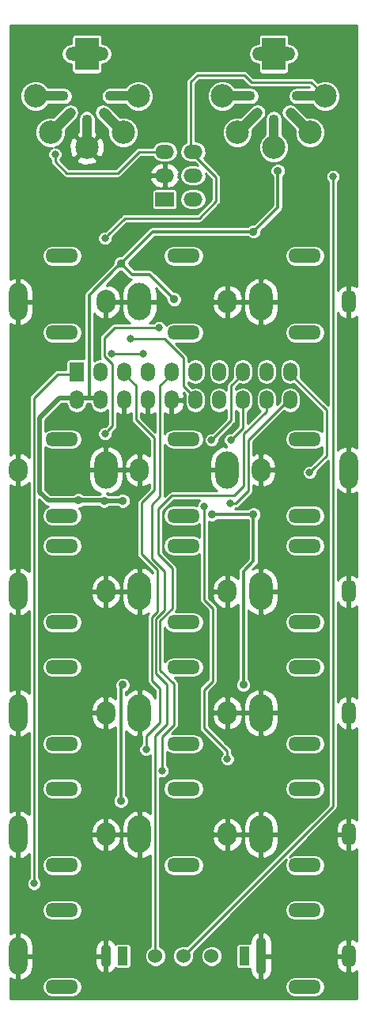
<source format=gtl>
G04 #@! TF.FileFunction,Copper,L1,Top,Signal*
%FSLAX46Y46*%
G04 Gerber Fmt 4.6, Leading zero omitted, Abs format (unit mm)*
G04 Created by KiCad (PCBNEW 4.0.2-stable) date 2018-10-02 9:53:14 PM*
%MOMM*%
G01*
G04 APERTURE LIST*
%ADD10C,0.200000*%
%ADD11C,1.524000*%
%ADD12R,1.000000X2.000000*%
%ADD13O,2.000000X4.000000*%
%ADD14O,1.100000X2.500000*%
%ADD15O,3.500000X1.500000*%
%ADD16O,1.100000X4.000000*%
%ADD17O,1.500000X2.500000*%
%ADD18O,1.500000X2.000000*%
%ADD19R,1.500000X2.000000*%
%ADD20O,2.500000X4.000000*%
%ADD21O,2.000000X2.500000*%
%ADD22R,2.000000X1.500000*%
%ADD23O,2.000000X1.500000*%
%ADD24C,2.500000*%
%ADD25R,2.500000X3.500000*%
%ADD26O,4.600000X1.450000*%
%ADD27O,4.300000X1.100000*%
%ADD28O,1.100000X4.300000*%
%ADD29C,1.100000*%
%ADD30C,0.900000*%
%ADD31C,0.800000*%
%ADD32C,0.350000*%
%ADD33C,0.500000*%
%ADD34C,0.250000*%
%ADD35C,0.254000*%
G04 APERTURE END LIST*
D10*
D11*
X127500000Y-155000000D03*
X130500000Y-155000000D03*
X133500000Y-155000000D03*
D12*
X124000000Y-155000000D03*
X137000000Y-155000000D03*
D13*
X112800000Y-155000000D03*
D14*
X122200000Y-155000000D03*
D15*
X117500000Y-150100000D03*
X117500000Y-158300000D03*
D16*
X138800000Y-155000000D03*
D17*
X148200000Y-155000000D03*
D15*
X143500000Y-150100000D03*
X143500000Y-158300000D03*
D18*
X141930000Y-95520000D03*
X141930000Y-92480000D03*
X139390000Y-92480000D03*
X139390000Y-95520000D03*
X136850000Y-95520000D03*
X136850000Y-92480000D03*
X134310000Y-92480000D03*
X134310000Y-95520000D03*
X131770000Y-95520000D03*
X131770000Y-92480000D03*
X129230000Y-92480000D03*
X129230000Y-95520000D03*
X126690000Y-95520000D03*
X126690000Y-92480000D03*
D19*
X119070000Y-92480000D03*
D18*
X119070000Y-95520000D03*
X121610000Y-92480000D03*
X121610000Y-95520000D03*
X124150000Y-92480000D03*
X124150000Y-95520000D03*
D20*
X122200000Y-103000000D03*
D21*
X112800000Y-103000000D03*
D15*
X117500000Y-107900000D03*
X117500000Y-99700000D03*
D20*
X135200000Y-103000000D03*
D21*
X125800000Y-103000000D03*
D15*
X130500000Y-107900000D03*
X130500000Y-99700000D03*
D13*
X148200000Y-103000000D03*
D21*
X138800000Y-103000000D03*
D15*
X143500000Y-107900000D03*
X143500000Y-99700000D03*
D13*
X112800000Y-116000000D03*
D21*
X122200000Y-116000000D03*
D15*
X117500000Y-111100000D03*
X117500000Y-119300000D03*
D20*
X125800000Y-116000000D03*
D21*
X135200000Y-116000000D03*
D15*
X130500000Y-111100000D03*
X130500000Y-119300000D03*
D20*
X138800000Y-116000000D03*
D17*
X148200000Y-116000000D03*
D15*
X143500000Y-111100000D03*
X143500000Y-119300000D03*
D13*
X112800000Y-129000000D03*
D21*
X122200000Y-129000000D03*
D15*
X117500000Y-124100000D03*
X117500000Y-132300000D03*
D20*
X125800000Y-129000000D03*
D21*
X135200000Y-129000000D03*
D15*
X130500000Y-124100000D03*
X130500000Y-132300000D03*
D20*
X138800000Y-129000000D03*
D17*
X148200000Y-129000000D03*
D15*
X143500000Y-124100000D03*
X143500000Y-132300000D03*
D13*
X112800000Y-142000000D03*
D21*
X122200000Y-142000000D03*
D15*
X117500000Y-137100000D03*
X117500000Y-145300000D03*
D20*
X125800000Y-142000000D03*
D21*
X135200000Y-142000000D03*
D15*
X130500000Y-137100000D03*
X130500000Y-145300000D03*
D20*
X138800000Y-142000000D03*
D17*
X148200000Y-142000000D03*
D15*
X143500000Y-137100000D03*
X143500000Y-145300000D03*
D13*
X112800000Y-85000000D03*
D21*
X122200000Y-85000000D03*
D15*
X117500000Y-80100000D03*
X117500000Y-88300000D03*
D20*
X125800000Y-85000000D03*
D21*
X135200000Y-85000000D03*
D15*
X130500000Y-80100000D03*
X130500000Y-88300000D03*
D20*
X138800000Y-85000000D03*
D17*
X148200000Y-85000000D03*
D15*
X143500000Y-80100000D03*
X143500000Y-88300000D03*
D22*
X128480000Y-74040000D03*
D23*
X131520000Y-74040000D03*
X128480000Y-71500000D03*
X131520000Y-71500000D03*
X128480000Y-68960000D03*
X131520000Y-68960000D03*
D24*
X114650000Y-63000000D03*
X125650000Y-63000000D03*
X120150000Y-68500000D03*
D25*
X120150000Y-58500000D03*
D24*
X116260000Y-66890000D03*
X124040000Y-66890000D03*
D26*
X120150000Y-58500000D03*
D27*
X116050000Y-63000000D03*
X124250000Y-63000000D03*
D28*
X120150000Y-67100000D03*
D29*
X116118629Y-67031371D02*
X118381371Y-64768629D01*
X121918629Y-64768629D02*
X124181371Y-67031371D01*
D24*
X134650000Y-63000000D03*
X145650000Y-63000000D03*
X140150000Y-68500000D03*
D25*
X140150000Y-58500000D03*
D24*
X136260000Y-66890000D03*
X144040000Y-66890000D03*
D26*
X140150000Y-58500000D03*
D27*
X136050000Y-63000000D03*
X144250000Y-63000000D03*
D28*
X140150000Y-67100000D03*
D29*
X136118629Y-67031371D02*
X138381371Y-64768629D01*
X141918629Y-64768629D02*
X144181371Y-67031371D01*
D30*
X131000000Y-113800000D03*
X131400000Y-129900000D03*
X131600000Y-122000000D03*
X122500000Y-135000000D03*
X117250000Y-109500000D03*
X135000000Y-71400000D03*
X116700000Y-73100000D03*
X126700000Y-97700000D03*
X136600000Y-76400000D03*
X141900000Y-109500000D03*
X112500000Y-71000000D03*
X115300000Y-76400000D03*
X144750000Y-73750000D03*
X124025020Y-106300004D03*
X133525020Y-107750000D03*
X123800000Y-80899994D03*
X129500000Y-84750000D03*
X122000000Y-106300000D03*
X123800000Y-138400000D03*
X119250000Y-106250000D03*
X138000000Y-77500000D03*
X140600000Y-71000000D03*
X124000000Y-126000000D03*
X136900000Y-126000000D03*
X138000000Y-107750000D03*
D31*
X116750000Y-69250000D03*
X122100000Y-78200000D03*
X135500000Y-106600000D03*
X144000000Y-103249998D03*
X122100000Y-99100000D03*
X127875021Y-87800000D03*
X128200000Y-135200000D03*
X135550020Y-99800000D03*
X133500000Y-99800000D03*
X135200000Y-133900004D03*
X132700000Y-106900000D03*
X124800000Y-89000000D03*
X126200000Y-90600000D03*
X122812666Y-90587334D03*
X114500000Y-147250000D03*
X126500000Y-132900000D03*
X146499998Y-71600000D03*
D32*
X125300000Y-132400000D02*
X125800000Y-131900000D01*
X125800000Y-131900000D02*
X125800000Y-129000000D01*
X125300000Y-134300000D02*
X125300000Y-132400000D01*
X126000000Y-135000000D02*
X125300000Y-134300000D01*
X126000000Y-139450000D02*
X126000000Y-135000000D01*
X125800000Y-142000000D02*
X125800000Y-139650000D01*
X125800000Y-139650000D02*
X126000000Y-139450000D01*
X124300000Y-69600000D02*
X121250000Y-69600000D01*
X121250000Y-69600000D02*
X120939436Y-69289436D01*
X128300000Y-65600000D02*
X124300000Y-69600000D01*
X128300000Y-60900000D02*
X128300000Y-65600000D01*
X127400000Y-60000000D02*
X128300000Y-60900000D01*
X124400000Y-60000000D02*
X127400000Y-60000000D01*
X122800000Y-61600000D02*
X124400000Y-60000000D01*
X118400000Y-61600000D02*
X122800000Y-61600000D01*
X117400000Y-60600000D02*
X118400000Y-61600000D01*
X112800000Y-60600000D02*
X117400000Y-60600000D01*
X112500000Y-60900000D02*
X112800000Y-60600000D01*
X112500000Y-71000000D02*
X112500000Y-60900000D01*
X126690000Y-95270000D02*
X126690000Y-97690000D01*
X126690000Y-97690000D02*
X126700000Y-97700000D01*
D33*
X124025016Y-106300000D02*
X124025020Y-106300004D01*
X122000000Y-106300000D02*
X124025016Y-106300000D01*
D32*
X138000000Y-107750000D02*
X133525020Y-107750000D01*
X129500000Y-84750000D02*
X126850000Y-82100000D01*
X126850000Y-82100000D02*
X125000000Y-82100000D01*
X125000000Y-82100000D02*
X123800000Y-80900000D01*
X123800000Y-80900000D02*
X123800000Y-80899994D01*
X120400000Y-84299994D02*
X123350001Y-81349993D01*
X120400000Y-95270000D02*
X120400000Y-84299994D01*
X124249999Y-80449995D02*
X123800000Y-80899994D01*
X123350001Y-81349993D02*
X123800000Y-80899994D01*
X138000000Y-77500000D02*
X127199994Y-77500000D01*
X127199994Y-77500000D02*
X124249999Y-80449995D01*
X138000000Y-107750000D02*
X138000000Y-112750000D01*
X138000000Y-112750000D02*
X136900000Y-113850000D01*
X136900000Y-113850000D02*
X136900000Y-125363604D01*
X136900000Y-125363604D02*
X136900000Y-126000000D01*
D33*
X121950000Y-106250000D02*
X122000000Y-106300000D01*
X119250000Y-106250000D02*
X121950000Y-106250000D01*
X115100000Y-97400000D02*
X115100000Y-105350000D01*
X115100000Y-105350000D02*
X116000000Y-106250000D01*
X119070000Y-95270000D02*
X117230000Y-95270000D01*
X117230000Y-95270000D02*
X115100000Y-97400000D01*
X116000000Y-106250000D02*
X119250000Y-106250000D01*
D32*
X124000000Y-126000000D02*
X123800000Y-126200000D01*
X123800000Y-126200000D02*
X123800000Y-138400000D01*
D33*
X121610000Y-95270000D02*
X120400000Y-95270000D01*
X120400000Y-95270000D02*
X119070000Y-95270000D01*
D32*
X140600000Y-71000000D02*
X140600000Y-74900000D01*
X140600000Y-74900000D02*
X138000000Y-77500000D01*
D34*
X116750000Y-69250000D02*
X116750000Y-70000000D01*
X123450000Y-71250000D02*
X125740000Y-68960000D01*
X116750000Y-70000000D02*
X118000000Y-71250000D01*
X118000000Y-71250000D02*
X123450000Y-71250000D01*
X125740000Y-68960000D02*
X128730000Y-68960000D01*
X122499999Y-77800001D02*
X122100000Y-78200000D01*
X124219707Y-76080293D02*
X122499999Y-77800001D01*
X132169707Y-76080293D02*
X124219707Y-76080293D01*
X134000000Y-74250000D02*
X132169707Y-76080293D01*
X134000000Y-71690000D02*
X134000000Y-74250000D01*
X131270000Y-68960000D02*
X134000000Y-71690000D01*
X131270000Y-68960000D02*
X131270000Y-61480000D01*
X131270000Y-61480000D02*
X132000000Y-60750000D01*
X132000000Y-60750000D02*
X137000000Y-60750000D01*
X137000000Y-60750000D02*
X137750000Y-61500000D01*
X137750000Y-61500000D02*
X144150000Y-61500000D01*
X144150000Y-61500000D02*
X144774990Y-62124990D01*
X137424990Y-99775010D02*
X141930000Y-95270000D01*
X137424990Y-105240695D02*
X137424990Y-99775010D01*
X135500000Y-106600000D02*
X136065685Y-106600000D01*
X136065685Y-106600000D02*
X137424990Y-105240695D01*
X141930000Y-92730000D02*
X145800000Y-96600000D01*
X145800000Y-96600000D02*
X145800000Y-101449998D01*
X145800000Y-101449998D02*
X144399999Y-102849999D01*
X144399999Y-102849999D02*
X144000000Y-103249998D01*
X122499999Y-98700001D02*
X122100000Y-99100000D01*
X122900000Y-98300000D02*
X122499999Y-98700001D01*
X122900000Y-91700000D02*
X122900000Y-98300000D01*
X122000000Y-88900000D02*
X122000000Y-90800000D01*
X122000000Y-90800000D02*
X122900000Y-91700000D01*
X123100000Y-87800000D02*
X122000000Y-88900000D01*
X127875021Y-87800000D02*
X123100000Y-87800000D01*
X139390000Y-95270000D02*
X139390000Y-96710000D01*
X128200000Y-131550000D02*
X128200000Y-134634315D01*
X139390000Y-96710000D02*
X136974979Y-99125021D01*
X129250000Y-105750000D02*
X127800000Y-107200000D01*
X136974979Y-99125021D02*
X136974979Y-104725021D01*
X128200000Y-134634315D02*
X128200000Y-135200000D01*
X136974979Y-104725021D02*
X135950000Y-105750000D01*
X135950000Y-105750000D02*
X129250000Y-105750000D01*
X127800000Y-112000000D02*
X129300000Y-113500000D01*
X129300000Y-113500000D02*
X129300000Y-117800000D01*
X127800000Y-107200000D02*
X127800000Y-112000000D01*
X129300000Y-117800000D02*
X128000000Y-119100000D01*
X128000000Y-119100000D02*
X128000000Y-124400000D01*
X128000000Y-124400000D02*
X129500000Y-125900000D01*
X129500000Y-125900000D02*
X129500000Y-130250000D01*
X129500000Y-130250000D02*
X128200000Y-131550000D01*
X136850000Y-95270000D02*
X136850000Y-98500020D01*
X136850000Y-98500020D02*
X135550020Y-99800000D01*
X135600000Y-97700000D02*
X135600000Y-93980000D01*
X135600000Y-93980000D02*
X136850000Y-92730000D01*
X133500000Y-99800000D02*
X135600000Y-97700000D01*
X132674999Y-126525001D02*
X133600000Y-125600000D01*
X132674999Y-130574999D02*
X132674999Y-126525001D01*
X132700000Y-116900000D02*
X132700000Y-107465685D01*
X133600000Y-125600000D02*
X133600000Y-117800000D01*
X135200000Y-133900004D02*
X135200000Y-133100000D01*
X135200000Y-133100000D02*
X132674999Y-130574999D01*
X133600000Y-117800000D02*
X132700000Y-116900000D01*
X132700000Y-107465685D02*
X132700000Y-106900000D01*
X131770000Y-95270000D02*
X130500000Y-94000000D01*
X130500000Y-94000000D02*
X130500000Y-91000000D01*
X130500000Y-91000000D02*
X128500000Y-89000000D01*
X128500000Y-89000000D02*
X124800000Y-89000000D01*
X126187334Y-90587334D02*
X126200000Y-90600000D01*
X122812666Y-90587334D02*
X126187334Y-90587334D01*
X129230000Y-92730000D02*
X128000000Y-93960000D01*
X127474999Y-153897369D02*
X127500000Y-153922370D01*
X128000000Y-93960000D02*
X128000000Y-105800000D01*
X128000000Y-105800000D02*
X127100000Y-106700000D01*
X127549989Y-118913600D02*
X127549989Y-124749989D01*
X127100000Y-106700000D02*
X127100000Y-112486411D01*
X127100000Y-112486411D02*
X128500000Y-113886411D01*
X127549989Y-124749989D02*
X128750000Y-125950000D01*
X128500000Y-113886411D02*
X128500000Y-117963590D01*
X128500000Y-117963590D02*
X127549989Y-118913600D01*
X128750000Y-130150000D02*
X127474999Y-131425001D01*
X128750000Y-125950000D02*
X128750000Y-130150000D01*
X127474999Y-131425001D02*
X127474999Y-153897369D01*
X127500000Y-153922370D02*
X127500000Y-155000000D01*
X119070000Y-92730000D02*
X117070000Y-92730000D01*
X117070000Y-92730000D02*
X114474989Y-95325011D01*
X114474989Y-95325011D02*
X114474989Y-146659304D01*
X114474989Y-146659304D02*
X114500000Y-146684315D01*
X114500000Y-146684315D02*
X114500000Y-147250000D01*
X124150000Y-92730000D02*
X125400000Y-93980000D01*
X125400000Y-93980000D02*
X125400000Y-97600000D01*
X125400000Y-97600000D02*
X127349978Y-99549978D01*
X127099978Y-125499978D02*
X128000000Y-126400000D01*
X127349978Y-99549978D02*
X127349978Y-105150022D01*
X127349978Y-105150022D02*
X126000000Y-106500000D01*
X126000000Y-112022822D02*
X127700000Y-113722822D01*
X126000000Y-106500000D02*
X126000000Y-112022822D01*
X127700000Y-113722822D02*
X127700000Y-118127180D01*
X128000000Y-130000000D02*
X126500000Y-131500000D01*
X127700000Y-118127180D02*
X127099978Y-118727200D01*
X127099978Y-118727200D02*
X127099978Y-125499978D01*
X128000000Y-126400000D02*
X128000000Y-130000000D01*
X126500000Y-131500000D02*
X126500000Y-132334315D01*
X126500000Y-132334315D02*
X126500000Y-132900000D01*
X146499998Y-72165685D02*
X146499998Y-71600000D01*
X130500000Y-155000000D02*
X146499998Y-139000002D01*
X146499998Y-139000002D02*
X146499998Y-72165685D01*
D35*
G36*
X149044000Y-83406118D02*
X148612684Y-83171827D01*
X148541185Y-83157682D01*
X148327000Y-83280344D01*
X148327000Y-84873000D01*
X148347000Y-84873000D01*
X148347000Y-85127000D01*
X148327000Y-85127000D01*
X148327000Y-86719656D01*
X148541185Y-86842318D01*
X148612684Y-86828173D01*
X149044000Y-86593882D01*
X149044000Y-100629276D01*
X148708355Y-100440856D01*
X148580434Y-100409876D01*
X148327000Y-100529223D01*
X148327000Y-102873000D01*
X148347000Y-102873000D01*
X148347000Y-103127000D01*
X148327000Y-103127000D01*
X148327000Y-105470777D01*
X148580434Y-105590124D01*
X148708355Y-105559144D01*
X149044000Y-105370724D01*
X149044000Y-114406118D01*
X148612684Y-114171827D01*
X148541185Y-114157682D01*
X148327000Y-114280344D01*
X148327000Y-115873000D01*
X148347000Y-115873000D01*
X148347000Y-116127000D01*
X148327000Y-116127000D01*
X148327000Y-117719656D01*
X148541185Y-117842318D01*
X148612684Y-117828173D01*
X149044000Y-117593882D01*
X149044000Y-127406118D01*
X148612684Y-127171827D01*
X148541185Y-127157682D01*
X148327000Y-127280344D01*
X148327000Y-128873000D01*
X148347000Y-128873000D01*
X148347000Y-129127000D01*
X148327000Y-129127000D01*
X148327000Y-130719656D01*
X148541185Y-130842318D01*
X148612684Y-130828173D01*
X149044000Y-130593882D01*
X149044000Y-140406118D01*
X148612684Y-140171827D01*
X148541185Y-140157682D01*
X148327000Y-140280344D01*
X148327000Y-141873000D01*
X148347000Y-141873000D01*
X148347000Y-142127000D01*
X148327000Y-142127000D01*
X148327000Y-143719656D01*
X148541185Y-143842318D01*
X148612684Y-143828173D01*
X149044000Y-143593882D01*
X149044000Y-153406118D01*
X148612684Y-153171827D01*
X148541185Y-153157682D01*
X148327000Y-153280344D01*
X148327000Y-154873000D01*
X148347000Y-154873000D01*
X148347000Y-155127000D01*
X148327000Y-155127000D01*
X148327000Y-156719656D01*
X148541185Y-156842318D01*
X148612684Y-156828173D01*
X149044000Y-156593882D01*
X149044000Y-159544000D01*
X111956000Y-159544000D01*
X111956000Y-158300000D01*
X115327251Y-158300000D01*
X115413343Y-158732815D01*
X115658513Y-159099738D01*
X116025436Y-159344908D01*
X116458251Y-159431000D01*
X118541749Y-159431000D01*
X118974564Y-159344908D01*
X119341487Y-159099738D01*
X119586657Y-158732815D01*
X119672749Y-158300000D01*
X141327251Y-158300000D01*
X141413343Y-158732815D01*
X141658513Y-159099738D01*
X142025436Y-159344908D01*
X142458251Y-159431000D01*
X144541749Y-159431000D01*
X144974564Y-159344908D01*
X145341487Y-159099738D01*
X145586657Y-158732815D01*
X145672749Y-158300000D01*
X145586657Y-157867185D01*
X145341487Y-157500262D01*
X144974564Y-157255092D01*
X144541749Y-157169000D01*
X142458251Y-157169000D01*
X142025436Y-157255092D01*
X141658513Y-157500262D01*
X141413343Y-157867185D01*
X141327251Y-158300000D01*
X119672749Y-158300000D01*
X119586657Y-157867185D01*
X119341487Y-157500262D01*
X118974564Y-157255092D01*
X118541749Y-157169000D01*
X116458251Y-157169000D01*
X116025436Y-157255092D01*
X115658513Y-157500262D01*
X115413343Y-157867185D01*
X115327251Y-158300000D01*
X111956000Y-158300000D01*
X111956000Y-157370724D01*
X112291645Y-157559144D01*
X112419566Y-157590124D01*
X112673000Y-157470777D01*
X112673000Y-155127000D01*
X112927000Y-155127000D01*
X112927000Y-157470777D01*
X113180434Y-157590124D01*
X113308355Y-157559144D01*
X113866317Y-157245922D01*
X114261942Y-156743020D01*
X114435000Y-156127000D01*
X114435000Y-155127000D01*
X121015000Y-155127000D01*
X121015000Y-155827000D01*
X121153804Y-156270813D01*
X121451882Y-156627724D01*
X121863854Y-156843398D01*
X121890256Y-156843803D01*
X122073000Y-156718361D01*
X122073000Y-155127000D01*
X121015000Y-155127000D01*
X114435000Y-155127000D01*
X112927000Y-155127000D01*
X112673000Y-155127000D01*
X112653000Y-155127000D01*
X112653000Y-154873000D01*
X112673000Y-154873000D01*
X112673000Y-152529223D01*
X112927000Y-152529223D01*
X112927000Y-154873000D01*
X114435000Y-154873000D01*
X114435000Y-154173000D01*
X121015000Y-154173000D01*
X121015000Y-154873000D01*
X122073000Y-154873000D01*
X122073000Y-153281639D01*
X122327000Y-153281639D01*
X122327000Y-154873000D01*
X122347000Y-154873000D01*
X122347000Y-155127000D01*
X122327000Y-155127000D01*
X122327000Y-156718361D01*
X122509744Y-156843803D01*
X122536146Y-156843398D01*
X122948118Y-156627724D01*
X123237213Y-156281570D01*
X123348866Y-156357859D01*
X123500000Y-156388464D01*
X124500000Y-156388464D01*
X124641190Y-156361897D01*
X124770865Y-156278454D01*
X124857859Y-156151134D01*
X124888464Y-156000000D01*
X124888464Y-154000000D01*
X124861897Y-153858810D01*
X124778454Y-153729135D01*
X124651134Y-153642141D01*
X124500000Y-153611536D01*
X123500000Y-153611536D01*
X123358810Y-153638103D01*
X123236081Y-153717076D01*
X122948118Y-153372276D01*
X122536146Y-153156602D01*
X122509744Y-153156197D01*
X122327000Y-153281639D01*
X122073000Y-153281639D01*
X121890256Y-153156197D01*
X121863854Y-153156602D01*
X121451882Y-153372276D01*
X121153804Y-153729187D01*
X121015000Y-154173000D01*
X114435000Y-154173000D01*
X114435000Y-153873000D01*
X114261942Y-153256980D01*
X113866317Y-152754078D01*
X113308355Y-152440856D01*
X113180434Y-152409876D01*
X112927000Y-152529223D01*
X112673000Y-152529223D01*
X112419566Y-152409876D01*
X112291645Y-152440856D01*
X111956000Y-152629276D01*
X111956000Y-150100000D01*
X115327251Y-150100000D01*
X115413343Y-150532815D01*
X115658513Y-150899738D01*
X116025436Y-151144908D01*
X116458251Y-151231000D01*
X118541749Y-151231000D01*
X118974564Y-151144908D01*
X119341487Y-150899738D01*
X119586657Y-150532815D01*
X119672749Y-150100000D01*
X119586657Y-149667185D01*
X119341487Y-149300262D01*
X118974564Y-149055092D01*
X118541749Y-148969000D01*
X116458251Y-148969000D01*
X116025436Y-149055092D01*
X115658513Y-149300262D01*
X115413343Y-149667185D01*
X115327251Y-150100000D01*
X111956000Y-150100000D01*
X111956000Y-144370724D01*
X112291645Y-144559144D01*
X112419566Y-144590124D01*
X112673000Y-144470777D01*
X112673000Y-142127000D01*
X112653000Y-142127000D01*
X112653000Y-141873000D01*
X112673000Y-141873000D01*
X112673000Y-139529223D01*
X112419566Y-139409876D01*
X112291645Y-139440856D01*
X111956000Y-139629276D01*
X111956000Y-131370724D01*
X112291645Y-131559144D01*
X112419566Y-131590124D01*
X112673000Y-131470777D01*
X112673000Y-129127000D01*
X112653000Y-129127000D01*
X112653000Y-128873000D01*
X112673000Y-128873000D01*
X112673000Y-126529223D01*
X112419566Y-126409876D01*
X112291645Y-126440856D01*
X111956000Y-126629276D01*
X111956000Y-118370724D01*
X112291645Y-118559144D01*
X112419566Y-118590124D01*
X112673000Y-118470777D01*
X112673000Y-116127000D01*
X112653000Y-116127000D01*
X112653000Y-115873000D01*
X112673000Y-115873000D01*
X112673000Y-113529223D01*
X112419566Y-113409876D01*
X112291645Y-113440856D01*
X111956000Y-113629276D01*
X111956000Y-104626078D01*
X112297604Y-104815742D01*
X112419566Y-104840124D01*
X112673000Y-104720777D01*
X112673000Y-103127000D01*
X112653000Y-103127000D01*
X112653000Y-102873000D01*
X112673000Y-102873000D01*
X112673000Y-101279223D01*
X112927000Y-101279223D01*
X112927000Y-102873000D01*
X112947000Y-102873000D01*
X112947000Y-103127000D01*
X112927000Y-103127000D01*
X112927000Y-104720777D01*
X113180434Y-104840124D01*
X113302396Y-104815742D01*
X113863337Y-104504298D01*
X113968989Y-104371286D01*
X113968989Y-113884590D01*
X113866317Y-113754078D01*
X113308355Y-113440856D01*
X113180434Y-113409876D01*
X112927000Y-113529223D01*
X112927000Y-115873000D01*
X112947000Y-115873000D01*
X112947000Y-116127000D01*
X112927000Y-116127000D01*
X112927000Y-118470777D01*
X113180434Y-118590124D01*
X113308355Y-118559144D01*
X113866317Y-118245922D01*
X113968989Y-118115410D01*
X113968989Y-126884590D01*
X113866317Y-126754078D01*
X113308355Y-126440856D01*
X113180434Y-126409876D01*
X112927000Y-126529223D01*
X112927000Y-128873000D01*
X112947000Y-128873000D01*
X112947000Y-129127000D01*
X112927000Y-129127000D01*
X112927000Y-131470777D01*
X113180434Y-131590124D01*
X113308355Y-131559144D01*
X113866317Y-131245922D01*
X113968989Y-131115410D01*
X113968989Y-139884590D01*
X113866317Y-139754078D01*
X113308355Y-139440856D01*
X113180434Y-139409876D01*
X112927000Y-139529223D01*
X112927000Y-141873000D01*
X112947000Y-141873000D01*
X112947000Y-142127000D01*
X112927000Y-142127000D01*
X112927000Y-144470777D01*
X113180434Y-144590124D01*
X113308355Y-144559144D01*
X113866317Y-144245922D01*
X113968989Y-144115410D01*
X113968989Y-146659304D01*
X113971851Y-146673690D01*
X113838286Y-146807021D01*
X113719136Y-147093968D01*
X113718864Y-147404669D01*
X113837514Y-147691823D01*
X114057021Y-147911714D01*
X114343968Y-148030864D01*
X114654669Y-148031136D01*
X114941823Y-147912486D01*
X115161714Y-147692979D01*
X115280864Y-147406032D01*
X115281136Y-147095331D01*
X115162486Y-146808177D01*
X114997828Y-146643231D01*
X114980989Y-146558576D01*
X114980989Y-145300000D01*
X115327251Y-145300000D01*
X115413343Y-145732815D01*
X115658513Y-146099738D01*
X116025436Y-146344908D01*
X116458251Y-146431000D01*
X118541749Y-146431000D01*
X118974564Y-146344908D01*
X119341487Y-146099738D01*
X119586657Y-145732815D01*
X119672749Y-145300000D01*
X119586657Y-144867185D01*
X119341487Y-144500262D01*
X118974564Y-144255092D01*
X118541749Y-144169000D01*
X116458251Y-144169000D01*
X116025436Y-144255092D01*
X115658513Y-144500262D01*
X115413343Y-144867185D01*
X115327251Y-145300000D01*
X114980989Y-145300000D01*
X114980989Y-142385030D01*
X120561185Y-142385030D01*
X120737606Y-143001899D01*
X121136663Y-143504298D01*
X121697604Y-143815742D01*
X121819566Y-143840124D01*
X122073000Y-143720777D01*
X122073000Y-142127000D01*
X122327000Y-142127000D01*
X122327000Y-143720777D01*
X122580434Y-143840124D01*
X122702396Y-143815742D01*
X123263337Y-143504298D01*
X123662394Y-143001899D01*
X123838815Y-142385030D01*
X123681012Y-142127000D01*
X123915000Y-142127000D01*
X123915000Y-142877000D01*
X124107088Y-143588691D01*
X124556906Y-144172699D01*
X125195974Y-144540114D01*
X125380355Y-144587695D01*
X125673000Y-144471572D01*
X125673000Y-142127000D01*
X123915000Y-142127000D01*
X123681012Y-142127000D01*
X122327000Y-142127000D01*
X122073000Y-142127000D01*
X120718988Y-142127000D01*
X120561185Y-142385030D01*
X114980989Y-142385030D01*
X114980989Y-141614970D01*
X120561185Y-141614970D01*
X120718988Y-141873000D01*
X122073000Y-141873000D01*
X122073000Y-140279223D01*
X122327000Y-140279223D01*
X122327000Y-141873000D01*
X123681012Y-141873000D01*
X123838815Y-141614970D01*
X123698115Y-141123000D01*
X123915000Y-141123000D01*
X123915000Y-141873000D01*
X125673000Y-141873000D01*
X125673000Y-139528428D01*
X125380355Y-139412305D01*
X125195974Y-139459886D01*
X124556906Y-139827301D01*
X124107088Y-140411309D01*
X123915000Y-141123000D01*
X123698115Y-141123000D01*
X123662394Y-140998101D01*
X123263337Y-140495702D01*
X122702396Y-140184258D01*
X122580434Y-140159876D01*
X122327000Y-140279223D01*
X122073000Y-140279223D01*
X121819566Y-140159876D01*
X121697604Y-140184258D01*
X121136663Y-140495702D01*
X120737606Y-140998101D01*
X120561185Y-141614970D01*
X114980989Y-141614970D01*
X114980989Y-137100000D01*
X115327251Y-137100000D01*
X115413343Y-137532815D01*
X115658513Y-137899738D01*
X116025436Y-138144908D01*
X116458251Y-138231000D01*
X118541749Y-138231000D01*
X118974564Y-138144908D01*
X119341487Y-137899738D01*
X119586657Y-137532815D01*
X119672749Y-137100000D01*
X119586657Y-136667185D01*
X119341487Y-136300262D01*
X118974564Y-136055092D01*
X118541749Y-135969000D01*
X116458251Y-135969000D01*
X116025436Y-136055092D01*
X115658513Y-136300262D01*
X115413343Y-136667185D01*
X115327251Y-137100000D01*
X114980989Y-137100000D01*
X114980989Y-132300000D01*
X115327251Y-132300000D01*
X115413343Y-132732815D01*
X115658513Y-133099738D01*
X116025436Y-133344908D01*
X116458251Y-133431000D01*
X118541749Y-133431000D01*
X118974564Y-133344908D01*
X119341487Y-133099738D01*
X119586657Y-132732815D01*
X119672749Y-132300000D01*
X119586657Y-131867185D01*
X119341487Y-131500262D01*
X118974564Y-131255092D01*
X118541749Y-131169000D01*
X116458251Y-131169000D01*
X116025436Y-131255092D01*
X115658513Y-131500262D01*
X115413343Y-131867185D01*
X115327251Y-132300000D01*
X114980989Y-132300000D01*
X114980989Y-129385030D01*
X120561185Y-129385030D01*
X120737606Y-130001899D01*
X121136663Y-130504298D01*
X121697604Y-130815742D01*
X121819566Y-130840124D01*
X122073000Y-130720777D01*
X122073000Y-129127000D01*
X120718988Y-129127000D01*
X120561185Y-129385030D01*
X114980989Y-129385030D01*
X114980989Y-128614970D01*
X120561185Y-128614970D01*
X120718988Y-128873000D01*
X122073000Y-128873000D01*
X122073000Y-127279223D01*
X122327000Y-127279223D01*
X122327000Y-128873000D01*
X122347000Y-128873000D01*
X122347000Y-129127000D01*
X122327000Y-129127000D01*
X122327000Y-130720777D01*
X122580434Y-130840124D01*
X122702396Y-130815742D01*
X123244000Y-130515034D01*
X123244000Y-137780843D01*
X123095923Y-137928662D01*
X122969145Y-138233979D01*
X122968856Y-138564571D01*
X123095102Y-138870109D01*
X123328662Y-139104077D01*
X123633979Y-139230855D01*
X123964571Y-139231144D01*
X124270109Y-139104898D01*
X124504077Y-138871338D01*
X124630855Y-138566021D01*
X124631144Y-138235429D01*
X124504898Y-137929891D01*
X124356000Y-137780733D01*
X124356000Y-130911859D01*
X124556906Y-131172699D01*
X125195974Y-131540114D01*
X125380355Y-131587695D01*
X125673000Y-131471572D01*
X125673000Y-129127000D01*
X125653000Y-129127000D01*
X125653000Y-128873000D01*
X125673000Y-128873000D01*
X125673000Y-126528428D01*
X125380355Y-126412305D01*
X125195974Y-126459886D01*
X124556906Y-126827301D01*
X124356000Y-127088141D01*
X124356000Y-126752047D01*
X124470109Y-126704898D01*
X124704077Y-126471338D01*
X124830855Y-126166021D01*
X124831144Y-125835429D01*
X124704898Y-125529891D01*
X124471338Y-125295923D01*
X124166021Y-125169145D01*
X123835429Y-125168856D01*
X123529891Y-125295102D01*
X123295923Y-125528662D01*
X123169145Y-125833979D01*
X123168856Y-126164571D01*
X123244000Y-126346433D01*
X123244000Y-127484966D01*
X122702396Y-127184258D01*
X122580434Y-127159876D01*
X122327000Y-127279223D01*
X122073000Y-127279223D01*
X121819566Y-127159876D01*
X121697604Y-127184258D01*
X121136663Y-127495702D01*
X120737606Y-127998101D01*
X120561185Y-128614970D01*
X114980989Y-128614970D01*
X114980989Y-124100000D01*
X115327251Y-124100000D01*
X115413343Y-124532815D01*
X115658513Y-124899738D01*
X116025436Y-125144908D01*
X116458251Y-125231000D01*
X118541749Y-125231000D01*
X118974564Y-125144908D01*
X119341487Y-124899738D01*
X119586657Y-124532815D01*
X119672749Y-124100000D01*
X119586657Y-123667185D01*
X119341487Y-123300262D01*
X118974564Y-123055092D01*
X118541749Y-122969000D01*
X116458251Y-122969000D01*
X116025436Y-123055092D01*
X115658513Y-123300262D01*
X115413343Y-123667185D01*
X115327251Y-124100000D01*
X114980989Y-124100000D01*
X114980989Y-119300000D01*
X115327251Y-119300000D01*
X115413343Y-119732815D01*
X115658513Y-120099738D01*
X116025436Y-120344908D01*
X116458251Y-120431000D01*
X118541749Y-120431000D01*
X118974564Y-120344908D01*
X119341487Y-120099738D01*
X119586657Y-119732815D01*
X119672749Y-119300000D01*
X119586657Y-118867185D01*
X119341487Y-118500262D01*
X118974564Y-118255092D01*
X118541749Y-118169000D01*
X116458251Y-118169000D01*
X116025436Y-118255092D01*
X115658513Y-118500262D01*
X115413343Y-118867185D01*
X115327251Y-119300000D01*
X114980989Y-119300000D01*
X114980989Y-116385030D01*
X120561185Y-116385030D01*
X120737606Y-117001899D01*
X121136663Y-117504298D01*
X121697604Y-117815742D01*
X121819566Y-117840124D01*
X122073000Y-117720777D01*
X122073000Y-116127000D01*
X122327000Y-116127000D01*
X122327000Y-117720777D01*
X122580434Y-117840124D01*
X122702396Y-117815742D01*
X123263337Y-117504298D01*
X123662394Y-117001899D01*
X123838815Y-116385030D01*
X123681012Y-116127000D01*
X123915000Y-116127000D01*
X123915000Y-116877000D01*
X124107088Y-117588691D01*
X124556906Y-118172699D01*
X125195974Y-118540114D01*
X125380355Y-118587695D01*
X125673000Y-118471572D01*
X125673000Y-116127000D01*
X123915000Y-116127000D01*
X123681012Y-116127000D01*
X122327000Y-116127000D01*
X122073000Y-116127000D01*
X120718988Y-116127000D01*
X120561185Y-116385030D01*
X114980989Y-116385030D01*
X114980989Y-115614970D01*
X120561185Y-115614970D01*
X120718988Y-115873000D01*
X122073000Y-115873000D01*
X122073000Y-114279223D01*
X122327000Y-114279223D01*
X122327000Y-115873000D01*
X123681012Y-115873000D01*
X123838815Y-115614970D01*
X123698115Y-115123000D01*
X123915000Y-115123000D01*
X123915000Y-115873000D01*
X125673000Y-115873000D01*
X125673000Y-113528428D01*
X125380355Y-113412305D01*
X125195974Y-113459886D01*
X124556906Y-113827301D01*
X124107088Y-114411309D01*
X123915000Y-115123000D01*
X123698115Y-115123000D01*
X123662394Y-114998101D01*
X123263337Y-114495702D01*
X122702396Y-114184258D01*
X122580434Y-114159876D01*
X122327000Y-114279223D01*
X122073000Y-114279223D01*
X121819566Y-114159876D01*
X121697604Y-114184258D01*
X121136663Y-114495702D01*
X120737606Y-114998101D01*
X120561185Y-115614970D01*
X114980989Y-115614970D01*
X114980989Y-111100000D01*
X115327251Y-111100000D01*
X115413343Y-111532815D01*
X115658513Y-111899738D01*
X116025436Y-112144908D01*
X116458251Y-112231000D01*
X118541749Y-112231000D01*
X118974564Y-112144908D01*
X119341487Y-111899738D01*
X119586657Y-111532815D01*
X119672749Y-111100000D01*
X119586657Y-110667185D01*
X119341487Y-110300262D01*
X118974564Y-110055092D01*
X118541749Y-109969000D01*
X116458251Y-109969000D01*
X116025436Y-110055092D01*
X115658513Y-110300262D01*
X115413343Y-110667185D01*
X115327251Y-111100000D01*
X114980989Y-111100000D01*
X114980989Y-106123357D01*
X115553815Y-106696184D01*
X115758526Y-106832968D01*
X115798589Y-106840937D01*
X115989722Y-106878956D01*
X115658513Y-107100262D01*
X115413343Y-107467185D01*
X115327251Y-107900000D01*
X115413343Y-108332815D01*
X115658513Y-108699738D01*
X116025436Y-108944908D01*
X116458251Y-109031000D01*
X118541749Y-109031000D01*
X118974564Y-108944908D01*
X119341487Y-108699738D01*
X119586657Y-108332815D01*
X119672749Y-107900000D01*
X119586657Y-107467185D01*
X119341487Y-107100262D01*
X119312742Y-107081055D01*
X119414571Y-107081144D01*
X119720109Y-106954898D01*
X119794136Y-106881000D01*
X121405800Y-106881000D01*
X121528662Y-107004077D01*
X121833979Y-107130855D01*
X122164571Y-107131144D01*
X122470109Y-107004898D01*
X122544136Y-106931000D01*
X123480728Y-106931000D01*
X123553682Y-107004081D01*
X123858999Y-107130859D01*
X124189591Y-107131148D01*
X124495129Y-107004902D01*
X124729097Y-106771342D01*
X124855875Y-106466025D01*
X124856164Y-106135433D01*
X124729918Y-105829895D01*
X124496358Y-105595927D01*
X124191041Y-105469149D01*
X123860449Y-105468860D01*
X123554911Y-105595106D01*
X123480888Y-105669000D01*
X122544288Y-105669000D01*
X122471338Y-105595923D01*
X122327002Y-105535990D01*
X122327002Y-105471573D01*
X122619645Y-105587695D01*
X122804026Y-105540114D01*
X123443094Y-105172699D01*
X123892912Y-104588691D01*
X124085000Y-103877000D01*
X124085000Y-103385030D01*
X124161185Y-103385030D01*
X124337606Y-104001899D01*
X124736663Y-104504298D01*
X125297604Y-104815742D01*
X125419566Y-104840124D01*
X125673000Y-104720777D01*
X125673000Y-103127000D01*
X124318988Y-103127000D01*
X124161185Y-103385030D01*
X124085000Y-103385030D01*
X124085000Y-103127000D01*
X122327000Y-103127000D01*
X122327000Y-103147000D01*
X122073000Y-103147000D01*
X122073000Y-103127000D01*
X120315000Y-103127000D01*
X120315000Y-103877000D01*
X120507088Y-104588691D01*
X120956906Y-105172699D01*
X121595974Y-105540114D01*
X121637215Y-105550757D01*
X121529891Y-105595102D01*
X121505951Y-105619000D01*
X119794288Y-105619000D01*
X119721338Y-105545923D01*
X119416021Y-105419145D01*
X119085429Y-105418856D01*
X118779891Y-105545102D01*
X118705864Y-105619000D01*
X116261369Y-105619000D01*
X115731000Y-105088632D01*
X115731000Y-102123000D01*
X120315000Y-102123000D01*
X120315000Y-102873000D01*
X122073000Y-102873000D01*
X122073000Y-100528428D01*
X122327000Y-100528428D01*
X122327000Y-102873000D01*
X124085000Y-102873000D01*
X124085000Y-102614970D01*
X124161185Y-102614970D01*
X124318988Y-102873000D01*
X125673000Y-102873000D01*
X125673000Y-101279223D01*
X125419566Y-101159876D01*
X125297604Y-101184258D01*
X124736663Y-101495702D01*
X124337606Y-101998101D01*
X124161185Y-102614970D01*
X124085000Y-102614970D01*
X124085000Y-102123000D01*
X123892912Y-101411309D01*
X123443094Y-100827301D01*
X122804026Y-100459886D01*
X122619645Y-100412305D01*
X122327000Y-100528428D01*
X122073000Y-100528428D01*
X121780355Y-100412305D01*
X121595974Y-100459886D01*
X120956906Y-100827301D01*
X120507088Y-101411309D01*
X120315000Y-102123000D01*
X115731000Y-102123000D01*
X115731000Y-100548172D01*
X116025436Y-100744908D01*
X116458251Y-100831000D01*
X118541749Y-100831000D01*
X118974564Y-100744908D01*
X119341487Y-100499738D01*
X119586657Y-100132815D01*
X119672749Y-99700000D01*
X119586657Y-99267185D01*
X119341487Y-98900262D01*
X118974564Y-98655092D01*
X118541749Y-98569000D01*
X116458251Y-98569000D01*
X116025436Y-98655092D01*
X115731000Y-98851828D01*
X115731000Y-97661368D01*
X117491368Y-95901000D01*
X117959676Y-95901000D01*
X118025092Y-96229870D01*
X118270262Y-96596793D01*
X118637185Y-96841963D01*
X119070000Y-96928055D01*
X119502815Y-96841963D01*
X119869738Y-96596793D01*
X120114908Y-96229870D01*
X120180324Y-95901000D01*
X120499676Y-95901000D01*
X120565092Y-96229870D01*
X120810262Y-96596793D01*
X121177185Y-96841963D01*
X121610000Y-96928055D01*
X122042815Y-96841963D01*
X122394000Y-96607309D01*
X122394000Y-98090408D01*
X122165351Y-98319057D01*
X121945331Y-98318864D01*
X121658177Y-98437514D01*
X121438286Y-98657021D01*
X121319136Y-98943968D01*
X121318864Y-99254669D01*
X121437514Y-99541823D01*
X121657021Y-99761714D01*
X121943968Y-99880864D01*
X122254669Y-99881136D01*
X122541823Y-99762486D01*
X122761714Y-99542979D01*
X122880864Y-99256032D01*
X122881058Y-99034534D01*
X123257796Y-98657796D01*
X123367483Y-98493638D01*
X123406000Y-98300000D01*
X123406000Y-96921772D01*
X123705765Y-97093481D01*
X123808815Y-97112318D01*
X124023000Y-96989656D01*
X124023000Y-95647000D01*
X124003000Y-95647000D01*
X124003000Y-95393000D01*
X124023000Y-95393000D01*
X124023000Y-95373000D01*
X124277000Y-95373000D01*
X124277000Y-95393000D01*
X124297000Y-95393000D01*
X124297000Y-95647000D01*
X124277000Y-95647000D01*
X124277000Y-96989656D01*
X124491185Y-97112318D01*
X124594235Y-97093481D01*
X124894000Y-96921772D01*
X124894000Y-97600000D01*
X124932517Y-97793638D01*
X125042204Y-97957796D01*
X126843978Y-99759570D01*
X126843978Y-101484954D01*
X126302396Y-101184258D01*
X126180434Y-101159876D01*
X125927000Y-101279223D01*
X125927000Y-102873000D01*
X125947000Y-102873000D01*
X125947000Y-103127000D01*
X125927000Y-103127000D01*
X125927000Y-104720777D01*
X126180434Y-104840124D01*
X126302396Y-104815742D01*
X126843978Y-104515046D01*
X126843978Y-104940430D01*
X125642204Y-106142204D01*
X125532517Y-106306362D01*
X125494000Y-106500000D01*
X125494000Y-112022822D01*
X125532517Y-112216460D01*
X125642204Y-112380618D01*
X127194000Y-113932414D01*
X127194000Y-114023225D01*
X127043094Y-113827301D01*
X126404026Y-113459886D01*
X126219645Y-113412305D01*
X125927000Y-113528428D01*
X125927000Y-115873000D01*
X125947000Y-115873000D01*
X125947000Y-116127000D01*
X125927000Y-116127000D01*
X125927000Y-118471572D01*
X126219645Y-118587695D01*
X126404026Y-118540114D01*
X126797946Y-118313640D01*
X126742182Y-118369404D01*
X126632495Y-118533562D01*
X126593978Y-118727200D01*
X126593978Y-125499978D01*
X126632495Y-125693616D01*
X126742182Y-125857774D01*
X127494000Y-126609592D01*
X127494000Y-127415340D01*
X127492912Y-127411309D01*
X127043094Y-126827301D01*
X126404026Y-126459886D01*
X126219645Y-126412305D01*
X125927000Y-126528428D01*
X125927000Y-128873000D01*
X125947000Y-128873000D01*
X125947000Y-129127000D01*
X125927000Y-129127000D01*
X125927000Y-131471572D01*
X125994340Y-131498293D01*
X125994000Y-131500000D01*
X125994000Y-132301579D01*
X125838286Y-132457021D01*
X125719136Y-132743968D01*
X125718864Y-133054669D01*
X125837514Y-133341823D01*
X126057021Y-133561714D01*
X126343968Y-133680864D01*
X126654669Y-133681136D01*
X126941823Y-133562486D01*
X126968999Y-133535357D01*
X126968999Y-139784702D01*
X126404026Y-139459886D01*
X126219645Y-139412305D01*
X125927000Y-139528428D01*
X125927000Y-141873000D01*
X125947000Y-141873000D01*
X125947000Y-142127000D01*
X125927000Y-142127000D01*
X125927000Y-144471572D01*
X126219645Y-144587695D01*
X126404026Y-144540114D01*
X126968999Y-144215298D01*
X126968999Y-153897369D01*
X126984679Y-153976198D01*
X126853388Y-154030446D01*
X126531577Y-154351697D01*
X126357199Y-154771646D01*
X126356802Y-155226359D01*
X126530446Y-155646612D01*
X126851697Y-155968423D01*
X127271646Y-156142801D01*
X127726359Y-156143198D01*
X128146612Y-155969554D01*
X128468423Y-155648303D01*
X128642801Y-155228354D01*
X128642802Y-155226359D01*
X129356802Y-155226359D01*
X129530446Y-155646612D01*
X129851697Y-155968423D01*
X130271646Y-156142801D01*
X130726359Y-156143198D01*
X131146612Y-155969554D01*
X131468423Y-155648303D01*
X131642801Y-155228354D01*
X131642802Y-155226359D01*
X132356802Y-155226359D01*
X132530446Y-155646612D01*
X132851697Y-155968423D01*
X133271646Y-156142801D01*
X133726359Y-156143198D01*
X134146612Y-155969554D01*
X134468423Y-155648303D01*
X134642801Y-155228354D01*
X134643198Y-154773641D01*
X134469554Y-154353388D01*
X134148303Y-154031577D01*
X134072258Y-154000000D01*
X136111536Y-154000000D01*
X136111536Y-156000000D01*
X136138103Y-156141190D01*
X136221546Y-156270865D01*
X136348866Y-156357859D01*
X136500000Y-156388464D01*
X137500000Y-156388464D01*
X137615000Y-156366825D01*
X137615000Y-156577000D01*
X137753804Y-157020813D01*
X138051882Y-157377724D01*
X138463854Y-157593398D01*
X138490256Y-157593803D01*
X138673000Y-157468361D01*
X138673000Y-155127000D01*
X138927000Y-155127000D01*
X138927000Y-157468361D01*
X139109744Y-157593803D01*
X139136146Y-157593398D01*
X139548118Y-157377724D01*
X139846196Y-157020813D01*
X139985000Y-156577000D01*
X139985000Y-155127000D01*
X146815000Y-155127000D01*
X146815000Y-155627000D01*
X146969028Y-156147349D01*
X147310460Y-156569145D01*
X147787316Y-156828173D01*
X147858815Y-156842318D01*
X148073000Y-156719656D01*
X148073000Y-155127000D01*
X146815000Y-155127000D01*
X139985000Y-155127000D01*
X138927000Y-155127000D01*
X138673000Y-155127000D01*
X138653000Y-155127000D01*
X138653000Y-154873000D01*
X138673000Y-154873000D01*
X138673000Y-152531639D01*
X138927000Y-152531639D01*
X138927000Y-154873000D01*
X139985000Y-154873000D01*
X139985000Y-154373000D01*
X146815000Y-154373000D01*
X146815000Y-154873000D01*
X148073000Y-154873000D01*
X148073000Y-153280344D01*
X147858815Y-153157682D01*
X147787316Y-153171827D01*
X147310460Y-153430855D01*
X146969028Y-153852651D01*
X146815000Y-154373000D01*
X139985000Y-154373000D01*
X139985000Y-153423000D01*
X139846196Y-152979187D01*
X139548118Y-152622276D01*
X139136146Y-152406602D01*
X139109744Y-152406197D01*
X138927000Y-152531639D01*
X138673000Y-152531639D01*
X138490256Y-152406197D01*
X138463854Y-152406602D01*
X138051882Y-152622276D01*
X137753804Y-152979187D01*
X137615000Y-153423000D01*
X137615000Y-153634824D01*
X137500000Y-153611536D01*
X136500000Y-153611536D01*
X136358810Y-153638103D01*
X136229135Y-153721546D01*
X136142141Y-153848866D01*
X136111536Y-154000000D01*
X134072258Y-154000000D01*
X133728354Y-153857199D01*
X133273641Y-153856802D01*
X132853388Y-154030446D01*
X132531577Y-154351697D01*
X132357199Y-154771646D01*
X132356802Y-155226359D01*
X131642802Y-155226359D01*
X131643198Y-154773641D01*
X131584357Y-154631235D01*
X136115592Y-150100000D01*
X141327251Y-150100000D01*
X141413343Y-150532815D01*
X141658513Y-150899738D01*
X142025436Y-151144908D01*
X142458251Y-151231000D01*
X144541749Y-151231000D01*
X144974564Y-151144908D01*
X145341487Y-150899738D01*
X145586657Y-150532815D01*
X145672749Y-150100000D01*
X145586657Y-149667185D01*
X145341487Y-149300262D01*
X144974564Y-149055092D01*
X144541749Y-148969000D01*
X142458251Y-148969000D01*
X142025436Y-149055092D01*
X141658513Y-149300262D01*
X141413343Y-149667185D01*
X141327251Y-150100000D01*
X136115592Y-150100000D01*
X141544102Y-144671490D01*
X141413343Y-144867185D01*
X141327251Y-145300000D01*
X141413343Y-145732815D01*
X141658513Y-146099738D01*
X142025436Y-146344908D01*
X142458251Y-146431000D01*
X144541749Y-146431000D01*
X144974564Y-146344908D01*
X145341487Y-146099738D01*
X145586657Y-145732815D01*
X145672749Y-145300000D01*
X145586657Y-144867185D01*
X145341487Y-144500262D01*
X144974564Y-144255092D01*
X144541749Y-144169000D01*
X142458251Y-144169000D01*
X142025436Y-144255092D01*
X141829741Y-144385851D01*
X144088592Y-142127000D01*
X146815000Y-142127000D01*
X146815000Y-142627000D01*
X146969028Y-143147349D01*
X147310460Y-143569145D01*
X147787316Y-143828173D01*
X147858815Y-143842318D01*
X148073000Y-143719656D01*
X148073000Y-142127000D01*
X146815000Y-142127000D01*
X144088592Y-142127000D01*
X144842592Y-141373000D01*
X146815000Y-141373000D01*
X146815000Y-141873000D01*
X148073000Y-141873000D01*
X148073000Y-140280344D01*
X147858815Y-140157682D01*
X147787316Y-140171827D01*
X147310460Y-140430855D01*
X146969028Y-140852651D01*
X146815000Y-141373000D01*
X144842592Y-141373000D01*
X146857794Y-139357798D01*
X146967481Y-139193640D01*
X147005998Y-139000002D01*
X147005998Y-130193021D01*
X147310460Y-130569145D01*
X147787316Y-130828173D01*
X147858815Y-130842318D01*
X148073000Y-130719656D01*
X148073000Y-129127000D01*
X148053000Y-129127000D01*
X148053000Y-128873000D01*
X148073000Y-128873000D01*
X148073000Y-127280344D01*
X147858815Y-127157682D01*
X147787316Y-127171827D01*
X147310460Y-127430855D01*
X147005998Y-127806979D01*
X147005998Y-117193021D01*
X147310460Y-117569145D01*
X147787316Y-117828173D01*
X147858815Y-117842318D01*
X148073000Y-117719656D01*
X148073000Y-116127000D01*
X148053000Y-116127000D01*
X148053000Y-115873000D01*
X148073000Y-115873000D01*
X148073000Y-114280344D01*
X147858815Y-114157682D01*
X147787316Y-114171827D01*
X147310460Y-114430855D01*
X147005998Y-114806979D01*
X147005998Y-105083614D01*
X147133683Y-105245922D01*
X147691645Y-105559144D01*
X147819566Y-105590124D01*
X148073000Y-105470777D01*
X148073000Y-103127000D01*
X148053000Y-103127000D01*
X148053000Y-102873000D01*
X148073000Y-102873000D01*
X148073000Y-100529223D01*
X147819566Y-100409876D01*
X147691645Y-100440856D01*
X147133683Y-100754078D01*
X147005998Y-100916386D01*
X147005998Y-86193021D01*
X147310460Y-86569145D01*
X147787316Y-86828173D01*
X147858815Y-86842318D01*
X148073000Y-86719656D01*
X148073000Y-85127000D01*
X148053000Y-85127000D01*
X148053000Y-84873000D01*
X148073000Y-84873000D01*
X148073000Y-83280344D01*
X147858815Y-83157682D01*
X147787316Y-83171827D01*
X147310460Y-83430855D01*
X147005998Y-83806979D01*
X147005998Y-72198421D01*
X147161712Y-72042979D01*
X147280862Y-71756032D01*
X147281134Y-71445331D01*
X147162484Y-71158177D01*
X146942977Y-70938286D01*
X146656030Y-70819136D01*
X146345329Y-70818864D01*
X146058175Y-70937514D01*
X145838284Y-71157021D01*
X145719134Y-71443968D01*
X145718862Y-71754669D01*
X145837512Y-72041823D01*
X145993998Y-72198583D01*
X145993998Y-96078406D01*
X142996568Y-93080976D01*
X143061000Y-92757055D01*
X143061000Y-92202945D01*
X142974908Y-91770130D01*
X142729738Y-91403207D01*
X142362815Y-91158037D01*
X141930000Y-91071945D01*
X141497185Y-91158037D01*
X141130262Y-91403207D01*
X140885092Y-91770130D01*
X140799000Y-92202945D01*
X140799000Y-92757055D01*
X140885092Y-93189870D01*
X141130262Y-93556793D01*
X141497185Y-93801963D01*
X141930000Y-93888055D01*
X142299054Y-93814646D01*
X145294000Y-96809592D01*
X145294000Y-98868532D01*
X144974564Y-98655092D01*
X144541749Y-98569000D01*
X142458251Y-98569000D01*
X142025436Y-98655092D01*
X141658513Y-98900262D01*
X141413343Y-99267185D01*
X141327251Y-99700000D01*
X141413343Y-100132815D01*
X141658513Y-100499738D01*
X142025436Y-100744908D01*
X142458251Y-100831000D01*
X144541749Y-100831000D01*
X144974564Y-100744908D01*
X145294000Y-100531468D01*
X145294000Y-101240406D01*
X144065351Y-102469055D01*
X143845331Y-102468862D01*
X143558177Y-102587512D01*
X143338286Y-102807019D01*
X143219136Y-103093966D01*
X143218864Y-103404667D01*
X143337514Y-103691821D01*
X143557021Y-103911712D01*
X143843968Y-104030862D01*
X144154669Y-104031134D01*
X144441823Y-103912484D01*
X144661714Y-103692977D01*
X144780864Y-103406030D01*
X144781058Y-103184532D01*
X145993998Y-101971592D01*
X145993998Y-138790410D01*
X130868864Y-153915544D01*
X130728354Y-153857199D01*
X130273641Y-153856802D01*
X129853388Y-154030446D01*
X129531577Y-154351697D01*
X129357199Y-154771646D01*
X129356802Y-155226359D01*
X128642802Y-155226359D01*
X128643198Y-154773641D01*
X128469554Y-154353388D01*
X128148303Y-154031577D01*
X128006000Y-153972488D01*
X128006000Y-153922370D01*
X127980999Y-153796682D01*
X127980999Y-145300000D01*
X128327251Y-145300000D01*
X128413343Y-145732815D01*
X128658513Y-146099738D01*
X129025436Y-146344908D01*
X129458251Y-146431000D01*
X131541749Y-146431000D01*
X131974564Y-146344908D01*
X132341487Y-146099738D01*
X132586657Y-145732815D01*
X132672749Y-145300000D01*
X132586657Y-144867185D01*
X132341487Y-144500262D01*
X131974564Y-144255092D01*
X131541749Y-144169000D01*
X129458251Y-144169000D01*
X129025436Y-144255092D01*
X128658513Y-144500262D01*
X128413343Y-144867185D01*
X128327251Y-145300000D01*
X127980999Y-145300000D01*
X127980999Y-142385030D01*
X133561185Y-142385030D01*
X133737606Y-143001899D01*
X134136663Y-143504298D01*
X134697604Y-143815742D01*
X134819566Y-143840124D01*
X135073000Y-143720777D01*
X135073000Y-142127000D01*
X135327000Y-142127000D01*
X135327000Y-143720777D01*
X135580434Y-143840124D01*
X135702396Y-143815742D01*
X136263337Y-143504298D01*
X136662394Y-143001899D01*
X136838815Y-142385030D01*
X136681012Y-142127000D01*
X136915000Y-142127000D01*
X136915000Y-142877000D01*
X137107088Y-143588691D01*
X137556906Y-144172699D01*
X138195974Y-144540114D01*
X138380355Y-144587695D01*
X138673000Y-144471572D01*
X138673000Y-142127000D01*
X138927000Y-142127000D01*
X138927000Y-144471572D01*
X139219645Y-144587695D01*
X139404026Y-144540114D01*
X140043094Y-144172699D01*
X140492912Y-143588691D01*
X140685000Y-142877000D01*
X140685000Y-142127000D01*
X138927000Y-142127000D01*
X138673000Y-142127000D01*
X136915000Y-142127000D01*
X136681012Y-142127000D01*
X135327000Y-142127000D01*
X135073000Y-142127000D01*
X133718988Y-142127000D01*
X133561185Y-142385030D01*
X127980999Y-142385030D01*
X127980999Y-141614970D01*
X133561185Y-141614970D01*
X133718988Y-141873000D01*
X135073000Y-141873000D01*
X135073000Y-140279223D01*
X135327000Y-140279223D01*
X135327000Y-141873000D01*
X136681012Y-141873000D01*
X136838815Y-141614970D01*
X136698115Y-141123000D01*
X136915000Y-141123000D01*
X136915000Y-141873000D01*
X138673000Y-141873000D01*
X138673000Y-139528428D01*
X138927000Y-139528428D01*
X138927000Y-141873000D01*
X140685000Y-141873000D01*
X140685000Y-141123000D01*
X140492912Y-140411309D01*
X140043094Y-139827301D01*
X139404026Y-139459886D01*
X139219645Y-139412305D01*
X138927000Y-139528428D01*
X138673000Y-139528428D01*
X138380355Y-139412305D01*
X138195974Y-139459886D01*
X137556906Y-139827301D01*
X137107088Y-140411309D01*
X136915000Y-141123000D01*
X136698115Y-141123000D01*
X136662394Y-140998101D01*
X136263337Y-140495702D01*
X135702396Y-140184258D01*
X135580434Y-140159876D01*
X135327000Y-140279223D01*
X135073000Y-140279223D01*
X134819566Y-140159876D01*
X134697604Y-140184258D01*
X134136663Y-140495702D01*
X133737606Y-140998101D01*
X133561185Y-141614970D01*
X127980999Y-141614970D01*
X127980999Y-137100000D01*
X128327251Y-137100000D01*
X128413343Y-137532815D01*
X128658513Y-137899738D01*
X129025436Y-138144908D01*
X129458251Y-138231000D01*
X131541749Y-138231000D01*
X131974564Y-138144908D01*
X132341487Y-137899738D01*
X132586657Y-137532815D01*
X132672749Y-137100000D01*
X141327251Y-137100000D01*
X141413343Y-137532815D01*
X141658513Y-137899738D01*
X142025436Y-138144908D01*
X142458251Y-138231000D01*
X144541749Y-138231000D01*
X144974564Y-138144908D01*
X145341487Y-137899738D01*
X145586657Y-137532815D01*
X145672749Y-137100000D01*
X145586657Y-136667185D01*
X145341487Y-136300262D01*
X144974564Y-136055092D01*
X144541749Y-135969000D01*
X142458251Y-135969000D01*
X142025436Y-136055092D01*
X141658513Y-136300262D01*
X141413343Y-136667185D01*
X141327251Y-137100000D01*
X132672749Y-137100000D01*
X132586657Y-136667185D01*
X132341487Y-136300262D01*
X131974564Y-136055092D01*
X131541749Y-135969000D01*
X129458251Y-135969000D01*
X129025436Y-136055092D01*
X128658513Y-136300262D01*
X128413343Y-136667185D01*
X128327251Y-137100000D01*
X127980999Y-137100000D01*
X127980999Y-135954717D01*
X128043968Y-135980864D01*
X128354669Y-135981136D01*
X128641823Y-135862486D01*
X128861714Y-135642979D01*
X128980864Y-135356032D01*
X128981136Y-135045331D01*
X128862486Y-134758177D01*
X128706000Y-134601417D01*
X128706000Y-133131468D01*
X129025436Y-133344908D01*
X129458251Y-133431000D01*
X131541749Y-133431000D01*
X131974564Y-133344908D01*
X132341487Y-133099738D01*
X132586657Y-132732815D01*
X132672749Y-132300000D01*
X132586657Y-131867185D01*
X132341487Y-131500262D01*
X131974564Y-131255092D01*
X131541749Y-131169000D01*
X129458251Y-131169000D01*
X129256452Y-131209140D01*
X129857796Y-130607796D01*
X129967483Y-130443638D01*
X130006000Y-130250000D01*
X130006000Y-125900000D01*
X129967483Y-125706362D01*
X129857796Y-125542204D01*
X129546592Y-125231000D01*
X131541749Y-125231000D01*
X131974564Y-125144908D01*
X132341487Y-124899738D01*
X132586657Y-124532815D01*
X132672749Y-124100000D01*
X132586657Y-123667185D01*
X132341487Y-123300262D01*
X131974564Y-123055092D01*
X131541749Y-122969000D01*
X129458251Y-122969000D01*
X129025436Y-123055092D01*
X128658513Y-123300262D01*
X128506000Y-123528514D01*
X128506000Y-119871486D01*
X128658513Y-120099738D01*
X129025436Y-120344908D01*
X129458251Y-120431000D01*
X131541749Y-120431000D01*
X131974564Y-120344908D01*
X132341487Y-120099738D01*
X132586657Y-119732815D01*
X132672749Y-119300000D01*
X132586657Y-118867185D01*
X132341487Y-118500262D01*
X131974564Y-118255092D01*
X131541749Y-118169000D01*
X129646592Y-118169000D01*
X129657796Y-118157796D01*
X129678253Y-118127180D01*
X129767483Y-117993638D01*
X129806000Y-117800000D01*
X129806000Y-113500000D01*
X129767483Y-113306362D01*
X129657796Y-113142204D01*
X128306000Y-111790408D01*
X128306000Y-107409592D01*
X129459592Y-106256000D01*
X132239659Y-106256000D01*
X132038286Y-106457021D01*
X131919136Y-106743968D01*
X131919048Y-106844049D01*
X131541749Y-106769000D01*
X129458251Y-106769000D01*
X129025436Y-106855092D01*
X128658513Y-107100262D01*
X128413343Y-107467185D01*
X128327251Y-107900000D01*
X128413343Y-108332815D01*
X128658513Y-108699738D01*
X129025436Y-108944908D01*
X129458251Y-109031000D01*
X131541749Y-109031000D01*
X131974564Y-108944908D01*
X132194000Y-108798286D01*
X132194000Y-110201714D01*
X131974564Y-110055092D01*
X131541749Y-109969000D01*
X129458251Y-109969000D01*
X129025436Y-110055092D01*
X128658513Y-110300262D01*
X128413343Y-110667185D01*
X128327251Y-111100000D01*
X128413343Y-111532815D01*
X128658513Y-111899738D01*
X129025436Y-112144908D01*
X129458251Y-112231000D01*
X131541749Y-112231000D01*
X131974564Y-112144908D01*
X132194000Y-111998286D01*
X132194000Y-116900000D01*
X132232517Y-117093638D01*
X132342204Y-117257796D01*
X133094000Y-118009592D01*
X133094000Y-125390408D01*
X132317203Y-126167205D01*
X132207516Y-126331363D01*
X132168999Y-126525001D01*
X132168999Y-130574999D01*
X132207516Y-130768637D01*
X132317203Y-130932795D01*
X134689992Y-133305584D01*
X134538286Y-133457025D01*
X134419136Y-133743972D01*
X134418864Y-134054673D01*
X134537514Y-134341827D01*
X134757021Y-134561718D01*
X135043968Y-134680868D01*
X135354669Y-134681140D01*
X135641823Y-134562490D01*
X135861714Y-134342983D01*
X135980864Y-134056036D01*
X135981136Y-133745335D01*
X135862486Y-133458181D01*
X135706000Y-133301421D01*
X135706000Y-133100000D01*
X135667483Y-132906362D01*
X135557796Y-132742204D01*
X135115592Y-132300000D01*
X141327251Y-132300000D01*
X141413343Y-132732815D01*
X141658513Y-133099738D01*
X142025436Y-133344908D01*
X142458251Y-133431000D01*
X144541749Y-133431000D01*
X144974564Y-133344908D01*
X145341487Y-133099738D01*
X145586657Y-132732815D01*
X145672749Y-132300000D01*
X145586657Y-131867185D01*
X145341487Y-131500262D01*
X144974564Y-131255092D01*
X144541749Y-131169000D01*
X142458251Y-131169000D01*
X142025436Y-131255092D01*
X141658513Y-131500262D01*
X141413343Y-131867185D01*
X141327251Y-132300000D01*
X135115592Y-132300000D01*
X133180999Y-130365407D01*
X133180999Y-129385030D01*
X133561185Y-129385030D01*
X133737606Y-130001899D01*
X134136663Y-130504298D01*
X134697604Y-130815742D01*
X134819566Y-130840124D01*
X135073000Y-130720777D01*
X135073000Y-129127000D01*
X135327000Y-129127000D01*
X135327000Y-130720777D01*
X135580434Y-130840124D01*
X135702396Y-130815742D01*
X136263337Y-130504298D01*
X136662394Y-130001899D01*
X136838815Y-129385030D01*
X136681012Y-129127000D01*
X136915000Y-129127000D01*
X136915000Y-129877000D01*
X137107088Y-130588691D01*
X137556906Y-131172699D01*
X138195974Y-131540114D01*
X138380355Y-131587695D01*
X138673000Y-131471572D01*
X138673000Y-129127000D01*
X138927000Y-129127000D01*
X138927000Y-131471572D01*
X139219645Y-131587695D01*
X139404026Y-131540114D01*
X140043094Y-131172699D01*
X140492912Y-130588691D01*
X140685000Y-129877000D01*
X140685000Y-129127000D01*
X138927000Y-129127000D01*
X138673000Y-129127000D01*
X136915000Y-129127000D01*
X136681012Y-129127000D01*
X135327000Y-129127000D01*
X135073000Y-129127000D01*
X133718988Y-129127000D01*
X133561185Y-129385030D01*
X133180999Y-129385030D01*
X133180999Y-128614970D01*
X133561185Y-128614970D01*
X133718988Y-128873000D01*
X135073000Y-128873000D01*
X135073000Y-127279223D01*
X135327000Y-127279223D01*
X135327000Y-128873000D01*
X136681012Y-128873000D01*
X136838815Y-128614970D01*
X136698115Y-128123000D01*
X136915000Y-128123000D01*
X136915000Y-128873000D01*
X138673000Y-128873000D01*
X138673000Y-126528428D01*
X138927000Y-126528428D01*
X138927000Y-128873000D01*
X140685000Y-128873000D01*
X140685000Y-128123000D01*
X140492912Y-127411309D01*
X140043094Y-126827301D01*
X139404026Y-126459886D01*
X139219645Y-126412305D01*
X138927000Y-126528428D01*
X138673000Y-126528428D01*
X138380355Y-126412305D01*
X138195974Y-126459886D01*
X137556906Y-126827301D01*
X137107088Y-127411309D01*
X136915000Y-128123000D01*
X136698115Y-128123000D01*
X136662394Y-127998101D01*
X136263337Y-127495702D01*
X135702396Y-127184258D01*
X135580434Y-127159876D01*
X135327000Y-127279223D01*
X135073000Y-127279223D01*
X134819566Y-127159876D01*
X134697604Y-127184258D01*
X134136663Y-127495702D01*
X133737606Y-127998101D01*
X133561185Y-128614970D01*
X133180999Y-128614970D01*
X133180999Y-126734593D01*
X133957796Y-125957796D01*
X134067483Y-125793638D01*
X134106000Y-125600000D01*
X134106000Y-117800000D01*
X134067483Y-117606362D01*
X133957796Y-117442204D01*
X133206000Y-116690408D01*
X133206000Y-116385030D01*
X133561185Y-116385030D01*
X133737606Y-117001899D01*
X134136663Y-117504298D01*
X134697604Y-117815742D01*
X134819566Y-117840124D01*
X135073000Y-117720777D01*
X135073000Y-116127000D01*
X133718988Y-116127000D01*
X133561185Y-116385030D01*
X133206000Y-116385030D01*
X133206000Y-115614970D01*
X133561185Y-115614970D01*
X133718988Y-115873000D01*
X135073000Y-115873000D01*
X135073000Y-114279223D01*
X134819566Y-114159876D01*
X134697604Y-114184258D01*
X134136663Y-114495702D01*
X133737606Y-114998101D01*
X133561185Y-115614970D01*
X133206000Y-115614970D01*
X133206000Y-108517325D01*
X133358999Y-108580855D01*
X133689591Y-108581144D01*
X133995129Y-108454898D01*
X134144287Y-108306000D01*
X137380843Y-108306000D01*
X137444000Y-108369267D01*
X137444000Y-112519698D01*
X136506849Y-113456849D01*
X136386323Y-113637228D01*
X136344000Y-113850000D01*
X136344000Y-114597254D01*
X136263337Y-114495702D01*
X135702396Y-114184258D01*
X135580434Y-114159876D01*
X135327000Y-114279223D01*
X135327000Y-115873000D01*
X135347000Y-115873000D01*
X135347000Y-116127000D01*
X135327000Y-116127000D01*
X135327000Y-117720777D01*
X135580434Y-117840124D01*
X135702396Y-117815742D01*
X136263337Y-117504298D01*
X136344000Y-117402746D01*
X136344000Y-125380843D01*
X136195923Y-125528662D01*
X136069145Y-125833979D01*
X136068856Y-126164571D01*
X136195102Y-126470109D01*
X136428662Y-126704077D01*
X136733979Y-126830855D01*
X137064571Y-126831144D01*
X137370109Y-126704898D01*
X137604077Y-126471338D01*
X137730855Y-126166021D01*
X137731144Y-125835429D01*
X137604898Y-125529891D01*
X137456000Y-125380733D01*
X137456000Y-124100000D01*
X141327251Y-124100000D01*
X141413343Y-124532815D01*
X141658513Y-124899738D01*
X142025436Y-125144908D01*
X142458251Y-125231000D01*
X144541749Y-125231000D01*
X144974564Y-125144908D01*
X145341487Y-124899738D01*
X145586657Y-124532815D01*
X145672749Y-124100000D01*
X145586657Y-123667185D01*
X145341487Y-123300262D01*
X144974564Y-123055092D01*
X144541749Y-122969000D01*
X142458251Y-122969000D01*
X142025436Y-123055092D01*
X141658513Y-123300262D01*
X141413343Y-123667185D01*
X141327251Y-124100000D01*
X137456000Y-124100000D01*
X137456000Y-119300000D01*
X141327251Y-119300000D01*
X141413343Y-119732815D01*
X141658513Y-120099738D01*
X142025436Y-120344908D01*
X142458251Y-120431000D01*
X144541749Y-120431000D01*
X144974564Y-120344908D01*
X145341487Y-120099738D01*
X145586657Y-119732815D01*
X145672749Y-119300000D01*
X145586657Y-118867185D01*
X145341487Y-118500262D01*
X144974564Y-118255092D01*
X144541749Y-118169000D01*
X142458251Y-118169000D01*
X142025436Y-118255092D01*
X141658513Y-118500262D01*
X141413343Y-118867185D01*
X141327251Y-119300000D01*
X137456000Y-119300000D01*
X137456000Y-118041691D01*
X137556906Y-118172699D01*
X138195974Y-118540114D01*
X138380355Y-118587695D01*
X138673000Y-118471572D01*
X138673000Y-116127000D01*
X138927000Y-116127000D01*
X138927000Y-118471572D01*
X139219645Y-118587695D01*
X139404026Y-118540114D01*
X140043094Y-118172699D01*
X140492912Y-117588691D01*
X140685000Y-116877000D01*
X140685000Y-116127000D01*
X138927000Y-116127000D01*
X138673000Y-116127000D01*
X138653000Y-116127000D01*
X138653000Y-115873000D01*
X138673000Y-115873000D01*
X138673000Y-113528428D01*
X138927000Y-113528428D01*
X138927000Y-115873000D01*
X140685000Y-115873000D01*
X140685000Y-115123000D01*
X140492912Y-114411309D01*
X140043094Y-113827301D01*
X139404026Y-113459886D01*
X139219645Y-113412305D01*
X138927000Y-113528428D01*
X138673000Y-113528428D01*
X138380355Y-113412305D01*
X138195974Y-113459886D01*
X137914712Y-113621590D01*
X138393151Y-113143151D01*
X138513677Y-112962772D01*
X138556000Y-112750000D01*
X138556000Y-111100000D01*
X141327251Y-111100000D01*
X141413343Y-111532815D01*
X141658513Y-111899738D01*
X142025436Y-112144908D01*
X142458251Y-112231000D01*
X144541749Y-112231000D01*
X144974564Y-112144908D01*
X145341487Y-111899738D01*
X145586657Y-111532815D01*
X145672749Y-111100000D01*
X145586657Y-110667185D01*
X145341487Y-110300262D01*
X144974564Y-110055092D01*
X144541749Y-109969000D01*
X142458251Y-109969000D01*
X142025436Y-110055092D01*
X141658513Y-110300262D01*
X141413343Y-110667185D01*
X141327251Y-111100000D01*
X138556000Y-111100000D01*
X138556000Y-108369157D01*
X138704077Y-108221338D01*
X138830855Y-107916021D01*
X138830869Y-107900000D01*
X141327251Y-107900000D01*
X141413343Y-108332815D01*
X141658513Y-108699738D01*
X142025436Y-108944908D01*
X142458251Y-109031000D01*
X144541749Y-109031000D01*
X144974564Y-108944908D01*
X145341487Y-108699738D01*
X145586657Y-108332815D01*
X145672749Y-107900000D01*
X145586657Y-107467185D01*
X145341487Y-107100262D01*
X144974564Y-106855092D01*
X144541749Y-106769000D01*
X142458251Y-106769000D01*
X142025436Y-106855092D01*
X141658513Y-107100262D01*
X141413343Y-107467185D01*
X141327251Y-107900000D01*
X138830869Y-107900000D01*
X138831144Y-107585429D01*
X138704898Y-107279891D01*
X138471338Y-107045923D01*
X138166021Y-106919145D01*
X137835429Y-106918856D01*
X137529891Y-107045102D01*
X137380733Y-107194000D01*
X136010429Y-107194000D01*
X136106769Y-107097828D01*
X136259323Y-107067483D01*
X136423481Y-106957796D01*
X137782786Y-105598491D01*
X137821792Y-105540114D01*
X137892473Y-105434333D01*
X137930990Y-105240695D01*
X137930990Y-104612192D01*
X138297604Y-104815742D01*
X138419566Y-104840124D01*
X138673000Y-104720777D01*
X138673000Y-103127000D01*
X138927000Y-103127000D01*
X138927000Y-104720777D01*
X139180434Y-104840124D01*
X139302396Y-104815742D01*
X139863337Y-104504298D01*
X140262394Y-104001899D01*
X140438815Y-103385030D01*
X140281012Y-103127000D01*
X138927000Y-103127000D01*
X138673000Y-103127000D01*
X138653000Y-103127000D01*
X138653000Y-102873000D01*
X138673000Y-102873000D01*
X138673000Y-101279223D01*
X138927000Y-101279223D01*
X138927000Y-102873000D01*
X140281012Y-102873000D01*
X140438815Y-102614970D01*
X140262394Y-101998101D01*
X139863337Y-101495702D01*
X139302396Y-101184258D01*
X139180434Y-101159876D01*
X138927000Y-101279223D01*
X138673000Y-101279223D01*
X138419566Y-101159876D01*
X138297604Y-101184258D01*
X137930990Y-101387808D01*
X137930990Y-99984602D01*
X141243282Y-96672310D01*
X141497185Y-96841963D01*
X141930000Y-96928055D01*
X142362815Y-96841963D01*
X142729738Y-96596793D01*
X142974908Y-96229870D01*
X143061000Y-95797055D01*
X143061000Y-95242945D01*
X142974908Y-94810130D01*
X142729738Y-94443207D01*
X142362815Y-94198037D01*
X141930000Y-94111945D01*
X141497185Y-94198037D01*
X141130262Y-94443207D01*
X140885092Y-94810130D01*
X140799000Y-95242945D01*
X140799000Y-95685408D01*
X140479694Y-96004714D01*
X140521000Y-95797055D01*
X140521000Y-95242945D01*
X140434908Y-94810130D01*
X140189738Y-94443207D01*
X139822815Y-94198037D01*
X139390000Y-94111945D01*
X138957185Y-94198037D01*
X138590262Y-94443207D01*
X138345092Y-94810130D01*
X138259000Y-95242945D01*
X138259000Y-95797055D01*
X138345092Y-96229870D01*
X138590262Y-96596793D01*
X138708566Y-96675842D01*
X137356000Y-98028408D01*
X137356000Y-96793062D01*
X137649738Y-96596793D01*
X137894908Y-96229870D01*
X137981000Y-95797055D01*
X137981000Y-95242945D01*
X137894908Y-94810130D01*
X137649738Y-94443207D01*
X137282815Y-94198037D01*
X136850000Y-94111945D01*
X136417185Y-94198037D01*
X136106000Y-94405964D01*
X136106000Y-94189592D01*
X136480946Y-93814646D01*
X136850000Y-93888055D01*
X137282815Y-93801963D01*
X137649738Y-93556793D01*
X137894908Y-93189870D01*
X137981000Y-92757055D01*
X137981000Y-92202945D01*
X138259000Y-92202945D01*
X138259000Y-92757055D01*
X138345092Y-93189870D01*
X138590262Y-93556793D01*
X138957185Y-93801963D01*
X139390000Y-93888055D01*
X139822815Y-93801963D01*
X140189738Y-93556793D01*
X140434908Y-93189870D01*
X140521000Y-92757055D01*
X140521000Y-92202945D01*
X140434908Y-91770130D01*
X140189738Y-91403207D01*
X139822815Y-91158037D01*
X139390000Y-91071945D01*
X138957185Y-91158037D01*
X138590262Y-91403207D01*
X138345092Y-91770130D01*
X138259000Y-92202945D01*
X137981000Y-92202945D01*
X137894908Y-91770130D01*
X137649738Y-91403207D01*
X137282815Y-91158037D01*
X136850000Y-91071945D01*
X136417185Y-91158037D01*
X136050262Y-91403207D01*
X135805092Y-91770130D01*
X135719000Y-92202945D01*
X135719000Y-92757055D01*
X135783432Y-93080976D01*
X135242204Y-93622204D01*
X135132517Y-93786362D01*
X135094000Y-93980000D01*
X135094000Y-94432691D01*
X134742815Y-94198037D01*
X134310000Y-94111945D01*
X133877185Y-94198037D01*
X133510262Y-94443207D01*
X133265092Y-94810130D01*
X133179000Y-95242945D01*
X133179000Y-95797055D01*
X133265092Y-96229870D01*
X133510262Y-96596793D01*
X133877185Y-96841963D01*
X134310000Y-96928055D01*
X134742815Y-96841963D01*
X135094000Y-96607309D01*
X135094000Y-97490408D01*
X133565351Y-99019057D01*
X133345331Y-99018864D01*
X133058177Y-99137514D01*
X132838286Y-99357021D01*
X132719136Y-99643968D01*
X132718864Y-99954669D01*
X132837514Y-100241823D01*
X133057021Y-100461714D01*
X133343968Y-100580864D01*
X133654669Y-100581136D01*
X133941823Y-100462486D01*
X134161714Y-100242979D01*
X134280864Y-99956032D01*
X134281058Y-99734534D01*
X135957796Y-98057796D01*
X136067483Y-97893638D01*
X136106000Y-97700000D01*
X136106000Y-96634036D01*
X136344000Y-96793062D01*
X136344000Y-98290428D01*
X135615371Y-99019057D01*
X135395351Y-99018864D01*
X135108197Y-99137514D01*
X134888306Y-99357021D01*
X134769156Y-99643968D01*
X134768884Y-99954669D01*
X134887534Y-100241823D01*
X135072998Y-100427611D01*
X135072998Y-100528427D01*
X134780355Y-100412305D01*
X134595974Y-100459886D01*
X133956906Y-100827301D01*
X133507088Y-101411309D01*
X133315000Y-102123000D01*
X133315000Y-102873000D01*
X135073000Y-102873000D01*
X135073000Y-102853000D01*
X135327000Y-102853000D01*
X135327000Y-102873000D01*
X135347000Y-102873000D01*
X135347000Y-103127000D01*
X135327000Y-103127000D01*
X135327000Y-103147000D01*
X135073000Y-103147000D01*
X135073000Y-103127000D01*
X133315000Y-103127000D01*
X133315000Y-103877000D01*
X133507088Y-104588691D01*
X133956906Y-105172699D01*
X134080924Y-105244000D01*
X129250000Y-105244000D01*
X129056362Y-105282517D01*
X128955367Y-105350000D01*
X128892204Y-105392204D01*
X128506000Y-105778408D01*
X128506000Y-100271486D01*
X128658513Y-100499738D01*
X129025436Y-100744908D01*
X129458251Y-100831000D01*
X131541749Y-100831000D01*
X131974564Y-100744908D01*
X132341487Y-100499738D01*
X132586657Y-100132815D01*
X132672749Y-99700000D01*
X132586657Y-99267185D01*
X132341487Y-98900262D01*
X131974564Y-98655092D01*
X131541749Y-98569000D01*
X129458251Y-98569000D01*
X129025436Y-98655092D01*
X128658513Y-98900262D01*
X128506000Y-99128514D01*
X128506000Y-96933228D01*
X128785765Y-97093481D01*
X128888815Y-97112318D01*
X129103000Y-96989656D01*
X129103000Y-95647000D01*
X129357000Y-95647000D01*
X129357000Y-96989656D01*
X129571185Y-97112318D01*
X129674235Y-97093481D01*
X130146894Y-96822736D01*
X130479964Y-96391721D01*
X130622739Y-95866055D01*
X130461868Y-95647000D01*
X129357000Y-95647000D01*
X129103000Y-95647000D01*
X129083000Y-95647000D01*
X129083000Y-95393000D01*
X129103000Y-95393000D01*
X129103000Y-95373000D01*
X129357000Y-95373000D01*
X129357000Y-95393000D01*
X130461868Y-95393000D01*
X130622739Y-95173945D01*
X130497593Y-94713185D01*
X130703432Y-94919024D01*
X130639000Y-95242945D01*
X130639000Y-95797055D01*
X130725092Y-96229870D01*
X130970262Y-96596793D01*
X131337185Y-96841963D01*
X131770000Y-96928055D01*
X132202815Y-96841963D01*
X132569738Y-96596793D01*
X132814908Y-96229870D01*
X132901000Y-95797055D01*
X132901000Y-95242945D01*
X132814908Y-94810130D01*
X132569738Y-94443207D01*
X132202815Y-94198037D01*
X131770000Y-94111945D01*
X131400946Y-94185354D01*
X131006000Y-93790408D01*
X131006000Y-93580672D01*
X131337185Y-93801963D01*
X131770000Y-93888055D01*
X132202815Y-93801963D01*
X132569738Y-93556793D01*
X132814908Y-93189870D01*
X132901000Y-92757055D01*
X132901000Y-92202945D01*
X133179000Y-92202945D01*
X133179000Y-92757055D01*
X133265092Y-93189870D01*
X133510262Y-93556793D01*
X133877185Y-93801963D01*
X134310000Y-93888055D01*
X134742815Y-93801963D01*
X135109738Y-93556793D01*
X135354908Y-93189870D01*
X135441000Y-92757055D01*
X135441000Y-92202945D01*
X135354908Y-91770130D01*
X135109738Y-91403207D01*
X134742815Y-91158037D01*
X134310000Y-91071945D01*
X133877185Y-91158037D01*
X133510262Y-91403207D01*
X133265092Y-91770130D01*
X133179000Y-92202945D01*
X132901000Y-92202945D01*
X132814908Y-91770130D01*
X132569738Y-91403207D01*
X132202815Y-91158037D01*
X131770000Y-91071945D01*
X131337185Y-91158037D01*
X131006000Y-91379328D01*
X131006000Y-91000000D01*
X130967483Y-90806362D01*
X130857796Y-90642204D01*
X129646592Y-89431000D01*
X131541749Y-89431000D01*
X131974564Y-89344908D01*
X132341487Y-89099738D01*
X132586657Y-88732815D01*
X132672749Y-88300000D01*
X141327251Y-88300000D01*
X141413343Y-88732815D01*
X141658513Y-89099738D01*
X142025436Y-89344908D01*
X142458251Y-89431000D01*
X144541749Y-89431000D01*
X144974564Y-89344908D01*
X145341487Y-89099738D01*
X145586657Y-88732815D01*
X145672749Y-88300000D01*
X145586657Y-87867185D01*
X145341487Y-87500262D01*
X144974564Y-87255092D01*
X144541749Y-87169000D01*
X142458251Y-87169000D01*
X142025436Y-87255092D01*
X141658513Y-87500262D01*
X141413343Y-87867185D01*
X141327251Y-88300000D01*
X132672749Y-88300000D01*
X132586657Y-87867185D01*
X132341487Y-87500262D01*
X131974564Y-87255092D01*
X131541749Y-87169000D01*
X129458251Y-87169000D01*
X129025436Y-87255092D01*
X128658513Y-87500262D01*
X128620019Y-87557872D01*
X128537507Y-87358177D01*
X128318000Y-87138286D01*
X128031053Y-87019136D01*
X127720352Y-87018864D01*
X127433198Y-87137514D01*
X127276438Y-87294000D01*
X126832108Y-87294000D01*
X127043094Y-87172699D01*
X127492912Y-86588691D01*
X127685000Y-85877000D01*
X127685000Y-85127000D01*
X125927000Y-85127000D01*
X125927000Y-85147000D01*
X125673000Y-85147000D01*
X125673000Y-85127000D01*
X123915000Y-85127000D01*
X123915000Y-85877000D01*
X124107088Y-86588691D01*
X124556906Y-87172699D01*
X124767892Y-87294000D01*
X123100000Y-87294000D01*
X122906362Y-87332517D01*
X122742204Y-87442204D01*
X121642204Y-88542204D01*
X121532517Y-88706362D01*
X121494000Y-88900000D01*
X121494000Y-90800000D01*
X121532517Y-90993638D01*
X121587792Y-91076362D01*
X121177185Y-91158037D01*
X120956000Y-91305828D01*
X120956000Y-86276850D01*
X121136663Y-86504298D01*
X121697604Y-86815742D01*
X121819566Y-86840124D01*
X122073000Y-86720777D01*
X122073000Y-85127000D01*
X122327000Y-85127000D01*
X122327000Y-86720777D01*
X122580434Y-86840124D01*
X122702396Y-86815742D01*
X123263337Y-86504298D01*
X123662394Y-86001899D01*
X123838815Y-85385030D01*
X123681012Y-85127000D01*
X122327000Y-85127000D01*
X122073000Y-85127000D01*
X122053000Y-85127000D01*
X122053000Y-84873000D01*
X122073000Y-84873000D01*
X122073000Y-84853000D01*
X122327000Y-84853000D01*
X122327000Y-84873000D01*
X123681012Y-84873000D01*
X123838815Y-84614970D01*
X123662394Y-83998101D01*
X123263337Y-83495702D01*
X122702396Y-83184258D01*
X122580434Y-83159876D01*
X122327002Y-83279222D01*
X122327002Y-83159294D01*
X123743152Y-81743145D01*
X123743154Y-81743142D01*
X123755341Y-81730955D01*
X123844731Y-81731033D01*
X124606848Y-82493151D01*
X124659644Y-82528428D01*
X124787228Y-82613677D01*
X124892168Y-82634551D01*
X124556906Y-82827301D01*
X124107088Y-83411309D01*
X123915000Y-84123000D01*
X123915000Y-84873000D01*
X125673000Y-84873000D01*
X125673000Y-84853000D01*
X125927000Y-84853000D01*
X125927000Y-84873000D01*
X127685000Y-84873000D01*
X127685000Y-84123000D01*
X127536499Y-83572801D01*
X128669039Y-84705341D01*
X128668856Y-84914571D01*
X128795102Y-85220109D01*
X129028662Y-85454077D01*
X129333979Y-85580855D01*
X129664571Y-85581144D01*
X129970109Y-85454898D01*
X130040099Y-85385030D01*
X133561185Y-85385030D01*
X133737606Y-86001899D01*
X134136663Y-86504298D01*
X134697604Y-86815742D01*
X134819566Y-86840124D01*
X135073000Y-86720777D01*
X135073000Y-85127000D01*
X135327000Y-85127000D01*
X135327000Y-86720777D01*
X135580434Y-86840124D01*
X135702396Y-86815742D01*
X136263337Y-86504298D01*
X136662394Y-86001899D01*
X136838815Y-85385030D01*
X136681012Y-85127000D01*
X136915000Y-85127000D01*
X136915000Y-85877000D01*
X137107088Y-86588691D01*
X137556906Y-87172699D01*
X138195974Y-87540114D01*
X138380355Y-87587695D01*
X138673000Y-87471572D01*
X138673000Y-85127000D01*
X138927000Y-85127000D01*
X138927000Y-87471572D01*
X139219645Y-87587695D01*
X139404026Y-87540114D01*
X140043094Y-87172699D01*
X140492912Y-86588691D01*
X140685000Y-85877000D01*
X140685000Y-85127000D01*
X138927000Y-85127000D01*
X138673000Y-85127000D01*
X136915000Y-85127000D01*
X136681012Y-85127000D01*
X135327000Y-85127000D01*
X135073000Y-85127000D01*
X133718988Y-85127000D01*
X133561185Y-85385030D01*
X130040099Y-85385030D01*
X130204077Y-85221338D01*
X130330855Y-84916021D01*
X130331118Y-84614970D01*
X133561185Y-84614970D01*
X133718988Y-84873000D01*
X135073000Y-84873000D01*
X135073000Y-83279223D01*
X135327000Y-83279223D01*
X135327000Y-84873000D01*
X136681012Y-84873000D01*
X136838815Y-84614970D01*
X136698115Y-84123000D01*
X136915000Y-84123000D01*
X136915000Y-84873000D01*
X138673000Y-84873000D01*
X138673000Y-82528428D01*
X138927000Y-82528428D01*
X138927000Y-84873000D01*
X140685000Y-84873000D01*
X140685000Y-84123000D01*
X140492912Y-83411309D01*
X140043094Y-82827301D01*
X139404026Y-82459886D01*
X139219645Y-82412305D01*
X138927000Y-82528428D01*
X138673000Y-82528428D01*
X138380355Y-82412305D01*
X138195974Y-82459886D01*
X137556906Y-82827301D01*
X137107088Y-83411309D01*
X136915000Y-84123000D01*
X136698115Y-84123000D01*
X136662394Y-83998101D01*
X136263337Y-83495702D01*
X135702396Y-83184258D01*
X135580434Y-83159876D01*
X135327000Y-83279223D01*
X135073000Y-83279223D01*
X134819566Y-83159876D01*
X134697604Y-83184258D01*
X134136663Y-83495702D01*
X133737606Y-83998101D01*
X133561185Y-84614970D01*
X130331118Y-84614970D01*
X130331144Y-84585429D01*
X130204898Y-84279891D01*
X129971338Y-84045923D01*
X129666021Y-83919145D01*
X129455263Y-83918961D01*
X127243151Y-81706849D01*
X127062772Y-81586323D01*
X126850000Y-81544000D01*
X125230303Y-81544000D01*
X124630961Y-80944659D01*
X124631039Y-80855258D01*
X124643151Y-80843146D01*
X124643153Y-80843143D01*
X125386296Y-80100000D01*
X128327251Y-80100000D01*
X128413343Y-80532815D01*
X128658513Y-80899738D01*
X129025436Y-81144908D01*
X129458251Y-81231000D01*
X131541749Y-81231000D01*
X131974564Y-81144908D01*
X132341487Y-80899738D01*
X132586657Y-80532815D01*
X132672749Y-80100000D01*
X141327251Y-80100000D01*
X141413343Y-80532815D01*
X141658513Y-80899738D01*
X142025436Y-81144908D01*
X142458251Y-81231000D01*
X144541749Y-81231000D01*
X144974564Y-81144908D01*
X145341487Y-80899738D01*
X145586657Y-80532815D01*
X145672749Y-80100000D01*
X145586657Y-79667185D01*
X145341487Y-79300262D01*
X144974564Y-79055092D01*
X144541749Y-78969000D01*
X142458251Y-78969000D01*
X142025436Y-79055092D01*
X141658513Y-79300262D01*
X141413343Y-79667185D01*
X141327251Y-80100000D01*
X132672749Y-80100000D01*
X132586657Y-79667185D01*
X132341487Y-79300262D01*
X131974564Y-79055092D01*
X131541749Y-78969000D01*
X129458251Y-78969000D01*
X129025436Y-79055092D01*
X128658513Y-79300262D01*
X128413343Y-79667185D01*
X128327251Y-80100000D01*
X125386296Y-80100000D01*
X127430296Y-78056000D01*
X137380843Y-78056000D01*
X137528662Y-78204077D01*
X137833979Y-78330855D01*
X138164571Y-78331144D01*
X138470109Y-78204898D01*
X138704077Y-77971338D01*
X138830855Y-77666021D01*
X138831039Y-77455263D01*
X140993151Y-75293152D01*
X141113677Y-75112772D01*
X141124002Y-75060865D01*
X141156000Y-74900000D01*
X141156000Y-71619157D01*
X141304077Y-71471338D01*
X141430855Y-71166021D01*
X141431144Y-70835429D01*
X141304898Y-70529891D01*
X141071338Y-70295923D01*
X140766021Y-70169145D01*
X140435429Y-70168856D01*
X140129891Y-70295102D01*
X139895923Y-70528662D01*
X139769145Y-70833979D01*
X139768856Y-71164571D01*
X139895102Y-71470109D01*
X140044000Y-71619267D01*
X140044000Y-74669697D01*
X138044659Y-76669039D01*
X137835429Y-76668856D01*
X137529891Y-76795102D01*
X137380733Y-76944000D01*
X127199994Y-76944000D01*
X126987222Y-76986323D01*
X126806843Y-77106849D01*
X123856851Y-80056841D01*
X123856848Y-80056843D01*
X123844658Y-80069033D01*
X123635429Y-80068850D01*
X123329891Y-80195096D01*
X123095923Y-80428656D01*
X122969145Y-80733973D01*
X122968961Y-80944731D01*
X122956852Y-80956840D01*
X122956849Y-80956842D01*
X120006849Y-83906843D01*
X119886323Y-84087222D01*
X119844000Y-84299994D01*
X119844000Y-91096396D01*
X119820000Y-91091536D01*
X118320000Y-91091536D01*
X118178810Y-91118103D01*
X118049135Y-91201546D01*
X117962141Y-91328866D01*
X117931536Y-91480000D01*
X117931536Y-92224000D01*
X117070000Y-92224000D01*
X116876362Y-92262517D01*
X116712204Y-92372204D01*
X114117193Y-94967215D01*
X114007506Y-95131373D01*
X113968989Y-95325011D01*
X113968989Y-101628714D01*
X113863337Y-101495702D01*
X113302396Y-101184258D01*
X113180434Y-101159876D01*
X112927000Y-101279223D01*
X112673000Y-101279223D01*
X112419566Y-101159876D01*
X112297604Y-101184258D01*
X111956000Y-101373922D01*
X111956000Y-88300000D01*
X115327251Y-88300000D01*
X115413343Y-88732815D01*
X115658513Y-89099738D01*
X116025436Y-89344908D01*
X116458251Y-89431000D01*
X118541749Y-89431000D01*
X118974564Y-89344908D01*
X119341487Y-89099738D01*
X119586657Y-88732815D01*
X119672749Y-88300000D01*
X119586657Y-87867185D01*
X119341487Y-87500262D01*
X118974564Y-87255092D01*
X118541749Y-87169000D01*
X116458251Y-87169000D01*
X116025436Y-87255092D01*
X115658513Y-87500262D01*
X115413343Y-87867185D01*
X115327251Y-88300000D01*
X111956000Y-88300000D01*
X111956000Y-87370724D01*
X112291645Y-87559144D01*
X112419566Y-87590124D01*
X112673000Y-87470777D01*
X112673000Y-85127000D01*
X112927000Y-85127000D01*
X112927000Y-87470777D01*
X113180434Y-87590124D01*
X113308355Y-87559144D01*
X113866317Y-87245922D01*
X114261942Y-86743020D01*
X114435000Y-86127000D01*
X114435000Y-85127000D01*
X112927000Y-85127000D01*
X112673000Y-85127000D01*
X112653000Y-85127000D01*
X112653000Y-84873000D01*
X112673000Y-84873000D01*
X112673000Y-82529223D01*
X112927000Y-82529223D01*
X112927000Y-84873000D01*
X114435000Y-84873000D01*
X114435000Y-83873000D01*
X114261942Y-83256980D01*
X113866317Y-82754078D01*
X113308355Y-82440856D01*
X113180434Y-82409876D01*
X112927000Y-82529223D01*
X112673000Y-82529223D01*
X112419566Y-82409876D01*
X112291645Y-82440856D01*
X111956000Y-82629276D01*
X111956000Y-80100000D01*
X115327251Y-80100000D01*
X115413343Y-80532815D01*
X115658513Y-80899738D01*
X116025436Y-81144908D01*
X116458251Y-81231000D01*
X118541749Y-81231000D01*
X118974564Y-81144908D01*
X119341487Y-80899738D01*
X119586657Y-80532815D01*
X119672749Y-80100000D01*
X119586657Y-79667185D01*
X119341487Y-79300262D01*
X118974564Y-79055092D01*
X118541749Y-78969000D01*
X116458251Y-78969000D01*
X116025436Y-79055092D01*
X115658513Y-79300262D01*
X115413343Y-79667185D01*
X115327251Y-80100000D01*
X111956000Y-80100000D01*
X111956000Y-78354669D01*
X121318864Y-78354669D01*
X121437514Y-78641823D01*
X121657021Y-78861714D01*
X121943968Y-78980864D01*
X122254669Y-78981136D01*
X122541823Y-78862486D01*
X122761714Y-78642979D01*
X122880864Y-78356032D01*
X122881058Y-78134534D01*
X124429299Y-76586293D01*
X132169707Y-76586293D01*
X132363345Y-76547776D01*
X132527503Y-76438089D01*
X134357796Y-74607796D01*
X134467483Y-74443638D01*
X134506000Y-74250000D01*
X134506000Y-71690000D01*
X134467483Y-71496362D01*
X134357796Y-71332204D01*
X132672310Y-69646718D01*
X132841963Y-69392815D01*
X132928055Y-68960000D01*
X132900805Y-68823003D01*
X138518718Y-68823003D01*
X138766499Y-69422680D01*
X139224907Y-69881888D01*
X139824151Y-70130716D01*
X140473003Y-70131282D01*
X141072680Y-69883501D01*
X141531888Y-69425093D01*
X141780716Y-68825849D01*
X141781282Y-68176997D01*
X141533501Y-67577320D01*
X141081000Y-67124029D01*
X141081000Y-65450415D01*
X141010132Y-65094137D01*
X140808316Y-64792099D01*
X140720717Y-64733567D01*
X140952568Y-64733567D01*
X141023435Y-65089846D01*
X141225251Y-65391883D01*
X142409274Y-66575906D01*
X142408718Y-67213003D01*
X142656499Y-67812680D01*
X143114907Y-68271888D01*
X143714151Y-68520716D01*
X144363003Y-68521282D01*
X144962680Y-68273501D01*
X145421888Y-67815093D01*
X145670716Y-67215849D01*
X145671282Y-66566997D01*
X145423501Y-65967320D01*
X144965093Y-65508112D01*
X144365849Y-65259284D01*
X143725358Y-65258725D01*
X142541883Y-64075251D01*
X142239846Y-63873435D01*
X141883567Y-63802568D01*
X141527288Y-63873435D01*
X141225251Y-64075251D01*
X141023435Y-64377288D01*
X140952568Y-64733567D01*
X140720717Y-64733567D01*
X140506278Y-64590283D01*
X140150000Y-64519415D01*
X139793722Y-64590283D01*
X139491684Y-64792099D01*
X139289868Y-65094137D01*
X139219000Y-65450415D01*
X139219000Y-67124805D01*
X138768112Y-67574907D01*
X138519284Y-68174151D01*
X138518718Y-68823003D01*
X132900805Y-68823003D01*
X132841963Y-68527185D01*
X132596793Y-68160262D01*
X132229870Y-67915092D01*
X131797055Y-67829000D01*
X131776000Y-67829000D01*
X131776000Y-67213003D01*
X134628718Y-67213003D01*
X134876499Y-67812680D01*
X135334907Y-68271888D01*
X135934151Y-68520716D01*
X136583003Y-68521282D01*
X137182680Y-68273501D01*
X137641888Y-67815093D01*
X137890716Y-67215849D01*
X137891275Y-66575358D01*
X139074750Y-65391883D01*
X139276565Y-65089845D01*
X139347433Y-64733567D01*
X139276565Y-64377288D01*
X139074750Y-64075250D01*
X138772712Y-63873435D01*
X138416433Y-63802567D01*
X138060155Y-63873435D01*
X137758117Y-64075250D01*
X136574094Y-65259274D01*
X135936997Y-65258718D01*
X135337320Y-65506499D01*
X134878112Y-65964907D01*
X134629284Y-66564151D01*
X134628718Y-67213003D01*
X131776000Y-67213003D01*
X131776000Y-63323003D01*
X133018718Y-63323003D01*
X133266499Y-63922680D01*
X133724907Y-64381888D01*
X134324151Y-64630716D01*
X134973003Y-64631282D01*
X135572680Y-64383501D01*
X136025971Y-63931000D01*
X137699585Y-63931000D01*
X138055863Y-63860132D01*
X138357901Y-63658316D01*
X138559717Y-63356278D01*
X138630585Y-63000000D01*
X138559717Y-62643722D01*
X138357901Y-62341684D01*
X138055863Y-62139868D01*
X137699585Y-62069000D01*
X136025195Y-62069000D01*
X135575093Y-61618112D01*
X134975849Y-61369284D01*
X134326997Y-61368718D01*
X133727320Y-61616499D01*
X133268112Y-62074907D01*
X133019284Y-62674151D01*
X133018718Y-63323003D01*
X131776000Y-63323003D01*
X131776000Y-61689592D01*
X132209592Y-61256000D01*
X136790408Y-61256000D01*
X137392204Y-61857796D01*
X137556362Y-61967483D01*
X137750000Y-62006000D01*
X143940408Y-62006000D01*
X144003408Y-62069000D01*
X142600415Y-62069000D01*
X142244137Y-62139868D01*
X141942099Y-62341684D01*
X141740283Y-62643722D01*
X141669415Y-63000000D01*
X141740283Y-63356278D01*
X141942099Y-63658316D01*
X142244137Y-63860132D01*
X142600415Y-63931000D01*
X144274805Y-63931000D01*
X144724907Y-64381888D01*
X145324151Y-64630716D01*
X145973003Y-64631282D01*
X146572680Y-64383501D01*
X147031888Y-63925093D01*
X147280716Y-63325849D01*
X147281282Y-62676997D01*
X147033501Y-62077320D01*
X146575093Y-61618112D01*
X145975849Y-61369284D01*
X145326997Y-61368718D01*
X144907601Y-61542009D01*
X144507796Y-61142204D01*
X144343638Y-61032517D01*
X144150000Y-60994000D01*
X137959592Y-60994000D01*
X137357796Y-60392204D01*
X137193638Y-60282517D01*
X137000000Y-60244000D01*
X132000000Y-60244000D01*
X131806362Y-60282517D01*
X131642204Y-60392204D01*
X130912204Y-61122204D01*
X130802517Y-61286362D01*
X130764000Y-61480000D01*
X130764000Y-67945915D01*
X130443207Y-68160262D01*
X130198037Y-68527185D01*
X130111945Y-68960000D01*
X130198037Y-69392815D01*
X130443207Y-69759738D01*
X130810130Y-70004908D01*
X131242945Y-70091000D01*
X131685408Y-70091000D01*
X132004714Y-70410306D01*
X131797055Y-70369000D01*
X131242945Y-70369000D01*
X130810130Y-70455092D01*
X130443207Y-70700262D01*
X130198037Y-71067185D01*
X130115000Y-71484641D01*
X130115000Y-71372998D01*
X129949657Y-71372998D01*
X130072318Y-71158815D01*
X130053481Y-71055765D01*
X129782736Y-70583106D01*
X129351721Y-70250036D01*
X128826055Y-70107261D01*
X128607000Y-70268132D01*
X128607000Y-71373000D01*
X128627000Y-71373000D01*
X128627000Y-71627000D01*
X128607000Y-71627000D01*
X128607000Y-72731868D01*
X128826055Y-72892739D01*
X129351721Y-72749964D01*
X129782736Y-72416894D01*
X130053481Y-71944235D01*
X130072318Y-71841185D01*
X129949657Y-71627002D01*
X130115000Y-71627002D01*
X130115000Y-71515359D01*
X130198037Y-71932815D01*
X130443207Y-72299738D01*
X130810130Y-72544908D01*
X131242945Y-72631000D01*
X131797055Y-72631000D01*
X132229870Y-72544908D01*
X132596793Y-72299738D01*
X132841963Y-71932815D01*
X132928055Y-71500000D01*
X132886749Y-71292341D01*
X133494000Y-71899592D01*
X133494000Y-74040408D01*
X131960115Y-75574293D01*
X124219707Y-75574293D01*
X124026069Y-75612810D01*
X123861911Y-75722497D01*
X122165351Y-77419057D01*
X121945331Y-77418864D01*
X121658177Y-77537514D01*
X121438286Y-77757021D01*
X121319136Y-78043968D01*
X121318864Y-78354669D01*
X111956000Y-78354669D01*
X111956000Y-73290000D01*
X127091536Y-73290000D01*
X127091536Y-74790000D01*
X127118103Y-74931190D01*
X127201546Y-75060865D01*
X127328866Y-75147859D01*
X127480000Y-75178464D01*
X129480000Y-75178464D01*
X129621190Y-75151897D01*
X129750865Y-75068454D01*
X129837859Y-74941134D01*
X129868464Y-74790000D01*
X129868464Y-74040000D01*
X130111945Y-74040000D01*
X130198037Y-74472815D01*
X130443207Y-74839738D01*
X130810130Y-75084908D01*
X131242945Y-75171000D01*
X131797055Y-75171000D01*
X132229870Y-75084908D01*
X132596793Y-74839738D01*
X132841963Y-74472815D01*
X132928055Y-74040000D01*
X132841963Y-73607185D01*
X132596793Y-73240262D01*
X132229870Y-72995092D01*
X131797055Y-72909000D01*
X131242945Y-72909000D01*
X130810130Y-72995092D01*
X130443207Y-73240262D01*
X130198037Y-73607185D01*
X130111945Y-74040000D01*
X129868464Y-74040000D01*
X129868464Y-73290000D01*
X129841897Y-73148810D01*
X129758454Y-73019135D01*
X129631134Y-72932141D01*
X129480000Y-72901536D01*
X127480000Y-72901536D01*
X127338810Y-72928103D01*
X127209135Y-73011546D01*
X127122141Y-73138866D01*
X127091536Y-73290000D01*
X111956000Y-73290000D01*
X111956000Y-71841185D01*
X126887682Y-71841185D01*
X126906519Y-71944235D01*
X127177264Y-72416894D01*
X127608279Y-72749964D01*
X128133945Y-72892739D01*
X128353000Y-72731868D01*
X128353000Y-71627000D01*
X127010344Y-71627000D01*
X126887682Y-71841185D01*
X111956000Y-71841185D01*
X111956000Y-67213003D01*
X114628718Y-67213003D01*
X114876499Y-67812680D01*
X115334907Y-68271888D01*
X115934151Y-68520716D01*
X116468711Y-68521182D01*
X116308177Y-68587514D01*
X116088286Y-68807021D01*
X115969136Y-69093968D01*
X115968864Y-69404669D01*
X116087514Y-69691823D01*
X116244000Y-69848583D01*
X116244000Y-70000000D01*
X116282517Y-70193638D01*
X116392204Y-70357796D01*
X117642204Y-71607796D01*
X117806362Y-71717483D01*
X118000000Y-71756000D01*
X123450000Y-71756000D01*
X123643638Y-71717483D01*
X123807796Y-71607796D01*
X124256777Y-71158815D01*
X126887682Y-71158815D01*
X127010344Y-71373000D01*
X128353000Y-71373000D01*
X128353000Y-70268132D01*
X128133945Y-70107261D01*
X127608279Y-70250036D01*
X127177264Y-70583106D01*
X126906519Y-71055765D01*
X126887682Y-71158815D01*
X124256777Y-71158815D01*
X125949592Y-69466000D01*
X127206938Y-69466000D01*
X127403207Y-69759738D01*
X127770130Y-70004908D01*
X128202945Y-70091000D01*
X128757055Y-70091000D01*
X129189870Y-70004908D01*
X129556793Y-69759738D01*
X129801963Y-69392815D01*
X129888055Y-68960000D01*
X129801963Y-68527185D01*
X129556793Y-68160262D01*
X129189870Y-67915092D01*
X128757055Y-67829000D01*
X128202945Y-67829000D01*
X127770130Y-67915092D01*
X127403207Y-68160262D01*
X127206938Y-68454000D01*
X125740000Y-68454000D01*
X125546362Y-68492517D01*
X125382204Y-68602204D01*
X123240408Y-70744000D01*
X118209592Y-70744000D01*
X117285032Y-69819440D01*
X117411714Y-69692979D01*
X117530864Y-69406032D01*
X117531136Y-69095331D01*
X117412486Y-68808177D01*
X117192979Y-68588286D01*
X116906032Y-68469136D01*
X116709622Y-68468964D01*
X117182680Y-68273501D01*
X117280545Y-68175806D01*
X118255612Y-68175806D01*
X118275750Y-68925435D01*
X118523877Y-69524467D01*
X118816680Y-69653715D01*
X119319774Y-69150621D01*
X119463654Y-69365951D01*
X118996285Y-69833320D01*
X119125533Y-70126123D01*
X119825806Y-70394388D01*
X120575435Y-70374250D01*
X121174467Y-70126123D01*
X121303715Y-69833320D01*
X120836346Y-69365951D01*
X120980226Y-69150621D01*
X121483320Y-69653715D01*
X121776123Y-69524467D01*
X122044388Y-68824194D01*
X122024250Y-68074565D01*
X121776123Y-67475533D01*
X121483320Y-67346285D01*
X121081000Y-67748605D01*
X121081000Y-67389395D01*
X121303715Y-67166680D01*
X121174467Y-66873877D01*
X121081000Y-66838071D01*
X121081000Y-65450415D01*
X121010132Y-65094137D01*
X120808316Y-64792099D01*
X120720717Y-64733567D01*
X120952568Y-64733567D01*
X121023435Y-65089846D01*
X121225251Y-65391883D01*
X122409274Y-66575906D01*
X122408718Y-67213003D01*
X122656499Y-67812680D01*
X123114907Y-68271888D01*
X123714151Y-68520716D01*
X124363003Y-68521282D01*
X124962680Y-68273501D01*
X125421888Y-67815093D01*
X125670716Y-67215849D01*
X125671282Y-66566997D01*
X125423501Y-65967320D01*
X124965093Y-65508112D01*
X124365849Y-65259284D01*
X123725358Y-65258725D01*
X122541883Y-64075251D01*
X122239846Y-63873435D01*
X121883567Y-63802568D01*
X121527288Y-63873435D01*
X121225251Y-64075251D01*
X121023435Y-64377288D01*
X120952568Y-64733567D01*
X120720717Y-64733567D01*
X120506278Y-64590283D01*
X120150000Y-64519415D01*
X119793722Y-64590283D01*
X119491684Y-64792099D01*
X119289868Y-65094137D01*
X119219000Y-65450415D01*
X119219000Y-66835162D01*
X119125533Y-66873877D01*
X118996285Y-67166680D01*
X119219000Y-67389395D01*
X119219000Y-67748605D01*
X118816680Y-67346285D01*
X118523877Y-67475533D01*
X118255612Y-68175806D01*
X117280545Y-68175806D01*
X117641888Y-67815093D01*
X117890716Y-67215849D01*
X117891275Y-66575358D01*
X119074750Y-65391883D01*
X119276565Y-65089845D01*
X119347433Y-64733567D01*
X119276565Y-64377288D01*
X119074750Y-64075250D01*
X118772712Y-63873435D01*
X118416433Y-63802567D01*
X118060155Y-63873435D01*
X117758117Y-64075250D01*
X116574094Y-65259274D01*
X115936997Y-65258718D01*
X115337320Y-65506499D01*
X114878112Y-65964907D01*
X114629284Y-66564151D01*
X114628718Y-67213003D01*
X111956000Y-67213003D01*
X111956000Y-63323003D01*
X113018718Y-63323003D01*
X113266499Y-63922680D01*
X113724907Y-64381888D01*
X114324151Y-64630716D01*
X114973003Y-64631282D01*
X115572680Y-64383501D01*
X116025971Y-63931000D01*
X117699585Y-63931000D01*
X118055863Y-63860132D01*
X118357901Y-63658316D01*
X118559717Y-63356278D01*
X118630585Y-63000000D01*
X121669415Y-63000000D01*
X121740283Y-63356278D01*
X121942099Y-63658316D01*
X122244137Y-63860132D01*
X122600415Y-63931000D01*
X124274805Y-63931000D01*
X124724907Y-64381888D01*
X125324151Y-64630716D01*
X125973003Y-64631282D01*
X126572680Y-64383501D01*
X127031888Y-63925093D01*
X127280716Y-63325849D01*
X127281282Y-62676997D01*
X127033501Y-62077320D01*
X126575093Y-61618112D01*
X125975849Y-61369284D01*
X125326997Y-61368718D01*
X124727320Y-61616499D01*
X124274029Y-62069000D01*
X122600415Y-62069000D01*
X122244137Y-62139868D01*
X121942099Y-62341684D01*
X121740283Y-62643722D01*
X121669415Y-63000000D01*
X118630585Y-63000000D01*
X118559717Y-62643722D01*
X118357901Y-62341684D01*
X118055863Y-62139868D01*
X117699585Y-62069000D01*
X116025195Y-62069000D01*
X115575093Y-61618112D01*
X114975849Y-61369284D01*
X114326997Y-61368718D01*
X113727320Y-61616499D01*
X113268112Y-62074907D01*
X113019284Y-62674151D01*
X113018718Y-63323003D01*
X111956000Y-63323003D01*
X111956000Y-58500000D01*
X117416476Y-58500000D01*
X117500665Y-58923248D01*
X117740416Y-59282060D01*
X118099228Y-59521811D01*
X118511536Y-59603824D01*
X118511536Y-60250000D01*
X118538103Y-60391190D01*
X118621546Y-60520865D01*
X118748866Y-60607859D01*
X118900000Y-60638464D01*
X121400000Y-60638464D01*
X121541190Y-60611897D01*
X121670865Y-60528454D01*
X121757859Y-60401134D01*
X121788464Y-60250000D01*
X121788464Y-59603824D01*
X122200772Y-59521811D01*
X122559584Y-59282060D01*
X122799335Y-58923248D01*
X122883524Y-58500000D01*
X137416476Y-58500000D01*
X137500665Y-58923248D01*
X137740416Y-59282060D01*
X138099228Y-59521811D01*
X138511536Y-59603824D01*
X138511536Y-60250000D01*
X138538103Y-60391190D01*
X138621546Y-60520865D01*
X138748866Y-60607859D01*
X138900000Y-60638464D01*
X141400000Y-60638464D01*
X141541190Y-60611897D01*
X141670865Y-60528454D01*
X141757859Y-60401134D01*
X141788464Y-60250000D01*
X141788464Y-59603824D01*
X142200772Y-59521811D01*
X142559584Y-59282060D01*
X142799335Y-58923248D01*
X142883524Y-58500000D01*
X142799335Y-58076752D01*
X142559584Y-57717940D01*
X142200772Y-57478189D01*
X141788464Y-57396176D01*
X141788464Y-56750000D01*
X141761897Y-56608810D01*
X141678454Y-56479135D01*
X141551134Y-56392141D01*
X141400000Y-56361536D01*
X138900000Y-56361536D01*
X138758810Y-56388103D01*
X138629135Y-56471546D01*
X138542141Y-56598866D01*
X138511536Y-56750000D01*
X138511536Y-57396176D01*
X138099228Y-57478189D01*
X137740416Y-57717940D01*
X137500665Y-58076752D01*
X137416476Y-58500000D01*
X122883524Y-58500000D01*
X122799335Y-58076752D01*
X122559584Y-57717940D01*
X122200772Y-57478189D01*
X121788464Y-57396176D01*
X121788464Y-56750000D01*
X121761897Y-56608810D01*
X121678454Y-56479135D01*
X121551134Y-56392141D01*
X121400000Y-56361536D01*
X118900000Y-56361536D01*
X118758810Y-56388103D01*
X118629135Y-56471546D01*
X118542141Y-56598866D01*
X118511536Y-56750000D01*
X118511536Y-57396176D01*
X118099228Y-57478189D01*
X117740416Y-57717940D01*
X117500665Y-58076752D01*
X117416476Y-58500000D01*
X111956000Y-58500000D01*
X111956000Y-55456000D01*
X149044000Y-55456000D01*
X149044000Y-83406118D01*
X149044000Y-83406118D01*
G37*
X149044000Y-83406118D02*
X148612684Y-83171827D01*
X148541185Y-83157682D01*
X148327000Y-83280344D01*
X148327000Y-84873000D01*
X148347000Y-84873000D01*
X148347000Y-85127000D01*
X148327000Y-85127000D01*
X148327000Y-86719656D01*
X148541185Y-86842318D01*
X148612684Y-86828173D01*
X149044000Y-86593882D01*
X149044000Y-100629276D01*
X148708355Y-100440856D01*
X148580434Y-100409876D01*
X148327000Y-100529223D01*
X148327000Y-102873000D01*
X148347000Y-102873000D01*
X148347000Y-103127000D01*
X148327000Y-103127000D01*
X148327000Y-105470777D01*
X148580434Y-105590124D01*
X148708355Y-105559144D01*
X149044000Y-105370724D01*
X149044000Y-114406118D01*
X148612684Y-114171827D01*
X148541185Y-114157682D01*
X148327000Y-114280344D01*
X148327000Y-115873000D01*
X148347000Y-115873000D01*
X148347000Y-116127000D01*
X148327000Y-116127000D01*
X148327000Y-117719656D01*
X148541185Y-117842318D01*
X148612684Y-117828173D01*
X149044000Y-117593882D01*
X149044000Y-127406118D01*
X148612684Y-127171827D01*
X148541185Y-127157682D01*
X148327000Y-127280344D01*
X148327000Y-128873000D01*
X148347000Y-128873000D01*
X148347000Y-129127000D01*
X148327000Y-129127000D01*
X148327000Y-130719656D01*
X148541185Y-130842318D01*
X148612684Y-130828173D01*
X149044000Y-130593882D01*
X149044000Y-140406118D01*
X148612684Y-140171827D01*
X148541185Y-140157682D01*
X148327000Y-140280344D01*
X148327000Y-141873000D01*
X148347000Y-141873000D01*
X148347000Y-142127000D01*
X148327000Y-142127000D01*
X148327000Y-143719656D01*
X148541185Y-143842318D01*
X148612684Y-143828173D01*
X149044000Y-143593882D01*
X149044000Y-153406118D01*
X148612684Y-153171827D01*
X148541185Y-153157682D01*
X148327000Y-153280344D01*
X148327000Y-154873000D01*
X148347000Y-154873000D01*
X148347000Y-155127000D01*
X148327000Y-155127000D01*
X148327000Y-156719656D01*
X148541185Y-156842318D01*
X148612684Y-156828173D01*
X149044000Y-156593882D01*
X149044000Y-159544000D01*
X111956000Y-159544000D01*
X111956000Y-158300000D01*
X115327251Y-158300000D01*
X115413343Y-158732815D01*
X115658513Y-159099738D01*
X116025436Y-159344908D01*
X116458251Y-159431000D01*
X118541749Y-159431000D01*
X118974564Y-159344908D01*
X119341487Y-159099738D01*
X119586657Y-158732815D01*
X119672749Y-158300000D01*
X141327251Y-158300000D01*
X141413343Y-158732815D01*
X141658513Y-159099738D01*
X142025436Y-159344908D01*
X142458251Y-159431000D01*
X144541749Y-159431000D01*
X144974564Y-159344908D01*
X145341487Y-159099738D01*
X145586657Y-158732815D01*
X145672749Y-158300000D01*
X145586657Y-157867185D01*
X145341487Y-157500262D01*
X144974564Y-157255092D01*
X144541749Y-157169000D01*
X142458251Y-157169000D01*
X142025436Y-157255092D01*
X141658513Y-157500262D01*
X141413343Y-157867185D01*
X141327251Y-158300000D01*
X119672749Y-158300000D01*
X119586657Y-157867185D01*
X119341487Y-157500262D01*
X118974564Y-157255092D01*
X118541749Y-157169000D01*
X116458251Y-157169000D01*
X116025436Y-157255092D01*
X115658513Y-157500262D01*
X115413343Y-157867185D01*
X115327251Y-158300000D01*
X111956000Y-158300000D01*
X111956000Y-157370724D01*
X112291645Y-157559144D01*
X112419566Y-157590124D01*
X112673000Y-157470777D01*
X112673000Y-155127000D01*
X112927000Y-155127000D01*
X112927000Y-157470777D01*
X113180434Y-157590124D01*
X113308355Y-157559144D01*
X113866317Y-157245922D01*
X114261942Y-156743020D01*
X114435000Y-156127000D01*
X114435000Y-155127000D01*
X121015000Y-155127000D01*
X121015000Y-155827000D01*
X121153804Y-156270813D01*
X121451882Y-156627724D01*
X121863854Y-156843398D01*
X121890256Y-156843803D01*
X122073000Y-156718361D01*
X122073000Y-155127000D01*
X121015000Y-155127000D01*
X114435000Y-155127000D01*
X112927000Y-155127000D01*
X112673000Y-155127000D01*
X112653000Y-155127000D01*
X112653000Y-154873000D01*
X112673000Y-154873000D01*
X112673000Y-152529223D01*
X112927000Y-152529223D01*
X112927000Y-154873000D01*
X114435000Y-154873000D01*
X114435000Y-154173000D01*
X121015000Y-154173000D01*
X121015000Y-154873000D01*
X122073000Y-154873000D01*
X122073000Y-153281639D01*
X122327000Y-153281639D01*
X122327000Y-154873000D01*
X122347000Y-154873000D01*
X122347000Y-155127000D01*
X122327000Y-155127000D01*
X122327000Y-156718361D01*
X122509744Y-156843803D01*
X122536146Y-156843398D01*
X122948118Y-156627724D01*
X123237213Y-156281570D01*
X123348866Y-156357859D01*
X123500000Y-156388464D01*
X124500000Y-156388464D01*
X124641190Y-156361897D01*
X124770865Y-156278454D01*
X124857859Y-156151134D01*
X124888464Y-156000000D01*
X124888464Y-154000000D01*
X124861897Y-153858810D01*
X124778454Y-153729135D01*
X124651134Y-153642141D01*
X124500000Y-153611536D01*
X123500000Y-153611536D01*
X123358810Y-153638103D01*
X123236081Y-153717076D01*
X122948118Y-153372276D01*
X122536146Y-153156602D01*
X122509744Y-153156197D01*
X122327000Y-153281639D01*
X122073000Y-153281639D01*
X121890256Y-153156197D01*
X121863854Y-153156602D01*
X121451882Y-153372276D01*
X121153804Y-153729187D01*
X121015000Y-154173000D01*
X114435000Y-154173000D01*
X114435000Y-153873000D01*
X114261942Y-153256980D01*
X113866317Y-152754078D01*
X113308355Y-152440856D01*
X113180434Y-152409876D01*
X112927000Y-152529223D01*
X112673000Y-152529223D01*
X112419566Y-152409876D01*
X112291645Y-152440856D01*
X111956000Y-152629276D01*
X111956000Y-150100000D01*
X115327251Y-150100000D01*
X115413343Y-150532815D01*
X115658513Y-150899738D01*
X116025436Y-151144908D01*
X116458251Y-151231000D01*
X118541749Y-151231000D01*
X118974564Y-151144908D01*
X119341487Y-150899738D01*
X119586657Y-150532815D01*
X119672749Y-150100000D01*
X119586657Y-149667185D01*
X119341487Y-149300262D01*
X118974564Y-149055092D01*
X118541749Y-148969000D01*
X116458251Y-148969000D01*
X116025436Y-149055092D01*
X115658513Y-149300262D01*
X115413343Y-149667185D01*
X115327251Y-150100000D01*
X111956000Y-150100000D01*
X111956000Y-144370724D01*
X112291645Y-144559144D01*
X112419566Y-144590124D01*
X112673000Y-144470777D01*
X112673000Y-142127000D01*
X112653000Y-142127000D01*
X112653000Y-141873000D01*
X112673000Y-141873000D01*
X112673000Y-139529223D01*
X112419566Y-139409876D01*
X112291645Y-139440856D01*
X111956000Y-139629276D01*
X111956000Y-131370724D01*
X112291645Y-131559144D01*
X112419566Y-131590124D01*
X112673000Y-131470777D01*
X112673000Y-129127000D01*
X112653000Y-129127000D01*
X112653000Y-128873000D01*
X112673000Y-128873000D01*
X112673000Y-126529223D01*
X112419566Y-126409876D01*
X112291645Y-126440856D01*
X111956000Y-126629276D01*
X111956000Y-118370724D01*
X112291645Y-118559144D01*
X112419566Y-118590124D01*
X112673000Y-118470777D01*
X112673000Y-116127000D01*
X112653000Y-116127000D01*
X112653000Y-115873000D01*
X112673000Y-115873000D01*
X112673000Y-113529223D01*
X112419566Y-113409876D01*
X112291645Y-113440856D01*
X111956000Y-113629276D01*
X111956000Y-104626078D01*
X112297604Y-104815742D01*
X112419566Y-104840124D01*
X112673000Y-104720777D01*
X112673000Y-103127000D01*
X112653000Y-103127000D01*
X112653000Y-102873000D01*
X112673000Y-102873000D01*
X112673000Y-101279223D01*
X112927000Y-101279223D01*
X112927000Y-102873000D01*
X112947000Y-102873000D01*
X112947000Y-103127000D01*
X112927000Y-103127000D01*
X112927000Y-104720777D01*
X113180434Y-104840124D01*
X113302396Y-104815742D01*
X113863337Y-104504298D01*
X113968989Y-104371286D01*
X113968989Y-113884590D01*
X113866317Y-113754078D01*
X113308355Y-113440856D01*
X113180434Y-113409876D01*
X112927000Y-113529223D01*
X112927000Y-115873000D01*
X112947000Y-115873000D01*
X112947000Y-116127000D01*
X112927000Y-116127000D01*
X112927000Y-118470777D01*
X113180434Y-118590124D01*
X113308355Y-118559144D01*
X113866317Y-118245922D01*
X113968989Y-118115410D01*
X113968989Y-126884590D01*
X113866317Y-126754078D01*
X113308355Y-126440856D01*
X113180434Y-126409876D01*
X112927000Y-126529223D01*
X112927000Y-128873000D01*
X112947000Y-128873000D01*
X112947000Y-129127000D01*
X112927000Y-129127000D01*
X112927000Y-131470777D01*
X113180434Y-131590124D01*
X113308355Y-131559144D01*
X113866317Y-131245922D01*
X113968989Y-131115410D01*
X113968989Y-139884590D01*
X113866317Y-139754078D01*
X113308355Y-139440856D01*
X113180434Y-139409876D01*
X112927000Y-139529223D01*
X112927000Y-141873000D01*
X112947000Y-141873000D01*
X112947000Y-142127000D01*
X112927000Y-142127000D01*
X112927000Y-144470777D01*
X113180434Y-144590124D01*
X113308355Y-144559144D01*
X113866317Y-144245922D01*
X113968989Y-144115410D01*
X113968989Y-146659304D01*
X113971851Y-146673690D01*
X113838286Y-146807021D01*
X113719136Y-147093968D01*
X113718864Y-147404669D01*
X113837514Y-147691823D01*
X114057021Y-147911714D01*
X114343968Y-148030864D01*
X114654669Y-148031136D01*
X114941823Y-147912486D01*
X115161714Y-147692979D01*
X115280864Y-147406032D01*
X115281136Y-147095331D01*
X115162486Y-146808177D01*
X114997828Y-146643231D01*
X114980989Y-146558576D01*
X114980989Y-145300000D01*
X115327251Y-145300000D01*
X115413343Y-145732815D01*
X115658513Y-146099738D01*
X116025436Y-146344908D01*
X116458251Y-146431000D01*
X118541749Y-146431000D01*
X118974564Y-146344908D01*
X119341487Y-146099738D01*
X119586657Y-145732815D01*
X119672749Y-145300000D01*
X119586657Y-144867185D01*
X119341487Y-144500262D01*
X118974564Y-144255092D01*
X118541749Y-144169000D01*
X116458251Y-144169000D01*
X116025436Y-144255092D01*
X115658513Y-144500262D01*
X115413343Y-144867185D01*
X115327251Y-145300000D01*
X114980989Y-145300000D01*
X114980989Y-142385030D01*
X120561185Y-142385030D01*
X120737606Y-143001899D01*
X121136663Y-143504298D01*
X121697604Y-143815742D01*
X121819566Y-143840124D01*
X122073000Y-143720777D01*
X122073000Y-142127000D01*
X122327000Y-142127000D01*
X122327000Y-143720777D01*
X122580434Y-143840124D01*
X122702396Y-143815742D01*
X123263337Y-143504298D01*
X123662394Y-143001899D01*
X123838815Y-142385030D01*
X123681012Y-142127000D01*
X123915000Y-142127000D01*
X123915000Y-142877000D01*
X124107088Y-143588691D01*
X124556906Y-144172699D01*
X125195974Y-144540114D01*
X125380355Y-144587695D01*
X125673000Y-144471572D01*
X125673000Y-142127000D01*
X123915000Y-142127000D01*
X123681012Y-142127000D01*
X122327000Y-142127000D01*
X122073000Y-142127000D01*
X120718988Y-142127000D01*
X120561185Y-142385030D01*
X114980989Y-142385030D01*
X114980989Y-141614970D01*
X120561185Y-141614970D01*
X120718988Y-141873000D01*
X122073000Y-141873000D01*
X122073000Y-140279223D01*
X122327000Y-140279223D01*
X122327000Y-141873000D01*
X123681012Y-141873000D01*
X123838815Y-141614970D01*
X123698115Y-141123000D01*
X123915000Y-141123000D01*
X123915000Y-141873000D01*
X125673000Y-141873000D01*
X125673000Y-139528428D01*
X125380355Y-139412305D01*
X125195974Y-139459886D01*
X124556906Y-139827301D01*
X124107088Y-140411309D01*
X123915000Y-141123000D01*
X123698115Y-141123000D01*
X123662394Y-140998101D01*
X123263337Y-140495702D01*
X122702396Y-140184258D01*
X122580434Y-140159876D01*
X122327000Y-140279223D01*
X122073000Y-140279223D01*
X121819566Y-140159876D01*
X121697604Y-140184258D01*
X121136663Y-140495702D01*
X120737606Y-140998101D01*
X120561185Y-141614970D01*
X114980989Y-141614970D01*
X114980989Y-137100000D01*
X115327251Y-137100000D01*
X115413343Y-137532815D01*
X115658513Y-137899738D01*
X116025436Y-138144908D01*
X116458251Y-138231000D01*
X118541749Y-138231000D01*
X118974564Y-138144908D01*
X119341487Y-137899738D01*
X119586657Y-137532815D01*
X119672749Y-137100000D01*
X119586657Y-136667185D01*
X119341487Y-136300262D01*
X118974564Y-136055092D01*
X118541749Y-135969000D01*
X116458251Y-135969000D01*
X116025436Y-136055092D01*
X115658513Y-136300262D01*
X115413343Y-136667185D01*
X115327251Y-137100000D01*
X114980989Y-137100000D01*
X114980989Y-132300000D01*
X115327251Y-132300000D01*
X115413343Y-132732815D01*
X115658513Y-133099738D01*
X116025436Y-133344908D01*
X116458251Y-133431000D01*
X118541749Y-133431000D01*
X118974564Y-133344908D01*
X119341487Y-133099738D01*
X119586657Y-132732815D01*
X119672749Y-132300000D01*
X119586657Y-131867185D01*
X119341487Y-131500262D01*
X118974564Y-131255092D01*
X118541749Y-131169000D01*
X116458251Y-131169000D01*
X116025436Y-131255092D01*
X115658513Y-131500262D01*
X115413343Y-131867185D01*
X115327251Y-132300000D01*
X114980989Y-132300000D01*
X114980989Y-129385030D01*
X120561185Y-129385030D01*
X120737606Y-130001899D01*
X121136663Y-130504298D01*
X121697604Y-130815742D01*
X121819566Y-130840124D01*
X122073000Y-130720777D01*
X122073000Y-129127000D01*
X120718988Y-129127000D01*
X120561185Y-129385030D01*
X114980989Y-129385030D01*
X114980989Y-128614970D01*
X120561185Y-128614970D01*
X120718988Y-128873000D01*
X122073000Y-128873000D01*
X122073000Y-127279223D01*
X122327000Y-127279223D01*
X122327000Y-128873000D01*
X122347000Y-128873000D01*
X122347000Y-129127000D01*
X122327000Y-129127000D01*
X122327000Y-130720777D01*
X122580434Y-130840124D01*
X122702396Y-130815742D01*
X123244000Y-130515034D01*
X123244000Y-137780843D01*
X123095923Y-137928662D01*
X122969145Y-138233979D01*
X122968856Y-138564571D01*
X123095102Y-138870109D01*
X123328662Y-139104077D01*
X123633979Y-139230855D01*
X123964571Y-139231144D01*
X124270109Y-139104898D01*
X124504077Y-138871338D01*
X124630855Y-138566021D01*
X124631144Y-138235429D01*
X124504898Y-137929891D01*
X124356000Y-137780733D01*
X124356000Y-130911859D01*
X124556906Y-131172699D01*
X125195974Y-131540114D01*
X125380355Y-131587695D01*
X125673000Y-131471572D01*
X125673000Y-129127000D01*
X125653000Y-129127000D01*
X125653000Y-128873000D01*
X125673000Y-128873000D01*
X125673000Y-126528428D01*
X125380355Y-126412305D01*
X125195974Y-126459886D01*
X124556906Y-126827301D01*
X124356000Y-127088141D01*
X124356000Y-126752047D01*
X124470109Y-126704898D01*
X124704077Y-126471338D01*
X124830855Y-126166021D01*
X124831144Y-125835429D01*
X124704898Y-125529891D01*
X124471338Y-125295923D01*
X124166021Y-125169145D01*
X123835429Y-125168856D01*
X123529891Y-125295102D01*
X123295923Y-125528662D01*
X123169145Y-125833979D01*
X123168856Y-126164571D01*
X123244000Y-126346433D01*
X123244000Y-127484966D01*
X122702396Y-127184258D01*
X122580434Y-127159876D01*
X122327000Y-127279223D01*
X122073000Y-127279223D01*
X121819566Y-127159876D01*
X121697604Y-127184258D01*
X121136663Y-127495702D01*
X120737606Y-127998101D01*
X120561185Y-128614970D01*
X114980989Y-128614970D01*
X114980989Y-124100000D01*
X115327251Y-124100000D01*
X115413343Y-124532815D01*
X115658513Y-124899738D01*
X116025436Y-125144908D01*
X116458251Y-125231000D01*
X118541749Y-125231000D01*
X118974564Y-125144908D01*
X119341487Y-124899738D01*
X119586657Y-124532815D01*
X119672749Y-124100000D01*
X119586657Y-123667185D01*
X119341487Y-123300262D01*
X118974564Y-123055092D01*
X118541749Y-122969000D01*
X116458251Y-122969000D01*
X116025436Y-123055092D01*
X115658513Y-123300262D01*
X115413343Y-123667185D01*
X115327251Y-124100000D01*
X114980989Y-124100000D01*
X114980989Y-119300000D01*
X115327251Y-119300000D01*
X115413343Y-119732815D01*
X115658513Y-120099738D01*
X116025436Y-120344908D01*
X116458251Y-120431000D01*
X118541749Y-120431000D01*
X118974564Y-120344908D01*
X119341487Y-120099738D01*
X119586657Y-119732815D01*
X119672749Y-119300000D01*
X119586657Y-118867185D01*
X119341487Y-118500262D01*
X118974564Y-118255092D01*
X118541749Y-118169000D01*
X116458251Y-118169000D01*
X116025436Y-118255092D01*
X115658513Y-118500262D01*
X115413343Y-118867185D01*
X115327251Y-119300000D01*
X114980989Y-119300000D01*
X114980989Y-116385030D01*
X120561185Y-116385030D01*
X120737606Y-117001899D01*
X121136663Y-117504298D01*
X121697604Y-117815742D01*
X121819566Y-117840124D01*
X122073000Y-117720777D01*
X122073000Y-116127000D01*
X122327000Y-116127000D01*
X122327000Y-117720777D01*
X122580434Y-117840124D01*
X122702396Y-117815742D01*
X123263337Y-117504298D01*
X123662394Y-117001899D01*
X123838815Y-116385030D01*
X123681012Y-116127000D01*
X123915000Y-116127000D01*
X123915000Y-116877000D01*
X124107088Y-117588691D01*
X124556906Y-118172699D01*
X125195974Y-118540114D01*
X125380355Y-118587695D01*
X125673000Y-118471572D01*
X125673000Y-116127000D01*
X123915000Y-116127000D01*
X123681012Y-116127000D01*
X122327000Y-116127000D01*
X122073000Y-116127000D01*
X120718988Y-116127000D01*
X120561185Y-116385030D01*
X114980989Y-116385030D01*
X114980989Y-115614970D01*
X120561185Y-115614970D01*
X120718988Y-115873000D01*
X122073000Y-115873000D01*
X122073000Y-114279223D01*
X122327000Y-114279223D01*
X122327000Y-115873000D01*
X123681012Y-115873000D01*
X123838815Y-115614970D01*
X123698115Y-115123000D01*
X123915000Y-115123000D01*
X123915000Y-115873000D01*
X125673000Y-115873000D01*
X125673000Y-113528428D01*
X125380355Y-113412305D01*
X125195974Y-113459886D01*
X124556906Y-113827301D01*
X124107088Y-114411309D01*
X123915000Y-115123000D01*
X123698115Y-115123000D01*
X123662394Y-114998101D01*
X123263337Y-114495702D01*
X122702396Y-114184258D01*
X122580434Y-114159876D01*
X122327000Y-114279223D01*
X122073000Y-114279223D01*
X121819566Y-114159876D01*
X121697604Y-114184258D01*
X121136663Y-114495702D01*
X120737606Y-114998101D01*
X120561185Y-115614970D01*
X114980989Y-115614970D01*
X114980989Y-111100000D01*
X115327251Y-111100000D01*
X115413343Y-111532815D01*
X115658513Y-111899738D01*
X116025436Y-112144908D01*
X116458251Y-112231000D01*
X118541749Y-112231000D01*
X118974564Y-112144908D01*
X119341487Y-111899738D01*
X119586657Y-111532815D01*
X119672749Y-111100000D01*
X119586657Y-110667185D01*
X119341487Y-110300262D01*
X118974564Y-110055092D01*
X118541749Y-109969000D01*
X116458251Y-109969000D01*
X116025436Y-110055092D01*
X115658513Y-110300262D01*
X115413343Y-110667185D01*
X115327251Y-111100000D01*
X114980989Y-111100000D01*
X114980989Y-106123357D01*
X115553815Y-106696184D01*
X115758526Y-106832968D01*
X115798589Y-106840937D01*
X115989722Y-106878956D01*
X115658513Y-107100262D01*
X115413343Y-107467185D01*
X115327251Y-107900000D01*
X115413343Y-108332815D01*
X115658513Y-108699738D01*
X116025436Y-108944908D01*
X116458251Y-109031000D01*
X118541749Y-109031000D01*
X118974564Y-108944908D01*
X119341487Y-108699738D01*
X119586657Y-108332815D01*
X119672749Y-107900000D01*
X119586657Y-107467185D01*
X119341487Y-107100262D01*
X119312742Y-107081055D01*
X119414571Y-107081144D01*
X119720109Y-106954898D01*
X119794136Y-106881000D01*
X121405800Y-106881000D01*
X121528662Y-107004077D01*
X121833979Y-107130855D01*
X122164571Y-107131144D01*
X122470109Y-107004898D01*
X122544136Y-106931000D01*
X123480728Y-106931000D01*
X123553682Y-107004081D01*
X123858999Y-107130859D01*
X124189591Y-107131148D01*
X124495129Y-107004902D01*
X124729097Y-106771342D01*
X124855875Y-106466025D01*
X124856164Y-106135433D01*
X124729918Y-105829895D01*
X124496358Y-105595927D01*
X124191041Y-105469149D01*
X123860449Y-105468860D01*
X123554911Y-105595106D01*
X123480888Y-105669000D01*
X122544288Y-105669000D01*
X122471338Y-105595923D01*
X122327002Y-105535990D01*
X122327002Y-105471573D01*
X122619645Y-105587695D01*
X122804026Y-105540114D01*
X123443094Y-105172699D01*
X123892912Y-104588691D01*
X124085000Y-103877000D01*
X124085000Y-103385030D01*
X124161185Y-103385030D01*
X124337606Y-104001899D01*
X124736663Y-104504298D01*
X125297604Y-104815742D01*
X125419566Y-104840124D01*
X125673000Y-104720777D01*
X125673000Y-103127000D01*
X124318988Y-103127000D01*
X124161185Y-103385030D01*
X124085000Y-103385030D01*
X124085000Y-103127000D01*
X122327000Y-103127000D01*
X122327000Y-103147000D01*
X122073000Y-103147000D01*
X122073000Y-103127000D01*
X120315000Y-103127000D01*
X120315000Y-103877000D01*
X120507088Y-104588691D01*
X120956906Y-105172699D01*
X121595974Y-105540114D01*
X121637215Y-105550757D01*
X121529891Y-105595102D01*
X121505951Y-105619000D01*
X119794288Y-105619000D01*
X119721338Y-105545923D01*
X119416021Y-105419145D01*
X119085429Y-105418856D01*
X118779891Y-105545102D01*
X118705864Y-105619000D01*
X116261369Y-105619000D01*
X115731000Y-105088632D01*
X115731000Y-102123000D01*
X120315000Y-102123000D01*
X120315000Y-102873000D01*
X122073000Y-102873000D01*
X122073000Y-100528428D01*
X122327000Y-100528428D01*
X122327000Y-102873000D01*
X124085000Y-102873000D01*
X124085000Y-102614970D01*
X124161185Y-102614970D01*
X124318988Y-102873000D01*
X125673000Y-102873000D01*
X125673000Y-101279223D01*
X125419566Y-101159876D01*
X125297604Y-101184258D01*
X124736663Y-101495702D01*
X124337606Y-101998101D01*
X124161185Y-102614970D01*
X124085000Y-102614970D01*
X124085000Y-102123000D01*
X123892912Y-101411309D01*
X123443094Y-100827301D01*
X122804026Y-100459886D01*
X122619645Y-100412305D01*
X122327000Y-100528428D01*
X122073000Y-100528428D01*
X121780355Y-100412305D01*
X121595974Y-100459886D01*
X120956906Y-100827301D01*
X120507088Y-101411309D01*
X120315000Y-102123000D01*
X115731000Y-102123000D01*
X115731000Y-100548172D01*
X116025436Y-100744908D01*
X116458251Y-100831000D01*
X118541749Y-100831000D01*
X118974564Y-100744908D01*
X119341487Y-100499738D01*
X119586657Y-100132815D01*
X119672749Y-99700000D01*
X119586657Y-99267185D01*
X119341487Y-98900262D01*
X118974564Y-98655092D01*
X118541749Y-98569000D01*
X116458251Y-98569000D01*
X116025436Y-98655092D01*
X115731000Y-98851828D01*
X115731000Y-97661368D01*
X117491368Y-95901000D01*
X117959676Y-95901000D01*
X118025092Y-96229870D01*
X118270262Y-96596793D01*
X118637185Y-96841963D01*
X119070000Y-96928055D01*
X119502815Y-96841963D01*
X119869738Y-96596793D01*
X120114908Y-96229870D01*
X120180324Y-95901000D01*
X120499676Y-95901000D01*
X120565092Y-96229870D01*
X120810262Y-96596793D01*
X121177185Y-96841963D01*
X121610000Y-96928055D01*
X122042815Y-96841963D01*
X122394000Y-96607309D01*
X122394000Y-98090408D01*
X122165351Y-98319057D01*
X121945331Y-98318864D01*
X121658177Y-98437514D01*
X121438286Y-98657021D01*
X121319136Y-98943968D01*
X121318864Y-99254669D01*
X121437514Y-99541823D01*
X121657021Y-99761714D01*
X121943968Y-99880864D01*
X122254669Y-99881136D01*
X122541823Y-99762486D01*
X122761714Y-99542979D01*
X122880864Y-99256032D01*
X122881058Y-99034534D01*
X123257796Y-98657796D01*
X123367483Y-98493638D01*
X123406000Y-98300000D01*
X123406000Y-96921772D01*
X123705765Y-97093481D01*
X123808815Y-97112318D01*
X124023000Y-96989656D01*
X124023000Y-95647000D01*
X124003000Y-95647000D01*
X124003000Y-95393000D01*
X124023000Y-95393000D01*
X124023000Y-95373000D01*
X124277000Y-95373000D01*
X124277000Y-95393000D01*
X124297000Y-95393000D01*
X124297000Y-95647000D01*
X124277000Y-95647000D01*
X124277000Y-96989656D01*
X124491185Y-97112318D01*
X124594235Y-97093481D01*
X124894000Y-96921772D01*
X124894000Y-97600000D01*
X124932517Y-97793638D01*
X125042204Y-97957796D01*
X126843978Y-99759570D01*
X126843978Y-101484954D01*
X126302396Y-101184258D01*
X126180434Y-101159876D01*
X125927000Y-101279223D01*
X125927000Y-102873000D01*
X125947000Y-102873000D01*
X125947000Y-103127000D01*
X125927000Y-103127000D01*
X125927000Y-104720777D01*
X126180434Y-104840124D01*
X126302396Y-104815742D01*
X126843978Y-104515046D01*
X126843978Y-104940430D01*
X125642204Y-106142204D01*
X125532517Y-106306362D01*
X125494000Y-106500000D01*
X125494000Y-112022822D01*
X125532517Y-112216460D01*
X125642204Y-112380618D01*
X127194000Y-113932414D01*
X127194000Y-114023225D01*
X127043094Y-113827301D01*
X126404026Y-113459886D01*
X126219645Y-113412305D01*
X125927000Y-113528428D01*
X125927000Y-115873000D01*
X125947000Y-115873000D01*
X125947000Y-116127000D01*
X125927000Y-116127000D01*
X125927000Y-118471572D01*
X126219645Y-118587695D01*
X126404026Y-118540114D01*
X126797946Y-118313640D01*
X126742182Y-118369404D01*
X126632495Y-118533562D01*
X126593978Y-118727200D01*
X126593978Y-125499978D01*
X126632495Y-125693616D01*
X126742182Y-125857774D01*
X127494000Y-126609592D01*
X127494000Y-127415340D01*
X127492912Y-127411309D01*
X127043094Y-126827301D01*
X126404026Y-126459886D01*
X126219645Y-126412305D01*
X125927000Y-126528428D01*
X125927000Y-128873000D01*
X125947000Y-128873000D01*
X125947000Y-129127000D01*
X125927000Y-129127000D01*
X125927000Y-131471572D01*
X125994340Y-131498293D01*
X125994000Y-131500000D01*
X125994000Y-132301579D01*
X125838286Y-132457021D01*
X125719136Y-132743968D01*
X125718864Y-133054669D01*
X125837514Y-133341823D01*
X126057021Y-133561714D01*
X126343968Y-133680864D01*
X126654669Y-133681136D01*
X126941823Y-133562486D01*
X126968999Y-133535357D01*
X126968999Y-139784702D01*
X126404026Y-139459886D01*
X126219645Y-139412305D01*
X125927000Y-139528428D01*
X125927000Y-141873000D01*
X125947000Y-141873000D01*
X125947000Y-142127000D01*
X125927000Y-142127000D01*
X125927000Y-144471572D01*
X126219645Y-144587695D01*
X126404026Y-144540114D01*
X126968999Y-144215298D01*
X126968999Y-153897369D01*
X126984679Y-153976198D01*
X126853388Y-154030446D01*
X126531577Y-154351697D01*
X126357199Y-154771646D01*
X126356802Y-155226359D01*
X126530446Y-155646612D01*
X126851697Y-155968423D01*
X127271646Y-156142801D01*
X127726359Y-156143198D01*
X128146612Y-155969554D01*
X128468423Y-155648303D01*
X128642801Y-155228354D01*
X128642802Y-155226359D01*
X129356802Y-155226359D01*
X129530446Y-155646612D01*
X129851697Y-155968423D01*
X130271646Y-156142801D01*
X130726359Y-156143198D01*
X131146612Y-155969554D01*
X131468423Y-155648303D01*
X131642801Y-155228354D01*
X131642802Y-155226359D01*
X132356802Y-155226359D01*
X132530446Y-155646612D01*
X132851697Y-155968423D01*
X133271646Y-156142801D01*
X133726359Y-156143198D01*
X134146612Y-155969554D01*
X134468423Y-155648303D01*
X134642801Y-155228354D01*
X134643198Y-154773641D01*
X134469554Y-154353388D01*
X134148303Y-154031577D01*
X134072258Y-154000000D01*
X136111536Y-154000000D01*
X136111536Y-156000000D01*
X136138103Y-156141190D01*
X136221546Y-156270865D01*
X136348866Y-156357859D01*
X136500000Y-156388464D01*
X137500000Y-156388464D01*
X137615000Y-156366825D01*
X137615000Y-156577000D01*
X137753804Y-157020813D01*
X138051882Y-157377724D01*
X138463854Y-157593398D01*
X138490256Y-157593803D01*
X138673000Y-157468361D01*
X138673000Y-155127000D01*
X138927000Y-155127000D01*
X138927000Y-157468361D01*
X139109744Y-157593803D01*
X139136146Y-157593398D01*
X139548118Y-157377724D01*
X139846196Y-157020813D01*
X139985000Y-156577000D01*
X139985000Y-155127000D01*
X146815000Y-155127000D01*
X146815000Y-155627000D01*
X146969028Y-156147349D01*
X147310460Y-156569145D01*
X147787316Y-156828173D01*
X147858815Y-156842318D01*
X148073000Y-156719656D01*
X148073000Y-155127000D01*
X146815000Y-155127000D01*
X139985000Y-155127000D01*
X138927000Y-155127000D01*
X138673000Y-155127000D01*
X138653000Y-155127000D01*
X138653000Y-154873000D01*
X138673000Y-154873000D01*
X138673000Y-152531639D01*
X138927000Y-152531639D01*
X138927000Y-154873000D01*
X139985000Y-154873000D01*
X139985000Y-154373000D01*
X146815000Y-154373000D01*
X146815000Y-154873000D01*
X148073000Y-154873000D01*
X148073000Y-153280344D01*
X147858815Y-153157682D01*
X147787316Y-153171827D01*
X147310460Y-153430855D01*
X146969028Y-153852651D01*
X146815000Y-154373000D01*
X139985000Y-154373000D01*
X139985000Y-153423000D01*
X139846196Y-152979187D01*
X139548118Y-152622276D01*
X139136146Y-152406602D01*
X139109744Y-152406197D01*
X138927000Y-152531639D01*
X138673000Y-152531639D01*
X138490256Y-152406197D01*
X138463854Y-152406602D01*
X138051882Y-152622276D01*
X137753804Y-152979187D01*
X137615000Y-153423000D01*
X137615000Y-153634824D01*
X137500000Y-153611536D01*
X136500000Y-153611536D01*
X136358810Y-153638103D01*
X136229135Y-153721546D01*
X136142141Y-153848866D01*
X136111536Y-154000000D01*
X134072258Y-154000000D01*
X133728354Y-153857199D01*
X133273641Y-153856802D01*
X132853388Y-154030446D01*
X132531577Y-154351697D01*
X132357199Y-154771646D01*
X132356802Y-155226359D01*
X131642802Y-155226359D01*
X131643198Y-154773641D01*
X131584357Y-154631235D01*
X136115592Y-150100000D01*
X141327251Y-150100000D01*
X141413343Y-150532815D01*
X141658513Y-150899738D01*
X142025436Y-151144908D01*
X142458251Y-151231000D01*
X144541749Y-151231000D01*
X144974564Y-151144908D01*
X145341487Y-150899738D01*
X145586657Y-150532815D01*
X145672749Y-150100000D01*
X145586657Y-149667185D01*
X145341487Y-149300262D01*
X144974564Y-149055092D01*
X144541749Y-148969000D01*
X142458251Y-148969000D01*
X142025436Y-149055092D01*
X141658513Y-149300262D01*
X141413343Y-149667185D01*
X141327251Y-150100000D01*
X136115592Y-150100000D01*
X141544102Y-144671490D01*
X141413343Y-144867185D01*
X141327251Y-145300000D01*
X141413343Y-145732815D01*
X141658513Y-146099738D01*
X142025436Y-146344908D01*
X142458251Y-146431000D01*
X144541749Y-146431000D01*
X144974564Y-146344908D01*
X145341487Y-146099738D01*
X145586657Y-145732815D01*
X145672749Y-145300000D01*
X145586657Y-144867185D01*
X145341487Y-144500262D01*
X144974564Y-144255092D01*
X144541749Y-144169000D01*
X142458251Y-144169000D01*
X142025436Y-144255092D01*
X141829741Y-144385851D01*
X144088592Y-142127000D01*
X146815000Y-142127000D01*
X146815000Y-142627000D01*
X146969028Y-143147349D01*
X147310460Y-143569145D01*
X147787316Y-143828173D01*
X147858815Y-143842318D01*
X148073000Y-143719656D01*
X148073000Y-142127000D01*
X146815000Y-142127000D01*
X144088592Y-142127000D01*
X144842592Y-141373000D01*
X146815000Y-141373000D01*
X146815000Y-141873000D01*
X148073000Y-141873000D01*
X148073000Y-140280344D01*
X147858815Y-140157682D01*
X147787316Y-140171827D01*
X147310460Y-140430855D01*
X146969028Y-140852651D01*
X146815000Y-141373000D01*
X144842592Y-141373000D01*
X146857794Y-139357798D01*
X146967481Y-139193640D01*
X147005998Y-139000002D01*
X147005998Y-130193021D01*
X147310460Y-130569145D01*
X147787316Y-130828173D01*
X147858815Y-130842318D01*
X148073000Y-130719656D01*
X148073000Y-129127000D01*
X148053000Y-129127000D01*
X148053000Y-128873000D01*
X148073000Y-128873000D01*
X148073000Y-127280344D01*
X147858815Y-127157682D01*
X147787316Y-127171827D01*
X147310460Y-127430855D01*
X147005998Y-127806979D01*
X147005998Y-117193021D01*
X147310460Y-117569145D01*
X147787316Y-117828173D01*
X147858815Y-117842318D01*
X148073000Y-117719656D01*
X148073000Y-116127000D01*
X148053000Y-116127000D01*
X148053000Y-115873000D01*
X148073000Y-115873000D01*
X148073000Y-114280344D01*
X147858815Y-114157682D01*
X147787316Y-114171827D01*
X147310460Y-114430855D01*
X147005998Y-114806979D01*
X147005998Y-105083614D01*
X147133683Y-105245922D01*
X147691645Y-105559144D01*
X147819566Y-105590124D01*
X148073000Y-105470777D01*
X148073000Y-103127000D01*
X148053000Y-103127000D01*
X148053000Y-102873000D01*
X148073000Y-102873000D01*
X148073000Y-100529223D01*
X147819566Y-100409876D01*
X147691645Y-100440856D01*
X147133683Y-100754078D01*
X147005998Y-100916386D01*
X147005998Y-86193021D01*
X147310460Y-86569145D01*
X147787316Y-86828173D01*
X147858815Y-86842318D01*
X148073000Y-86719656D01*
X148073000Y-85127000D01*
X148053000Y-85127000D01*
X148053000Y-84873000D01*
X148073000Y-84873000D01*
X148073000Y-83280344D01*
X147858815Y-83157682D01*
X147787316Y-83171827D01*
X147310460Y-83430855D01*
X147005998Y-83806979D01*
X147005998Y-72198421D01*
X147161712Y-72042979D01*
X147280862Y-71756032D01*
X147281134Y-71445331D01*
X147162484Y-71158177D01*
X146942977Y-70938286D01*
X146656030Y-70819136D01*
X146345329Y-70818864D01*
X146058175Y-70937514D01*
X145838284Y-71157021D01*
X145719134Y-71443968D01*
X145718862Y-71754669D01*
X145837512Y-72041823D01*
X145993998Y-72198583D01*
X145993998Y-96078406D01*
X142996568Y-93080976D01*
X143061000Y-92757055D01*
X143061000Y-92202945D01*
X142974908Y-91770130D01*
X142729738Y-91403207D01*
X142362815Y-91158037D01*
X141930000Y-91071945D01*
X141497185Y-91158037D01*
X141130262Y-91403207D01*
X140885092Y-91770130D01*
X140799000Y-92202945D01*
X140799000Y-92757055D01*
X140885092Y-93189870D01*
X141130262Y-93556793D01*
X141497185Y-93801963D01*
X141930000Y-93888055D01*
X142299054Y-93814646D01*
X145294000Y-96809592D01*
X145294000Y-98868532D01*
X144974564Y-98655092D01*
X144541749Y-98569000D01*
X142458251Y-98569000D01*
X142025436Y-98655092D01*
X141658513Y-98900262D01*
X141413343Y-99267185D01*
X141327251Y-99700000D01*
X141413343Y-100132815D01*
X141658513Y-100499738D01*
X142025436Y-100744908D01*
X142458251Y-100831000D01*
X144541749Y-100831000D01*
X144974564Y-100744908D01*
X145294000Y-100531468D01*
X145294000Y-101240406D01*
X144065351Y-102469055D01*
X143845331Y-102468862D01*
X143558177Y-102587512D01*
X143338286Y-102807019D01*
X143219136Y-103093966D01*
X143218864Y-103404667D01*
X143337514Y-103691821D01*
X143557021Y-103911712D01*
X143843968Y-104030862D01*
X144154669Y-104031134D01*
X144441823Y-103912484D01*
X144661714Y-103692977D01*
X144780864Y-103406030D01*
X144781058Y-103184532D01*
X145993998Y-101971592D01*
X145993998Y-138790410D01*
X130868864Y-153915544D01*
X130728354Y-153857199D01*
X130273641Y-153856802D01*
X129853388Y-154030446D01*
X129531577Y-154351697D01*
X129357199Y-154771646D01*
X129356802Y-155226359D01*
X128642802Y-155226359D01*
X128643198Y-154773641D01*
X128469554Y-154353388D01*
X128148303Y-154031577D01*
X128006000Y-153972488D01*
X128006000Y-153922370D01*
X127980999Y-153796682D01*
X127980999Y-145300000D01*
X128327251Y-145300000D01*
X128413343Y-145732815D01*
X128658513Y-146099738D01*
X129025436Y-146344908D01*
X129458251Y-146431000D01*
X131541749Y-146431000D01*
X131974564Y-146344908D01*
X132341487Y-146099738D01*
X132586657Y-145732815D01*
X132672749Y-145300000D01*
X132586657Y-144867185D01*
X132341487Y-144500262D01*
X131974564Y-144255092D01*
X131541749Y-144169000D01*
X129458251Y-144169000D01*
X129025436Y-144255092D01*
X128658513Y-144500262D01*
X128413343Y-144867185D01*
X128327251Y-145300000D01*
X127980999Y-145300000D01*
X127980999Y-142385030D01*
X133561185Y-142385030D01*
X133737606Y-143001899D01*
X134136663Y-143504298D01*
X134697604Y-143815742D01*
X134819566Y-143840124D01*
X135073000Y-143720777D01*
X135073000Y-142127000D01*
X135327000Y-142127000D01*
X135327000Y-143720777D01*
X135580434Y-143840124D01*
X135702396Y-143815742D01*
X136263337Y-143504298D01*
X136662394Y-143001899D01*
X136838815Y-142385030D01*
X136681012Y-142127000D01*
X136915000Y-142127000D01*
X136915000Y-142877000D01*
X137107088Y-143588691D01*
X137556906Y-144172699D01*
X138195974Y-144540114D01*
X138380355Y-144587695D01*
X138673000Y-144471572D01*
X138673000Y-142127000D01*
X138927000Y-142127000D01*
X138927000Y-144471572D01*
X139219645Y-144587695D01*
X139404026Y-144540114D01*
X140043094Y-144172699D01*
X140492912Y-143588691D01*
X140685000Y-142877000D01*
X140685000Y-142127000D01*
X138927000Y-142127000D01*
X138673000Y-142127000D01*
X136915000Y-142127000D01*
X136681012Y-142127000D01*
X135327000Y-142127000D01*
X135073000Y-142127000D01*
X133718988Y-142127000D01*
X133561185Y-142385030D01*
X127980999Y-142385030D01*
X127980999Y-141614970D01*
X133561185Y-141614970D01*
X133718988Y-141873000D01*
X135073000Y-141873000D01*
X135073000Y-140279223D01*
X135327000Y-140279223D01*
X135327000Y-141873000D01*
X136681012Y-141873000D01*
X136838815Y-141614970D01*
X136698115Y-141123000D01*
X136915000Y-141123000D01*
X136915000Y-141873000D01*
X138673000Y-141873000D01*
X138673000Y-139528428D01*
X138927000Y-139528428D01*
X138927000Y-141873000D01*
X140685000Y-141873000D01*
X140685000Y-141123000D01*
X140492912Y-140411309D01*
X140043094Y-139827301D01*
X139404026Y-139459886D01*
X139219645Y-139412305D01*
X138927000Y-139528428D01*
X138673000Y-139528428D01*
X138380355Y-139412305D01*
X138195974Y-139459886D01*
X137556906Y-139827301D01*
X137107088Y-140411309D01*
X136915000Y-141123000D01*
X136698115Y-141123000D01*
X136662394Y-140998101D01*
X136263337Y-140495702D01*
X135702396Y-140184258D01*
X135580434Y-140159876D01*
X135327000Y-140279223D01*
X135073000Y-140279223D01*
X134819566Y-140159876D01*
X134697604Y-140184258D01*
X134136663Y-140495702D01*
X133737606Y-140998101D01*
X133561185Y-141614970D01*
X127980999Y-141614970D01*
X127980999Y-137100000D01*
X128327251Y-137100000D01*
X128413343Y-137532815D01*
X128658513Y-137899738D01*
X129025436Y-138144908D01*
X129458251Y-138231000D01*
X131541749Y-138231000D01*
X131974564Y-138144908D01*
X132341487Y-137899738D01*
X132586657Y-137532815D01*
X132672749Y-137100000D01*
X141327251Y-137100000D01*
X141413343Y-137532815D01*
X141658513Y-137899738D01*
X142025436Y-138144908D01*
X142458251Y-138231000D01*
X144541749Y-138231000D01*
X144974564Y-138144908D01*
X145341487Y-137899738D01*
X145586657Y-137532815D01*
X145672749Y-137100000D01*
X145586657Y-136667185D01*
X145341487Y-136300262D01*
X144974564Y-136055092D01*
X144541749Y-135969000D01*
X142458251Y-135969000D01*
X142025436Y-136055092D01*
X141658513Y-136300262D01*
X141413343Y-136667185D01*
X141327251Y-137100000D01*
X132672749Y-137100000D01*
X132586657Y-136667185D01*
X132341487Y-136300262D01*
X131974564Y-136055092D01*
X131541749Y-135969000D01*
X129458251Y-135969000D01*
X129025436Y-136055092D01*
X128658513Y-136300262D01*
X128413343Y-136667185D01*
X128327251Y-137100000D01*
X127980999Y-137100000D01*
X127980999Y-135954717D01*
X128043968Y-135980864D01*
X128354669Y-135981136D01*
X128641823Y-135862486D01*
X128861714Y-135642979D01*
X128980864Y-135356032D01*
X128981136Y-135045331D01*
X128862486Y-134758177D01*
X128706000Y-134601417D01*
X128706000Y-133131468D01*
X129025436Y-133344908D01*
X129458251Y-133431000D01*
X131541749Y-133431000D01*
X131974564Y-133344908D01*
X132341487Y-133099738D01*
X132586657Y-132732815D01*
X132672749Y-132300000D01*
X132586657Y-131867185D01*
X132341487Y-131500262D01*
X131974564Y-131255092D01*
X131541749Y-131169000D01*
X129458251Y-131169000D01*
X129256452Y-131209140D01*
X129857796Y-130607796D01*
X129967483Y-130443638D01*
X130006000Y-130250000D01*
X130006000Y-125900000D01*
X129967483Y-125706362D01*
X129857796Y-125542204D01*
X129546592Y-125231000D01*
X131541749Y-125231000D01*
X131974564Y-125144908D01*
X132341487Y-124899738D01*
X132586657Y-124532815D01*
X132672749Y-124100000D01*
X132586657Y-123667185D01*
X132341487Y-123300262D01*
X131974564Y-123055092D01*
X131541749Y-122969000D01*
X129458251Y-122969000D01*
X129025436Y-123055092D01*
X128658513Y-123300262D01*
X128506000Y-123528514D01*
X128506000Y-119871486D01*
X128658513Y-120099738D01*
X129025436Y-120344908D01*
X129458251Y-120431000D01*
X131541749Y-120431000D01*
X131974564Y-120344908D01*
X132341487Y-120099738D01*
X132586657Y-119732815D01*
X132672749Y-119300000D01*
X132586657Y-118867185D01*
X132341487Y-118500262D01*
X131974564Y-118255092D01*
X131541749Y-118169000D01*
X129646592Y-118169000D01*
X129657796Y-118157796D01*
X129678253Y-118127180D01*
X129767483Y-117993638D01*
X129806000Y-117800000D01*
X129806000Y-113500000D01*
X129767483Y-113306362D01*
X129657796Y-113142204D01*
X128306000Y-111790408D01*
X128306000Y-107409592D01*
X129459592Y-106256000D01*
X132239659Y-106256000D01*
X132038286Y-106457021D01*
X131919136Y-106743968D01*
X131919048Y-106844049D01*
X131541749Y-106769000D01*
X129458251Y-106769000D01*
X129025436Y-106855092D01*
X128658513Y-107100262D01*
X128413343Y-107467185D01*
X128327251Y-107900000D01*
X128413343Y-108332815D01*
X128658513Y-108699738D01*
X129025436Y-108944908D01*
X129458251Y-109031000D01*
X131541749Y-109031000D01*
X131974564Y-108944908D01*
X132194000Y-108798286D01*
X132194000Y-110201714D01*
X131974564Y-110055092D01*
X131541749Y-109969000D01*
X129458251Y-109969000D01*
X129025436Y-110055092D01*
X128658513Y-110300262D01*
X128413343Y-110667185D01*
X128327251Y-111100000D01*
X128413343Y-111532815D01*
X128658513Y-111899738D01*
X129025436Y-112144908D01*
X129458251Y-112231000D01*
X131541749Y-112231000D01*
X131974564Y-112144908D01*
X132194000Y-111998286D01*
X132194000Y-116900000D01*
X132232517Y-117093638D01*
X132342204Y-117257796D01*
X133094000Y-118009592D01*
X133094000Y-125390408D01*
X132317203Y-126167205D01*
X132207516Y-126331363D01*
X132168999Y-126525001D01*
X132168999Y-130574999D01*
X132207516Y-130768637D01*
X132317203Y-130932795D01*
X134689992Y-133305584D01*
X134538286Y-133457025D01*
X134419136Y-133743972D01*
X134418864Y-134054673D01*
X134537514Y-134341827D01*
X134757021Y-134561718D01*
X135043968Y-134680868D01*
X135354669Y-134681140D01*
X135641823Y-134562490D01*
X135861714Y-134342983D01*
X135980864Y-134056036D01*
X135981136Y-133745335D01*
X135862486Y-133458181D01*
X135706000Y-133301421D01*
X135706000Y-133100000D01*
X135667483Y-132906362D01*
X135557796Y-132742204D01*
X135115592Y-132300000D01*
X141327251Y-132300000D01*
X141413343Y-132732815D01*
X141658513Y-133099738D01*
X142025436Y-133344908D01*
X142458251Y-133431000D01*
X144541749Y-133431000D01*
X144974564Y-133344908D01*
X145341487Y-133099738D01*
X145586657Y-132732815D01*
X145672749Y-132300000D01*
X145586657Y-131867185D01*
X145341487Y-131500262D01*
X144974564Y-131255092D01*
X144541749Y-131169000D01*
X142458251Y-131169000D01*
X142025436Y-131255092D01*
X141658513Y-131500262D01*
X141413343Y-131867185D01*
X141327251Y-132300000D01*
X135115592Y-132300000D01*
X133180999Y-130365407D01*
X133180999Y-129385030D01*
X133561185Y-129385030D01*
X133737606Y-130001899D01*
X134136663Y-130504298D01*
X134697604Y-130815742D01*
X134819566Y-130840124D01*
X135073000Y-130720777D01*
X135073000Y-129127000D01*
X135327000Y-129127000D01*
X135327000Y-130720777D01*
X135580434Y-130840124D01*
X135702396Y-130815742D01*
X136263337Y-130504298D01*
X136662394Y-130001899D01*
X136838815Y-129385030D01*
X136681012Y-129127000D01*
X136915000Y-129127000D01*
X136915000Y-129877000D01*
X137107088Y-130588691D01*
X137556906Y-131172699D01*
X138195974Y-131540114D01*
X138380355Y-131587695D01*
X138673000Y-131471572D01*
X138673000Y-129127000D01*
X138927000Y-129127000D01*
X138927000Y-131471572D01*
X139219645Y-131587695D01*
X139404026Y-131540114D01*
X140043094Y-131172699D01*
X140492912Y-130588691D01*
X140685000Y-129877000D01*
X140685000Y-129127000D01*
X138927000Y-129127000D01*
X138673000Y-129127000D01*
X136915000Y-129127000D01*
X136681012Y-129127000D01*
X135327000Y-129127000D01*
X135073000Y-129127000D01*
X133718988Y-129127000D01*
X133561185Y-129385030D01*
X133180999Y-129385030D01*
X133180999Y-128614970D01*
X133561185Y-128614970D01*
X133718988Y-128873000D01*
X135073000Y-128873000D01*
X135073000Y-127279223D01*
X135327000Y-127279223D01*
X135327000Y-128873000D01*
X136681012Y-128873000D01*
X136838815Y-128614970D01*
X136698115Y-128123000D01*
X136915000Y-128123000D01*
X136915000Y-128873000D01*
X138673000Y-128873000D01*
X138673000Y-126528428D01*
X138927000Y-126528428D01*
X138927000Y-128873000D01*
X140685000Y-128873000D01*
X140685000Y-128123000D01*
X140492912Y-127411309D01*
X140043094Y-126827301D01*
X139404026Y-126459886D01*
X139219645Y-126412305D01*
X138927000Y-126528428D01*
X138673000Y-126528428D01*
X138380355Y-126412305D01*
X138195974Y-126459886D01*
X137556906Y-126827301D01*
X137107088Y-127411309D01*
X136915000Y-128123000D01*
X136698115Y-128123000D01*
X136662394Y-127998101D01*
X136263337Y-127495702D01*
X135702396Y-127184258D01*
X135580434Y-127159876D01*
X135327000Y-127279223D01*
X135073000Y-127279223D01*
X134819566Y-127159876D01*
X134697604Y-127184258D01*
X134136663Y-127495702D01*
X133737606Y-127998101D01*
X133561185Y-128614970D01*
X133180999Y-128614970D01*
X133180999Y-126734593D01*
X133957796Y-125957796D01*
X134067483Y-125793638D01*
X134106000Y-125600000D01*
X134106000Y-117800000D01*
X134067483Y-117606362D01*
X133957796Y-117442204D01*
X133206000Y-116690408D01*
X133206000Y-116385030D01*
X133561185Y-116385030D01*
X133737606Y-117001899D01*
X134136663Y-117504298D01*
X134697604Y-117815742D01*
X134819566Y-117840124D01*
X135073000Y-117720777D01*
X135073000Y-116127000D01*
X133718988Y-116127000D01*
X133561185Y-116385030D01*
X133206000Y-116385030D01*
X133206000Y-115614970D01*
X133561185Y-115614970D01*
X133718988Y-115873000D01*
X135073000Y-115873000D01*
X135073000Y-114279223D01*
X134819566Y-114159876D01*
X134697604Y-114184258D01*
X134136663Y-114495702D01*
X133737606Y-114998101D01*
X133561185Y-115614970D01*
X133206000Y-115614970D01*
X133206000Y-108517325D01*
X133358999Y-108580855D01*
X133689591Y-108581144D01*
X133995129Y-108454898D01*
X134144287Y-108306000D01*
X137380843Y-108306000D01*
X137444000Y-108369267D01*
X137444000Y-112519698D01*
X136506849Y-113456849D01*
X136386323Y-113637228D01*
X136344000Y-113850000D01*
X136344000Y-114597254D01*
X136263337Y-114495702D01*
X135702396Y-114184258D01*
X135580434Y-114159876D01*
X135327000Y-114279223D01*
X135327000Y-115873000D01*
X135347000Y-115873000D01*
X135347000Y-116127000D01*
X135327000Y-116127000D01*
X135327000Y-117720777D01*
X135580434Y-117840124D01*
X135702396Y-117815742D01*
X136263337Y-117504298D01*
X136344000Y-117402746D01*
X136344000Y-125380843D01*
X136195923Y-125528662D01*
X136069145Y-125833979D01*
X136068856Y-126164571D01*
X136195102Y-126470109D01*
X136428662Y-126704077D01*
X136733979Y-126830855D01*
X137064571Y-126831144D01*
X137370109Y-126704898D01*
X137604077Y-126471338D01*
X137730855Y-126166021D01*
X137731144Y-125835429D01*
X137604898Y-125529891D01*
X137456000Y-125380733D01*
X137456000Y-124100000D01*
X141327251Y-124100000D01*
X141413343Y-124532815D01*
X141658513Y-124899738D01*
X142025436Y-125144908D01*
X142458251Y-125231000D01*
X144541749Y-125231000D01*
X144974564Y-125144908D01*
X145341487Y-124899738D01*
X145586657Y-124532815D01*
X145672749Y-124100000D01*
X145586657Y-123667185D01*
X145341487Y-123300262D01*
X144974564Y-123055092D01*
X144541749Y-122969000D01*
X142458251Y-122969000D01*
X142025436Y-123055092D01*
X141658513Y-123300262D01*
X141413343Y-123667185D01*
X141327251Y-124100000D01*
X137456000Y-124100000D01*
X137456000Y-119300000D01*
X141327251Y-119300000D01*
X141413343Y-119732815D01*
X141658513Y-120099738D01*
X142025436Y-120344908D01*
X142458251Y-120431000D01*
X144541749Y-120431000D01*
X144974564Y-120344908D01*
X145341487Y-120099738D01*
X145586657Y-119732815D01*
X145672749Y-119300000D01*
X145586657Y-118867185D01*
X145341487Y-118500262D01*
X144974564Y-118255092D01*
X144541749Y-118169000D01*
X142458251Y-118169000D01*
X142025436Y-118255092D01*
X141658513Y-118500262D01*
X141413343Y-118867185D01*
X141327251Y-119300000D01*
X137456000Y-119300000D01*
X137456000Y-118041691D01*
X137556906Y-118172699D01*
X138195974Y-118540114D01*
X138380355Y-118587695D01*
X138673000Y-118471572D01*
X138673000Y-116127000D01*
X138927000Y-116127000D01*
X138927000Y-118471572D01*
X139219645Y-118587695D01*
X139404026Y-118540114D01*
X140043094Y-118172699D01*
X140492912Y-117588691D01*
X140685000Y-116877000D01*
X140685000Y-116127000D01*
X138927000Y-116127000D01*
X138673000Y-116127000D01*
X138653000Y-116127000D01*
X138653000Y-115873000D01*
X138673000Y-115873000D01*
X138673000Y-113528428D01*
X138927000Y-113528428D01*
X138927000Y-115873000D01*
X140685000Y-115873000D01*
X140685000Y-115123000D01*
X140492912Y-114411309D01*
X140043094Y-113827301D01*
X139404026Y-113459886D01*
X139219645Y-113412305D01*
X138927000Y-113528428D01*
X138673000Y-113528428D01*
X138380355Y-113412305D01*
X138195974Y-113459886D01*
X137914712Y-113621590D01*
X138393151Y-113143151D01*
X138513677Y-112962772D01*
X138556000Y-112750000D01*
X138556000Y-111100000D01*
X141327251Y-111100000D01*
X141413343Y-111532815D01*
X141658513Y-111899738D01*
X142025436Y-112144908D01*
X142458251Y-112231000D01*
X144541749Y-112231000D01*
X144974564Y-112144908D01*
X145341487Y-111899738D01*
X145586657Y-111532815D01*
X145672749Y-111100000D01*
X145586657Y-110667185D01*
X145341487Y-110300262D01*
X144974564Y-110055092D01*
X144541749Y-109969000D01*
X142458251Y-109969000D01*
X142025436Y-110055092D01*
X141658513Y-110300262D01*
X141413343Y-110667185D01*
X141327251Y-111100000D01*
X138556000Y-111100000D01*
X138556000Y-108369157D01*
X138704077Y-108221338D01*
X138830855Y-107916021D01*
X138830869Y-107900000D01*
X141327251Y-107900000D01*
X141413343Y-108332815D01*
X141658513Y-108699738D01*
X142025436Y-108944908D01*
X142458251Y-109031000D01*
X144541749Y-109031000D01*
X144974564Y-108944908D01*
X145341487Y-108699738D01*
X145586657Y-108332815D01*
X145672749Y-107900000D01*
X145586657Y-107467185D01*
X145341487Y-107100262D01*
X144974564Y-106855092D01*
X144541749Y-106769000D01*
X142458251Y-106769000D01*
X142025436Y-106855092D01*
X141658513Y-107100262D01*
X141413343Y-107467185D01*
X141327251Y-107900000D01*
X138830869Y-107900000D01*
X138831144Y-107585429D01*
X138704898Y-107279891D01*
X138471338Y-107045923D01*
X138166021Y-106919145D01*
X137835429Y-106918856D01*
X137529891Y-107045102D01*
X137380733Y-107194000D01*
X136010429Y-107194000D01*
X136106769Y-107097828D01*
X136259323Y-107067483D01*
X136423481Y-106957796D01*
X137782786Y-105598491D01*
X137821792Y-105540114D01*
X137892473Y-105434333D01*
X137930990Y-105240695D01*
X137930990Y-104612192D01*
X138297604Y-104815742D01*
X138419566Y-104840124D01*
X138673000Y-104720777D01*
X138673000Y-103127000D01*
X138927000Y-103127000D01*
X138927000Y-104720777D01*
X139180434Y-104840124D01*
X139302396Y-104815742D01*
X139863337Y-104504298D01*
X140262394Y-104001899D01*
X140438815Y-103385030D01*
X140281012Y-103127000D01*
X138927000Y-103127000D01*
X138673000Y-103127000D01*
X138653000Y-103127000D01*
X138653000Y-102873000D01*
X138673000Y-102873000D01*
X138673000Y-101279223D01*
X138927000Y-101279223D01*
X138927000Y-102873000D01*
X140281012Y-102873000D01*
X140438815Y-102614970D01*
X140262394Y-101998101D01*
X139863337Y-101495702D01*
X139302396Y-101184258D01*
X139180434Y-101159876D01*
X138927000Y-101279223D01*
X138673000Y-101279223D01*
X138419566Y-101159876D01*
X138297604Y-101184258D01*
X137930990Y-101387808D01*
X137930990Y-99984602D01*
X141243282Y-96672310D01*
X141497185Y-96841963D01*
X141930000Y-96928055D01*
X142362815Y-96841963D01*
X142729738Y-96596793D01*
X142974908Y-96229870D01*
X143061000Y-95797055D01*
X143061000Y-95242945D01*
X142974908Y-94810130D01*
X142729738Y-94443207D01*
X142362815Y-94198037D01*
X141930000Y-94111945D01*
X141497185Y-94198037D01*
X141130262Y-94443207D01*
X140885092Y-94810130D01*
X140799000Y-95242945D01*
X140799000Y-95685408D01*
X140479694Y-96004714D01*
X140521000Y-95797055D01*
X140521000Y-95242945D01*
X140434908Y-94810130D01*
X140189738Y-94443207D01*
X139822815Y-94198037D01*
X139390000Y-94111945D01*
X138957185Y-94198037D01*
X138590262Y-94443207D01*
X138345092Y-94810130D01*
X138259000Y-95242945D01*
X138259000Y-95797055D01*
X138345092Y-96229870D01*
X138590262Y-96596793D01*
X138708566Y-96675842D01*
X137356000Y-98028408D01*
X137356000Y-96793062D01*
X137649738Y-96596793D01*
X137894908Y-96229870D01*
X137981000Y-95797055D01*
X137981000Y-95242945D01*
X137894908Y-94810130D01*
X137649738Y-94443207D01*
X137282815Y-94198037D01*
X136850000Y-94111945D01*
X136417185Y-94198037D01*
X136106000Y-94405964D01*
X136106000Y-94189592D01*
X136480946Y-93814646D01*
X136850000Y-93888055D01*
X137282815Y-93801963D01*
X137649738Y-93556793D01*
X137894908Y-93189870D01*
X137981000Y-92757055D01*
X137981000Y-92202945D01*
X138259000Y-92202945D01*
X138259000Y-92757055D01*
X138345092Y-93189870D01*
X138590262Y-93556793D01*
X138957185Y-93801963D01*
X139390000Y-93888055D01*
X139822815Y-93801963D01*
X140189738Y-93556793D01*
X140434908Y-93189870D01*
X140521000Y-92757055D01*
X140521000Y-92202945D01*
X140434908Y-91770130D01*
X140189738Y-91403207D01*
X139822815Y-91158037D01*
X139390000Y-91071945D01*
X138957185Y-91158037D01*
X138590262Y-91403207D01*
X138345092Y-91770130D01*
X138259000Y-92202945D01*
X137981000Y-92202945D01*
X137894908Y-91770130D01*
X137649738Y-91403207D01*
X137282815Y-91158037D01*
X136850000Y-91071945D01*
X136417185Y-91158037D01*
X136050262Y-91403207D01*
X135805092Y-91770130D01*
X135719000Y-92202945D01*
X135719000Y-92757055D01*
X135783432Y-93080976D01*
X135242204Y-93622204D01*
X135132517Y-93786362D01*
X135094000Y-93980000D01*
X135094000Y-94432691D01*
X134742815Y-94198037D01*
X134310000Y-94111945D01*
X133877185Y-94198037D01*
X133510262Y-94443207D01*
X133265092Y-94810130D01*
X133179000Y-95242945D01*
X133179000Y-95797055D01*
X133265092Y-96229870D01*
X133510262Y-96596793D01*
X133877185Y-96841963D01*
X134310000Y-96928055D01*
X134742815Y-96841963D01*
X135094000Y-96607309D01*
X135094000Y-97490408D01*
X133565351Y-99019057D01*
X133345331Y-99018864D01*
X133058177Y-99137514D01*
X132838286Y-99357021D01*
X132719136Y-99643968D01*
X132718864Y-99954669D01*
X132837514Y-100241823D01*
X133057021Y-100461714D01*
X133343968Y-100580864D01*
X133654669Y-100581136D01*
X133941823Y-100462486D01*
X134161714Y-100242979D01*
X134280864Y-99956032D01*
X134281058Y-99734534D01*
X135957796Y-98057796D01*
X136067483Y-97893638D01*
X136106000Y-97700000D01*
X136106000Y-96634036D01*
X136344000Y-96793062D01*
X136344000Y-98290428D01*
X135615371Y-99019057D01*
X135395351Y-99018864D01*
X135108197Y-99137514D01*
X134888306Y-99357021D01*
X134769156Y-99643968D01*
X134768884Y-99954669D01*
X134887534Y-100241823D01*
X135072998Y-100427611D01*
X135072998Y-100528427D01*
X134780355Y-100412305D01*
X134595974Y-100459886D01*
X133956906Y-100827301D01*
X133507088Y-101411309D01*
X133315000Y-102123000D01*
X133315000Y-102873000D01*
X135073000Y-102873000D01*
X135073000Y-102853000D01*
X135327000Y-102853000D01*
X135327000Y-102873000D01*
X135347000Y-102873000D01*
X135347000Y-103127000D01*
X135327000Y-103127000D01*
X135327000Y-103147000D01*
X135073000Y-103147000D01*
X135073000Y-103127000D01*
X133315000Y-103127000D01*
X133315000Y-103877000D01*
X133507088Y-104588691D01*
X133956906Y-105172699D01*
X134080924Y-105244000D01*
X129250000Y-105244000D01*
X129056362Y-105282517D01*
X128955367Y-105350000D01*
X128892204Y-105392204D01*
X128506000Y-105778408D01*
X128506000Y-100271486D01*
X128658513Y-100499738D01*
X129025436Y-100744908D01*
X129458251Y-100831000D01*
X131541749Y-100831000D01*
X131974564Y-100744908D01*
X132341487Y-100499738D01*
X132586657Y-100132815D01*
X132672749Y-99700000D01*
X132586657Y-99267185D01*
X132341487Y-98900262D01*
X131974564Y-98655092D01*
X131541749Y-98569000D01*
X129458251Y-98569000D01*
X129025436Y-98655092D01*
X128658513Y-98900262D01*
X128506000Y-99128514D01*
X128506000Y-96933228D01*
X128785765Y-97093481D01*
X128888815Y-97112318D01*
X129103000Y-96989656D01*
X129103000Y-95647000D01*
X129357000Y-95647000D01*
X129357000Y-96989656D01*
X129571185Y-97112318D01*
X129674235Y-97093481D01*
X130146894Y-96822736D01*
X130479964Y-96391721D01*
X130622739Y-95866055D01*
X130461868Y-95647000D01*
X129357000Y-95647000D01*
X129103000Y-95647000D01*
X129083000Y-95647000D01*
X129083000Y-95393000D01*
X129103000Y-95393000D01*
X129103000Y-95373000D01*
X129357000Y-95373000D01*
X129357000Y-95393000D01*
X130461868Y-95393000D01*
X130622739Y-95173945D01*
X130497593Y-94713185D01*
X130703432Y-94919024D01*
X130639000Y-95242945D01*
X130639000Y-95797055D01*
X130725092Y-96229870D01*
X130970262Y-96596793D01*
X131337185Y-96841963D01*
X131770000Y-96928055D01*
X132202815Y-96841963D01*
X132569738Y-96596793D01*
X132814908Y-96229870D01*
X132901000Y-95797055D01*
X132901000Y-95242945D01*
X132814908Y-94810130D01*
X132569738Y-94443207D01*
X132202815Y-94198037D01*
X131770000Y-94111945D01*
X131400946Y-94185354D01*
X131006000Y-93790408D01*
X131006000Y-93580672D01*
X131337185Y-93801963D01*
X131770000Y-93888055D01*
X132202815Y-93801963D01*
X132569738Y-93556793D01*
X132814908Y-93189870D01*
X132901000Y-92757055D01*
X132901000Y-92202945D01*
X133179000Y-92202945D01*
X133179000Y-92757055D01*
X133265092Y-93189870D01*
X133510262Y-93556793D01*
X133877185Y-93801963D01*
X134310000Y-93888055D01*
X134742815Y-93801963D01*
X135109738Y-93556793D01*
X135354908Y-93189870D01*
X135441000Y-92757055D01*
X135441000Y-92202945D01*
X135354908Y-91770130D01*
X135109738Y-91403207D01*
X134742815Y-91158037D01*
X134310000Y-91071945D01*
X133877185Y-91158037D01*
X133510262Y-91403207D01*
X133265092Y-91770130D01*
X133179000Y-92202945D01*
X132901000Y-92202945D01*
X132814908Y-91770130D01*
X132569738Y-91403207D01*
X132202815Y-91158037D01*
X131770000Y-91071945D01*
X131337185Y-91158037D01*
X131006000Y-91379328D01*
X131006000Y-91000000D01*
X130967483Y-90806362D01*
X130857796Y-90642204D01*
X129646592Y-89431000D01*
X131541749Y-89431000D01*
X131974564Y-89344908D01*
X132341487Y-89099738D01*
X132586657Y-88732815D01*
X132672749Y-88300000D01*
X141327251Y-88300000D01*
X141413343Y-88732815D01*
X141658513Y-89099738D01*
X142025436Y-89344908D01*
X142458251Y-89431000D01*
X144541749Y-89431000D01*
X144974564Y-89344908D01*
X145341487Y-89099738D01*
X145586657Y-88732815D01*
X145672749Y-88300000D01*
X145586657Y-87867185D01*
X145341487Y-87500262D01*
X144974564Y-87255092D01*
X144541749Y-87169000D01*
X142458251Y-87169000D01*
X142025436Y-87255092D01*
X141658513Y-87500262D01*
X141413343Y-87867185D01*
X141327251Y-88300000D01*
X132672749Y-88300000D01*
X132586657Y-87867185D01*
X132341487Y-87500262D01*
X131974564Y-87255092D01*
X131541749Y-87169000D01*
X129458251Y-87169000D01*
X129025436Y-87255092D01*
X128658513Y-87500262D01*
X128620019Y-87557872D01*
X128537507Y-87358177D01*
X128318000Y-87138286D01*
X128031053Y-87019136D01*
X127720352Y-87018864D01*
X127433198Y-87137514D01*
X127276438Y-87294000D01*
X126832108Y-87294000D01*
X127043094Y-87172699D01*
X127492912Y-86588691D01*
X127685000Y-85877000D01*
X127685000Y-85127000D01*
X125927000Y-85127000D01*
X125927000Y-85147000D01*
X125673000Y-85147000D01*
X125673000Y-85127000D01*
X123915000Y-85127000D01*
X123915000Y-85877000D01*
X124107088Y-86588691D01*
X124556906Y-87172699D01*
X124767892Y-87294000D01*
X123100000Y-87294000D01*
X122906362Y-87332517D01*
X122742204Y-87442204D01*
X121642204Y-88542204D01*
X121532517Y-88706362D01*
X121494000Y-88900000D01*
X121494000Y-90800000D01*
X121532517Y-90993638D01*
X121587792Y-91076362D01*
X121177185Y-91158037D01*
X120956000Y-91305828D01*
X120956000Y-86276850D01*
X121136663Y-86504298D01*
X121697604Y-86815742D01*
X121819566Y-86840124D01*
X122073000Y-86720777D01*
X122073000Y-85127000D01*
X122327000Y-85127000D01*
X122327000Y-86720777D01*
X122580434Y-86840124D01*
X122702396Y-86815742D01*
X123263337Y-86504298D01*
X123662394Y-86001899D01*
X123838815Y-85385030D01*
X123681012Y-85127000D01*
X122327000Y-85127000D01*
X122073000Y-85127000D01*
X122053000Y-85127000D01*
X122053000Y-84873000D01*
X122073000Y-84873000D01*
X122073000Y-84853000D01*
X122327000Y-84853000D01*
X122327000Y-84873000D01*
X123681012Y-84873000D01*
X123838815Y-84614970D01*
X123662394Y-83998101D01*
X123263337Y-83495702D01*
X122702396Y-83184258D01*
X122580434Y-83159876D01*
X122327002Y-83279222D01*
X122327002Y-83159294D01*
X123743152Y-81743145D01*
X123743154Y-81743142D01*
X123755341Y-81730955D01*
X123844731Y-81731033D01*
X124606848Y-82493151D01*
X124659644Y-82528428D01*
X124787228Y-82613677D01*
X124892168Y-82634551D01*
X124556906Y-82827301D01*
X124107088Y-83411309D01*
X123915000Y-84123000D01*
X123915000Y-84873000D01*
X125673000Y-84873000D01*
X125673000Y-84853000D01*
X125927000Y-84853000D01*
X125927000Y-84873000D01*
X127685000Y-84873000D01*
X127685000Y-84123000D01*
X127536499Y-83572801D01*
X128669039Y-84705341D01*
X128668856Y-84914571D01*
X128795102Y-85220109D01*
X129028662Y-85454077D01*
X129333979Y-85580855D01*
X129664571Y-85581144D01*
X129970109Y-85454898D01*
X130040099Y-85385030D01*
X133561185Y-85385030D01*
X133737606Y-86001899D01*
X134136663Y-86504298D01*
X134697604Y-86815742D01*
X134819566Y-86840124D01*
X135073000Y-86720777D01*
X135073000Y-85127000D01*
X135327000Y-85127000D01*
X135327000Y-86720777D01*
X135580434Y-86840124D01*
X135702396Y-86815742D01*
X136263337Y-86504298D01*
X136662394Y-86001899D01*
X136838815Y-85385030D01*
X136681012Y-85127000D01*
X136915000Y-85127000D01*
X136915000Y-85877000D01*
X137107088Y-86588691D01*
X137556906Y-87172699D01*
X138195974Y-87540114D01*
X138380355Y-87587695D01*
X138673000Y-87471572D01*
X138673000Y-85127000D01*
X138927000Y-85127000D01*
X138927000Y-87471572D01*
X139219645Y-87587695D01*
X139404026Y-87540114D01*
X140043094Y-87172699D01*
X140492912Y-86588691D01*
X140685000Y-85877000D01*
X140685000Y-85127000D01*
X138927000Y-85127000D01*
X138673000Y-85127000D01*
X136915000Y-85127000D01*
X136681012Y-85127000D01*
X135327000Y-85127000D01*
X135073000Y-85127000D01*
X133718988Y-85127000D01*
X133561185Y-85385030D01*
X130040099Y-85385030D01*
X130204077Y-85221338D01*
X130330855Y-84916021D01*
X130331118Y-84614970D01*
X133561185Y-84614970D01*
X133718988Y-84873000D01*
X135073000Y-84873000D01*
X135073000Y-83279223D01*
X135327000Y-83279223D01*
X135327000Y-84873000D01*
X136681012Y-84873000D01*
X136838815Y-84614970D01*
X136698115Y-84123000D01*
X136915000Y-84123000D01*
X136915000Y-84873000D01*
X138673000Y-84873000D01*
X138673000Y-82528428D01*
X138927000Y-82528428D01*
X138927000Y-84873000D01*
X140685000Y-84873000D01*
X140685000Y-84123000D01*
X140492912Y-83411309D01*
X140043094Y-82827301D01*
X139404026Y-82459886D01*
X139219645Y-82412305D01*
X138927000Y-82528428D01*
X138673000Y-82528428D01*
X138380355Y-82412305D01*
X138195974Y-82459886D01*
X137556906Y-82827301D01*
X137107088Y-83411309D01*
X136915000Y-84123000D01*
X136698115Y-84123000D01*
X136662394Y-83998101D01*
X136263337Y-83495702D01*
X135702396Y-83184258D01*
X135580434Y-83159876D01*
X135327000Y-83279223D01*
X135073000Y-83279223D01*
X134819566Y-83159876D01*
X134697604Y-83184258D01*
X134136663Y-83495702D01*
X133737606Y-83998101D01*
X133561185Y-84614970D01*
X130331118Y-84614970D01*
X130331144Y-84585429D01*
X130204898Y-84279891D01*
X129971338Y-84045923D01*
X129666021Y-83919145D01*
X129455263Y-83918961D01*
X127243151Y-81706849D01*
X127062772Y-81586323D01*
X126850000Y-81544000D01*
X125230303Y-81544000D01*
X124630961Y-80944659D01*
X124631039Y-80855258D01*
X124643151Y-80843146D01*
X124643153Y-80843143D01*
X125386296Y-80100000D01*
X128327251Y-80100000D01*
X128413343Y-80532815D01*
X128658513Y-80899738D01*
X129025436Y-81144908D01*
X129458251Y-81231000D01*
X131541749Y-81231000D01*
X131974564Y-81144908D01*
X132341487Y-80899738D01*
X132586657Y-80532815D01*
X132672749Y-80100000D01*
X141327251Y-80100000D01*
X141413343Y-80532815D01*
X141658513Y-80899738D01*
X142025436Y-81144908D01*
X142458251Y-81231000D01*
X144541749Y-81231000D01*
X144974564Y-81144908D01*
X145341487Y-80899738D01*
X145586657Y-80532815D01*
X145672749Y-80100000D01*
X145586657Y-79667185D01*
X145341487Y-79300262D01*
X144974564Y-79055092D01*
X144541749Y-78969000D01*
X142458251Y-78969000D01*
X142025436Y-79055092D01*
X141658513Y-79300262D01*
X141413343Y-79667185D01*
X141327251Y-80100000D01*
X132672749Y-80100000D01*
X132586657Y-79667185D01*
X132341487Y-79300262D01*
X131974564Y-79055092D01*
X131541749Y-78969000D01*
X129458251Y-78969000D01*
X129025436Y-79055092D01*
X128658513Y-79300262D01*
X128413343Y-79667185D01*
X128327251Y-80100000D01*
X125386296Y-80100000D01*
X127430296Y-78056000D01*
X137380843Y-78056000D01*
X137528662Y-78204077D01*
X137833979Y-78330855D01*
X138164571Y-78331144D01*
X138470109Y-78204898D01*
X138704077Y-77971338D01*
X138830855Y-77666021D01*
X138831039Y-77455263D01*
X140993151Y-75293152D01*
X141113677Y-75112772D01*
X141124002Y-75060865D01*
X141156000Y-74900000D01*
X141156000Y-71619157D01*
X141304077Y-71471338D01*
X141430855Y-71166021D01*
X141431144Y-70835429D01*
X141304898Y-70529891D01*
X141071338Y-70295923D01*
X140766021Y-70169145D01*
X140435429Y-70168856D01*
X140129891Y-70295102D01*
X139895923Y-70528662D01*
X139769145Y-70833979D01*
X139768856Y-71164571D01*
X139895102Y-71470109D01*
X140044000Y-71619267D01*
X140044000Y-74669697D01*
X138044659Y-76669039D01*
X137835429Y-76668856D01*
X137529891Y-76795102D01*
X137380733Y-76944000D01*
X127199994Y-76944000D01*
X126987222Y-76986323D01*
X126806843Y-77106849D01*
X123856851Y-80056841D01*
X123856848Y-80056843D01*
X123844658Y-80069033D01*
X123635429Y-80068850D01*
X123329891Y-80195096D01*
X123095923Y-80428656D01*
X122969145Y-80733973D01*
X122968961Y-80944731D01*
X122956852Y-80956840D01*
X122956849Y-80956842D01*
X120006849Y-83906843D01*
X119886323Y-84087222D01*
X119844000Y-84299994D01*
X119844000Y-91096396D01*
X119820000Y-91091536D01*
X118320000Y-91091536D01*
X118178810Y-91118103D01*
X118049135Y-91201546D01*
X117962141Y-91328866D01*
X117931536Y-91480000D01*
X117931536Y-92224000D01*
X117070000Y-92224000D01*
X116876362Y-92262517D01*
X116712204Y-92372204D01*
X114117193Y-94967215D01*
X114007506Y-95131373D01*
X113968989Y-95325011D01*
X113968989Y-101628714D01*
X113863337Y-101495702D01*
X113302396Y-101184258D01*
X113180434Y-101159876D01*
X112927000Y-101279223D01*
X112673000Y-101279223D01*
X112419566Y-101159876D01*
X112297604Y-101184258D01*
X111956000Y-101373922D01*
X111956000Y-88300000D01*
X115327251Y-88300000D01*
X115413343Y-88732815D01*
X115658513Y-89099738D01*
X116025436Y-89344908D01*
X116458251Y-89431000D01*
X118541749Y-89431000D01*
X118974564Y-89344908D01*
X119341487Y-89099738D01*
X119586657Y-88732815D01*
X119672749Y-88300000D01*
X119586657Y-87867185D01*
X119341487Y-87500262D01*
X118974564Y-87255092D01*
X118541749Y-87169000D01*
X116458251Y-87169000D01*
X116025436Y-87255092D01*
X115658513Y-87500262D01*
X115413343Y-87867185D01*
X115327251Y-88300000D01*
X111956000Y-88300000D01*
X111956000Y-87370724D01*
X112291645Y-87559144D01*
X112419566Y-87590124D01*
X112673000Y-87470777D01*
X112673000Y-85127000D01*
X112927000Y-85127000D01*
X112927000Y-87470777D01*
X113180434Y-87590124D01*
X113308355Y-87559144D01*
X113866317Y-87245922D01*
X114261942Y-86743020D01*
X114435000Y-86127000D01*
X114435000Y-85127000D01*
X112927000Y-85127000D01*
X112673000Y-85127000D01*
X112653000Y-85127000D01*
X112653000Y-84873000D01*
X112673000Y-84873000D01*
X112673000Y-82529223D01*
X112927000Y-82529223D01*
X112927000Y-84873000D01*
X114435000Y-84873000D01*
X114435000Y-83873000D01*
X114261942Y-83256980D01*
X113866317Y-82754078D01*
X113308355Y-82440856D01*
X113180434Y-82409876D01*
X112927000Y-82529223D01*
X112673000Y-82529223D01*
X112419566Y-82409876D01*
X112291645Y-82440856D01*
X111956000Y-82629276D01*
X111956000Y-80100000D01*
X115327251Y-80100000D01*
X115413343Y-80532815D01*
X115658513Y-80899738D01*
X116025436Y-81144908D01*
X116458251Y-81231000D01*
X118541749Y-81231000D01*
X118974564Y-81144908D01*
X119341487Y-80899738D01*
X119586657Y-80532815D01*
X119672749Y-80100000D01*
X119586657Y-79667185D01*
X119341487Y-79300262D01*
X118974564Y-79055092D01*
X118541749Y-78969000D01*
X116458251Y-78969000D01*
X116025436Y-79055092D01*
X115658513Y-79300262D01*
X115413343Y-79667185D01*
X115327251Y-80100000D01*
X111956000Y-80100000D01*
X111956000Y-78354669D01*
X121318864Y-78354669D01*
X121437514Y-78641823D01*
X121657021Y-78861714D01*
X121943968Y-78980864D01*
X122254669Y-78981136D01*
X122541823Y-78862486D01*
X122761714Y-78642979D01*
X122880864Y-78356032D01*
X122881058Y-78134534D01*
X124429299Y-76586293D01*
X132169707Y-76586293D01*
X132363345Y-76547776D01*
X132527503Y-76438089D01*
X134357796Y-74607796D01*
X134467483Y-74443638D01*
X134506000Y-74250000D01*
X134506000Y-71690000D01*
X134467483Y-71496362D01*
X134357796Y-71332204D01*
X132672310Y-69646718D01*
X132841963Y-69392815D01*
X132928055Y-68960000D01*
X132900805Y-68823003D01*
X138518718Y-68823003D01*
X138766499Y-69422680D01*
X139224907Y-69881888D01*
X139824151Y-70130716D01*
X140473003Y-70131282D01*
X141072680Y-69883501D01*
X141531888Y-69425093D01*
X141780716Y-68825849D01*
X141781282Y-68176997D01*
X141533501Y-67577320D01*
X141081000Y-67124029D01*
X141081000Y-65450415D01*
X141010132Y-65094137D01*
X140808316Y-64792099D01*
X140720717Y-64733567D01*
X140952568Y-64733567D01*
X141023435Y-65089846D01*
X141225251Y-65391883D01*
X142409274Y-66575906D01*
X142408718Y-67213003D01*
X142656499Y-67812680D01*
X143114907Y-68271888D01*
X143714151Y-68520716D01*
X144363003Y-68521282D01*
X144962680Y-68273501D01*
X145421888Y-67815093D01*
X145670716Y-67215849D01*
X145671282Y-66566997D01*
X145423501Y-65967320D01*
X144965093Y-65508112D01*
X144365849Y-65259284D01*
X143725358Y-65258725D01*
X142541883Y-64075251D01*
X142239846Y-63873435D01*
X141883567Y-63802568D01*
X141527288Y-63873435D01*
X141225251Y-64075251D01*
X141023435Y-64377288D01*
X140952568Y-64733567D01*
X140720717Y-64733567D01*
X140506278Y-64590283D01*
X140150000Y-64519415D01*
X139793722Y-64590283D01*
X139491684Y-64792099D01*
X139289868Y-65094137D01*
X139219000Y-65450415D01*
X139219000Y-67124805D01*
X138768112Y-67574907D01*
X138519284Y-68174151D01*
X138518718Y-68823003D01*
X132900805Y-68823003D01*
X132841963Y-68527185D01*
X132596793Y-68160262D01*
X132229870Y-67915092D01*
X131797055Y-67829000D01*
X131776000Y-67829000D01*
X131776000Y-67213003D01*
X134628718Y-67213003D01*
X134876499Y-67812680D01*
X135334907Y-68271888D01*
X135934151Y-68520716D01*
X136583003Y-68521282D01*
X137182680Y-68273501D01*
X137641888Y-67815093D01*
X137890716Y-67215849D01*
X137891275Y-66575358D01*
X139074750Y-65391883D01*
X139276565Y-65089845D01*
X139347433Y-64733567D01*
X139276565Y-64377288D01*
X139074750Y-64075250D01*
X138772712Y-63873435D01*
X138416433Y-63802567D01*
X138060155Y-63873435D01*
X137758117Y-64075250D01*
X136574094Y-65259274D01*
X135936997Y-65258718D01*
X135337320Y-65506499D01*
X134878112Y-65964907D01*
X134629284Y-66564151D01*
X134628718Y-67213003D01*
X131776000Y-67213003D01*
X131776000Y-63323003D01*
X133018718Y-63323003D01*
X133266499Y-63922680D01*
X133724907Y-64381888D01*
X134324151Y-64630716D01*
X134973003Y-64631282D01*
X135572680Y-64383501D01*
X136025971Y-63931000D01*
X137699585Y-63931000D01*
X138055863Y-63860132D01*
X138357901Y-63658316D01*
X138559717Y-63356278D01*
X138630585Y-63000000D01*
X138559717Y-62643722D01*
X138357901Y-62341684D01*
X138055863Y-62139868D01*
X137699585Y-62069000D01*
X136025195Y-62069000D01*
X135575093Y-61618112D01*
X134975849Y-61369284D01*
X134326997Y-61368718D01*
X133727320Y-61616499D01*
X133268112Y-62074907D01*
X133019284Y-62674151D01*
X133018718Y-63323003D01*
X131776000Y-63323003D01*
X131776000Y-61689592D01*
X132209592Y-61256000D01*
X136790408Y-61256000D01*
X137392204Y-61857796D01*
X137556362Y-61967483D01*
X137750000Y-62006000D01*
X143940408Y-62006000D01*
X144003408Y-62069000D01*
X142600415Y-62069000D01*
X142244137Y-62139868D01*
X141942099Y-62341684D01*
X141740283Y-62643722D01*
X141669415Y-63000000D01*
X141740283Y-63356278D01*
X141942099Y-63658316D01*
X142244137Y-63860132D01*
X142600415Y-63931000D01*
X144274805Y-63931000D01*
X144724907Y-64381888D01*
X145324151Y-64630716D01*
X145973003Y-64631282D01*
X146572680Y-64383501D01*
X147031888Y-63925093D01*
X147280716Y-63325849D01*
X147281282Y-62676997D01*
X147033501Y-62077320D01*
X146575093Y-61618112D01*
X145975849Y-61369284D01*
X145326997Y-61368718D01*
X144907601Y-61542009D01*
X144507796Y-61142204D01*
X144343638Y-61032517D01*
X144150000Y-60994000D01*
X137959592Y-60994000D01*
X137357796Y-60392204D01*
X137193638Y-60282517D01*
X137000000Y-60244000D01*
X132000000Y-60244000D01*
X131806362Y-60282517D01*
X131642204Y-60392204D01*
X130912204Y-61122204D01*
X130802517Y-61286362D01*
X130764000Y-61480000D01*
X130764000Y-67945915D01*
X130443207Y-68160262D01*
X130198037Y-68527185D01*
X130111945Y-68960000D01*
X130198037Y-69392815D01*
X130443207Y-69759738D01*
X130810130Y-70004908D01*
X131242945Y-70091000D01*
X131685408Y-70091000D01*
X132004714Y-70410306D01*
X131797055Y-70369000D01*
X131242945Y-70369000D01*
X130810130Y-70455092D01*
X130443207Y-70700262D01*
X130198037Y-71067185D01*
X130115000Y-71484641D01*
X130115000Y-71372998D01*
X129949657Y-71372998D01*
X130072318Y-71158815D01*
X130053481Y-71055765D01*
X129782736Y-70583106D01*
X129351721Y-70250036D01*
X128826055Y-70107261D01*
X128607000Y-70268132D01*
X128607000Y-71373000D01*
X128627000Y-71373000D01*
X128627000Y-71627000D01*
X128607000Y-71627000D01*
X128607000Y-72731868D01*
X128826055Y-72892739D01*
X129351721Y-72749964D01*
X129782736Y-72416894D01*
X130053481Y-71944235D01*
X130072318Y-71841185D01*
X129949657Y-71627002D01*
X130115000Y-71627002D01*
X130115000Y-71515359D01*
X130198037Y-71932815D01*
X130443207Y-72299738D01*
X130810130Y-72544908D01*
X131242945Y-72631000D01*
X131797055Y-72631000D01*
X132229870Y-72544908D01*
X132596793Y-72299738D01*
X132841963Y-71932815D01*
X132928055Y-71500000D01*
X132886749Y-71292341D01*
X133494000Y-71899592D01*
X133494000Y-74040408D01*
X131960115Y-75574293D01*
X124219707Y-75574293D01*
X124026069Y-75612810D01*
X123861911Y-75722497D01*
X122165351Y-77419057D01*
X121945331Y-77418864D01*
X121658177Y-77537514D01*
X121438286Y-77757021D01*
X121319136Y-78043968D01*
X121318864Y-78354669D01*
X111956000Y-78354669D01*
X111956000Y-73290000D01*
X127091536Y-73290000D01*
X127091536Y-74790000D01*
X127118103Y-74931190D01*
X127201546Y-75060865D01*
X127328866Y-75147859D01*
X127480000Y-75178464D01*
X129480000Y-75178464D01*
X129621190Y-75151897D01*
X129750865Y-75068454D01*
X129837859Y-74941134D01*
X129868464Y-74790000D01*
X129868464Y-74040000D01*
X130111945Y-74040000D01*
X130198037Y-74472815D01*
X130443207Y-74839738D01*
X130810130Y-75084908D01*
X131242945Y-75171000D01*
X131797055Y-75171000D01*
X132229870Y-75084908D01*
X132596793Y-74839738D01*
X132841963Y-74472815D01*
X132928055Y-74040000D01*
X132841963Y-73607185D01*
X132596793Y-73240262D01*
X132229870Y-72995092D01*
X131797055Y-72909000D01*
X131242945Y-72909000D01*
X130810130Y-72995092D01*
X130443207Y-73240262D01*
X130198037Y-73607185D01*
X130111945Y-74040000D01*
X129868464Y-74040000D01*
X129868464Y-73290000D01*
X129841897Y-73148810D01*
X129758454Y-73019135D01*
X129631134Y-72932141D01*
X129480000Y-72901536D01*
X127480000Y-72901536D01*
X127338810Y-72928103D01*
X127209135Y-73011546D01*
X127122141Y-73138866D01*
X127091536Y-73290000D01*
X111956000Y-73290000D01*
X111956000Y-71841185D01*
X126887682Y-71841185D01*
X126906519Y-71944235D01*
X127177264Y-72416894D01*
X127608279Y-72749964D01*
X128133945Y-72892739D01*
X128353000Y-72731868D01*
X128353000Y-71627000D01*
X127010344Y-71627000D01*
X126887682Y-71841185D01*
X111956000Y-71841185D01*
X111956000Y-67213003D01*
X114628718Y-67213003D01*
X114876499Y-67812680D01*
X115334907Y-68271888D01*
X115934151Y-68520716D01*
X116468711Y-68521182D01*
X116308177Y-68587514D01*
X116088286Y-68807021D01*
X115969136Y-69093968D01*
X115968864Y-69404669D01*
X116087514Y-69691823D01*
X116244000Y-69848583D01*
X116244000Y-70000000D01*
X116282517Y-70193638D01*
X116392204Y-70357796D01*
X117642204Y-71607796D01*
X117806362Y-71717483D01*
X118000000Y-71756000D01*
X123450000Y-71756000D01*
X123643638Y-71717483D01*
X123807796Y-71607796D01*
X124256777Y-71158815D01*
X126887682Y-71158815D01*
X127010344Y-71373000D01*
X128353000Y-71373000D01*
X128353000Y-70268132D01*
X128133945Y-70107261D01*
X127608279Y-70250036D01*
X127177264Y-70583106D01*
X126906519Y-71055765D01*
X126887682Y-71158815D01*
X124256777Y-71158815D01*
X125949592Y-69466000D01*
X127206938Y-69466000D01*
X127403207Y-69759738D01*
X127770130Y-70004908D01*
X128202945Y-70091000D01*
X128757055Y-70091000D01*
X129189870Y-70004908D01*
X129556793Y-69759738D01*
X129801963Y-69392815D01*
X129888055Y-68960000D01*
X129801963Y-68527185D01*
X129556793Y-68160262D01*
X129189870Y-67915092D01*
X128757055Y-67829000D01*
X128202945Y-67829000D01*
X127770130Y-67915092D01*
X127403207Y-68160262D01*
X127206938Y-68454000D01*
X125740000Y-68454000D01*
X125546362Y-68492517D01*
X125382204Y-68602204D01*
X123240408Y-70744000D01*
X118209592Y-70744000D01*
X117285032Y-69819440D01*
X117411714Y-69692979D01*
X117530864Y-69406032D01*
X117531136Y-69095331D01*
X117412486Y-68808177D01*
X117192979Y-68588286D01*
X116906032Y-68469136D01*
X116709622Y-68468964D01*
X117182680Y-68273501D01*
X117280545Y-68175806D01*
X118255612Y-68175806D01*
X118275750Y-68925435D01*
X118523877Y-69524467D01*
X118816680Y-69653715D01*
X119319774Y-69150621D01*
X119463654Y-69365951D01*
X118996285Y-69833320D01*
X119125533Y-70126123D01*
X119825806Y-70394388D01*
X120575435Y-70374250D01*
X121174467Y-70126123D01*
X121303715Y-69833320D01*
X120836346Y-69365951D01*
X120980226Y-69150621D01*
X121483320Y-69653715D01*
X121776123Y-69524467D01*
X122044388Y-68824194D01*
X122024250Y-68074565D01*
X121776123Y-67475533D01*
X121483320Y-67346285D01*
X121081000Y-67748605D01*
X121081000Y-67389395D01*
X121303715Y-67166680D01*
X121174467Y-66873877D01*
X121081000Y-66838071D01*
X121081000Y-65450415D01*
X121010132Y-65094137D01*
X120808316Y-64792099D01*
X120720717Y-64733567D01*
X120952568Y-64733567D01*
X121023435Y-65089846D01*
X121225251Y-65391883D01*
X122409274Y-66575906D01*
X122408718Y-67213003D01*
X122656499Y-67812680D01*
X123114907Y-68271888D01*
X123714151Y-68520716D01*
X124363003Y-68521282D01*
X124962680Y-68273501D01*
X125421888Y-67815093D01*
X125670716Y-67215849D01*
X125671282Y-66566997D01*
X125423501Y-65967320D01*
X124965093Y-65508112D01*
X124365849Y-65259284D01*
X123725358Y-65258725D01*
X122541883Y-64075251D01*
X122239846Y-63873435D01*
X121883567Y-63802568D01*
X121527288Y-63873435D01*
X121225251Y-64075251D01*
X121023435Y-64377288D01*
X120952568Y-64733567D01*
X120720717Y-64733567D01*
X120506278Y-64590283D01*
X120150000Y-64519415D01*
X119793722Y-64590283D01*
X119491684Y-64792099D01*
X119289868Y-65094137D01*
X119219000Y-65450415D01*
X119219000Y-66835162D01*
X119125533Y-66873877D01*
X118996285Y-67166680D01*
X119219000Y-67389395D01*
X119219000Y-67748605D01*
X118816680Y-67346285D01*
X118523877Y-67475533D01*
X118255612Y-68175806D01*
X117280545Y-68175806D01*
X117641888Y-67815093D01*
X117890716Y-67215849D01*
X117891275Y-66575358D01*
X119074750Y-65391883D01*
X119276565Y-65089845D01*
X119347433Y-64733567D01*
X119276565Y-64377288D01*
X119074750Y-64075250D01*
X118772712Y-63873435D01*
X118416433Y-63802567D01*
X118060155Y-63873435D01*
X117758117Y-64075250D01*
X116574094Y-65259274D01*
X115936997Y-65258718D01*
X115337320Y-65506499D01*
X114878112Y-65964907D01*
X114629284Y-66564151D01*
X114628718Y-67213003D01*
X111956000Y-67213003D01*
X111956000Y-63323003D01*
X113018718Y-63323003D01*
X113266499Y-63922680D01*
X113724907Y-64381888D01*
X114324151Y-64630716D01*
X114973003Y-64631282D01*
X115572680Y-64383501D01*
X116025971Y-63931000D01*
X117699585Y-63931000D01*
X118055863Y-63860132D01*
X118357901Y-63658316D01*
X118559717Y-63356278D01*
X118630585Y-63000000D01*
X121669415Y-63000000D01*
X121740283Y-63356278D01*
X121942099Y-63658316D01*
X122244137Y-63860132D01*
X122600415Y-63931000D01*
X124274805Y-63931000D01*
X124724907Y-64381888D01*
X125324151Y-64630716D01*
X125973003Y-64631282D01*
X126572680Y-64383501D01*
X127031888Y-63925093D01*
X127280716Y-63325849D01*
X127281282Y-62676997D01*
X127033501Y-62077320D01*
X126575093Y-61618112D01*
X125975849Y-61369284D01*
X125326997Y-61368718D01*
X124727320Y-61616499D01*
X124274029Y-62069000D01*
X122600415Y-62069000D01*
X122244137Y-62139868D01*
X121942099Y-62341684D01*
X121740283Y-62643722D01*
X121669415Y-63000000D01*
X118630585Y-63000000D01*
X118559717Y-62643722D01*
X118357901Y-62341684D01*
X118055863Y-62139868D01*
X117699585Y-62069000D01*
X116025195Y-62069000D01*
X115575093Y-61618112D01*
X114975849Y-61369284D01*
X114326997Y-61368718D01*
X113727320Y-61616499D01*
X113268112Y-62074907D01*
X113019284Y-62674151D01*
X113018718Y-63323003D01*
X111956000Y-63323003D01*
X111956000Y-58500000D01*
X117416476Y-58500000D01*
X117500665Y-58923248D01*
X117740416Y-59282060D01*
X118099228Y-59521811D01*
X118511536Y-59603824D01*
X118511536Y-60250000D01*
X118538103Y-60391190D01*
X118621546Y-60520865D01*
X118748866Y-60607859D01*
X118900000Y-60638464D01*
X121400000Y-60638464D01*
X121541190Y-60611897D01*
X121670865Y-60528454D01*
X121757859Y-60401134D01*
X121788464Y-60250000D01*
X121788464Y-59603824D01*
X122200772Y-59521811D01*
X122559584Y-59282060D01*
X122799335Y-58923248D01*
X122883524Y-58500000D01*
X137416476Y-58500000D01*
X137500665Y-58923248D01*
X137740416Y-59282060D01*
X138099228Y-59521811D01*
X138511536Y-59603824D01*
X138511536Y-60250000D01*
X138538103Y-60391190D01*
X138621546Y-60520865D01*
X138748866Y-60607859D01*
X138900000Y-60638464D01*
X141400000Y-60638464D01*
X141541190Y-60611897D01*
X141670865Y-60528454D01*
X141757859Y-60401134D01*
X141788464Y-60250000D01*
X141788464Y-59603824D01*
X142200772Y-59521811D01*
X142559584Y-59282060D01*
X142799335Y-58923248D01*
X142883524Y-58500000D01*
X142799335Y-58076752D01*
X142559584Y-57717940D01*
X142200772Y-57478189D01*
X141788464Y-57396176D01*
X141788464Y-56750000D01*
X141761897Y-56608810D01*
X141678454Y-56479135D01*
X141551134Y-56392141D01*
X141400000Y-56361536D01*
X138900000Y-56361536D01*
X138758810Y-56388103D01*
X138629135Y-56471546D01*
X138542141Y-56598866D01*
X138511536Y-56750000D01*
X138511536Y-57396176D01*
X138099228Y-57478189D01*
X137740416Y-57717940D01*
X137500665Y-58076752D01*
X137416476Y-58500000D01*
X122883524Y-58500000D01*
X122799335Y-58076752D01*
X122559584Y-57717940D01*
X122200772Y-57478189D01*
X121788464Y-57396176D01*
X121788464Y-56750000D01*
X121761897Y-56608810D01*
X121678454Y-56479135D01*
X121551134Y-56392141D01*
X121400000Y-56361536D01*
X118900000Y-56361536D01*
X118758810Y-56388103D01*
X118629135Y-56471546D01*
X118542141Y-56598866D01*
X118511536Y-56750000D01*
X118511536Y-57396176D01*
X118099228Y-57478189D01*
X117740416Y-57717940D01*
X117500665Y-58076752D01*
X117416476Y-58500000D01*
X111956000Y-58500000D01*
X111956000Y-55456000D01*
X149044000Y-55456000D01*
X149044000Y-83406118D01*
G36*
X126817000Y-95393000D02*
X126837000Y-95393000D01*
X126837000Y-95647000D01*
X126817000Y-95647000D01*
X126817000Y-96989656D01*
X127031185Y-97112318D01*
X127134235Y-97093481D01*
X127494000Y-96887403D01*
X127494000Y-98978408D01*
X125906000Y-97390408D01*
X125906000Y-96898859D01*
X126245765Y-97093481D01*
X126348815Y-97112318D01*
X126563000Y-96989656D01*
X126563000Y-95647000D01*
X126543000Y-95647000D01*
X126543000Y-95393000D01*
X126563000Y-95393000D01*
X126563000Y-95373000D01*
X126817000Y-95373000D01*
X126817000Y-95393000D01*
X126817000Y-95393000D01*
G37*
X126817000Y-95393000D02*
X126837000Y-95393000D01*
X126837000Y-95647000D01*
X126817000Y-95647000D01*
X126817000Y-96989656D01*
X127031185Y-97112318D01*
X127134235Y-97093481D01*
X127494000Y-96887403D01*
X127494000Y-98978408D01*
X125906000Y-97390408D01*
X125906000Y-96898859D01*
X126245765Y-97093481D01*
X126348815Y-97112318D01*
X126563000Y-96989656D01*
X126563000Y-95647000D01*
X126543000Y-95647000D01*
X126543000Y-95393000D01*
X126563000Y-95393000D01*
X126563000Y-95373000D01*
X126817000Y-95373000D01*
X126817000Y-95393000D01*
M02*

</source>
